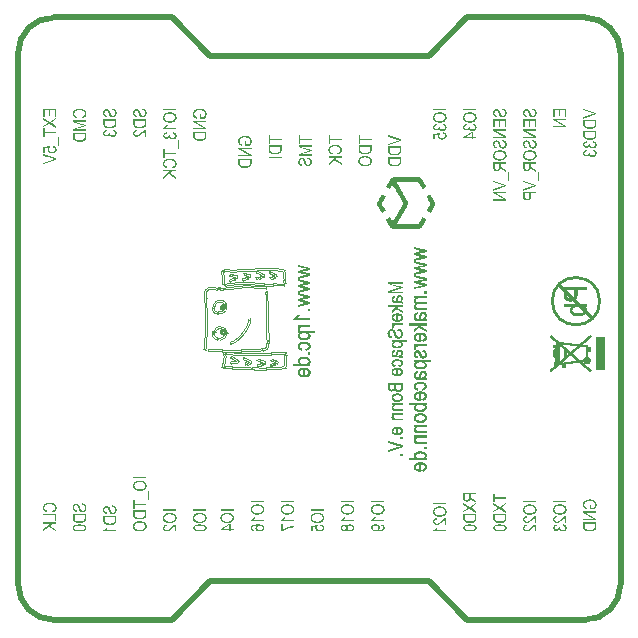
<source format=gbo>
G04 Layer_Color=32896*
%FSLAX44Y44*%
%MOMM*%
G71*
G01*
G75*
%ADD30C,0.2540*%
%ADD32C,0.5000*%
%ADD43C,0.0800*%
%ADD44C,0.0800*%
%ADD82C,0.0041*%
G36*
X132600Y430882D02*
X121358D01*
Y432100D01*
X132600D01*
Y430882D01*
D02*
G37*
G36*
X158000Y409189D02*
X157984Y408679D01*
X157918Y408234D01*
X157835Y407839D01*
X157786Y407674D01*
X157720Y407510D01*
X157671Y407378D01*
X157621Y407247D01*
X157589Y407148D01*
X157539Y407066D01*
X157506Y406983D01*
X157473Y406934D01*
X157457Y406917D01*
Y406901D01*
X157342Y406736D01*
X157210Y406588D01*
X156930Y406292D01*
X156617Y406045D01*
X156305Y405848D01*
X156008Y405683D01*
X155893Y405617D01*
X155778Y405551D01*
X155696Y405502D01*
X155630Y405485D01*
X155581Y405453D01*
X155564D01*
X155037Y405271D01*
X154494Y405123D01*
X153951Y405025D01*
X153441Y404959D01*
X153210Y404942D01*
X152996Y404926D01*
X152799Y404909D01*
X152634Y404893D01*
X152322D01*
X151778Y404909D01*
X151301Y404942D01*
X150857Y405008D01*
X150659Y405041D01*
X150478Y405057D01*
X150314Y405090D01*
X150182Y405123D01*
X150050Y405156D01*
X149951Y405189D01*
X149869Y405206D01*
X149803Y405222D01*
X149770Y405239D01*
X149754D01*
X149359Y405370D01*
X149013Y405518D01*
X148701Y405667D01*
X148454Y405815D01*
X148240Y405963D01*
X148092Y406062D01*
X147993Y406127D01*
X147960Y406160D01*
X147713Y406391D01*
X147499Y406621D01*
X147334Y406852D01*
X147186Y407066D01*
X147087Y407263D01*
X147022Y407411D01*
X146989Y407510D01*
X146972Y407526D01*
Y407543D01*
X146906Y407790D01*
X146841Y408086D01*
X146808Y408382D01*
X146791Y408662D01*
X146775Y408925D01*
X146758Y409041D01*
Y409139D01*
Y409222D01*
Y409287D01*
Y409320D01*
Y409337D01*
Y412514D01*
X158000D01*
Y409189D01*
D02*
G37*
G36*
Y420661D02*
X149161D01*
X158000Y415838D01*
Y414571D01*
X146758D01*
Y415740D01*
X155630D01*
X146758Y420595D01*
Y421829D01*
X158000D01*
Y420661D01*
D02*
G37*
G36*
X127547Y429072D02*
X127958Y429039D01*
X128337Y428989D01*
X128699Y428907D01*
X129045Y428825D01*
X129358Y428726D01*
X129654Y428627D01*
X129934Y428528D01*
X130181Y428430D01*
X130394Y428314D01*
X130576Y428232D01*
X130724Y428150D01*
X130855Y428068D01*
X130938Y428018D01*
X131003Y427985D01*
X131020Y427969D01*
X131333Y427722D01*
X131596Y427475D01*
X131843Y427195D01*
X132040Y426932D01*
X132205Y426652D01*
X132353Y426372D01*
X132468Y426109D01*
X132567Y425845D01*
X132633Y425615D01*
X132682Y425385D01*
X132732Y425187D01*
X132748Y425023D01*
X132765Y424874D01*
X132781Y424759D01*
Y424693D01*
Y424677D01*
X132765Y424298D01*
X132699Y423953D01*
X132616Y423624D01*
X132518Y423311D01*
X132386Y423014D01*
X132238Y422751D01*
X132073Y422504D01*
X131909Y422274D01*
X131761Y422076D01*
X131596Y421912D01*
X131448Y421747D01*
X131316Y421632D01*
X131217Y421533D01*
X131119Y421451D01*
X131069Y421418D01*
X131053Y421401D01*
X130757Y421204D01*
X130427Y421023D01*
X130098Y420875D01*
X129753Y420743D01*
X129423Y420628D01*
X129078Y420546D01*
X128749Y420463D01*
X128436Y420414D01*
X128139Y420365D01*
X127860Y420332D01*
X127613Y420299D01*
X127399Y420282D01*
X127234Y420266D01*
X126987D01*
X126329Y420299D01*
X125737Y420365D01*
X125457Y420397D01*
X125210Y420447D01*
X124963Y420513D01*
X124749Y420562D01*
X124551Y420611D01*
X124370Y420677D01*
X124222Y420727D01*
X124091Y420760D01*
X123992Y420809D01*
X123926Y420825D01*
X123877Y420858D01*
X123860D01*
X123399Y421089D01*
X122988Y421352D01*
X122642Y421615D01*
X122362Y421879D01*
X122132Y422109D01*
X121984Y422290D01*
X121918Y422356D01*
X121885Y422406D01*
X121852Y422438D01*
Y422455D01*
X121622Y422834D01*
X121457Y423228D01*
X121325Y423591D01*
X121243Y423936D01*
X121194Y424232D01*
X121177Y424364D01*
Y424463D01*
X121161Y424562D01*
Y424627D01*
Y424660D01*
Y424677D01*
X121177Y425023D01*
X121227Y425352D01*
X121309Y425664D01*
X121408Y425961D01*
X121523Y426241D01*
X121655Y426504D01*
X121786Y426751D01*
X121934Y426965D01*
X122083Y427162D01*
X122214Y427343D01*
X122346Y427491D01*
X122461Y427607D01*
X122560Y427705D01*
X122642Y427771D01*
X122692Y427821D01*
X122708Y427837D01*
X123004Y428051D01*
X123350Y428248D01*
X123696Y428413D01*
X124058Y428561D01*
X124420Y428676D01*
X124782Y428775D01*
X125144Y428857D01*
X125506Y428923D01*
X125835Y428989D01*
X126148Y429022D01*
X126428Y429055D01*
X126658Y429072D01*
X126856D01*
X127004Y429088D01*
X127135D01*
X127547Y429072D01*
D02*
G37*
G36*
X134559Y398178D02*
X133769D01*
Y405502D01*
X134559D01*
Y398178D01*
D02*
G37*
G36*
X130131Y411987D02*
X130592Y411855D01*
X130987Y411707D01*
X131152Y411625D01*
X131316Y411543D01*
X131448Y411460D01*
X131580Y411394D01*
X131678Y411329D01*
X131761Y411263D01*
X131843Y411213D01*
X131892Y411164D01*
X131909Y411147D01*
X131925Y411131D01*
X132073Y410966D01*
X132205Y410802D01*
X132320Y410637D01*
X132419Y410473D01*
X132567Y410127D01*
X132666Y409814D01*
X132732Y409534D01*
X132748Y409419D01*
X132765Y409320D01*
X132781Y409238D01*
Y409172D01*
Y409139D01*
Y409123D01*
X132765Y408893D01*
X132732Y408662D01*
X132699Y408448D01*
X132633Y408234D01*
X132468Y407872D01*
X132287Y407543D01*
X132205Y407411D01*
X132123Y407280D01*
X132040Y407181D01*
X131958Y407099D01*
X131892Y407033D01*
X131859Y406967D01*
X131826Y406950D01*
X131810Y406934D01*
X131612Y406769D01*
X131415Y406621D01*
X131201Y406506D01*
X131003Y406407D01*
X130576Y406243D01*
X130164Y406127D01*
X129983Y406095D01*
X129818Y406062D01*
X129670Y406045D01*
X129539Y406029D01*
X129423Y406012D01*
X129275D01*
X129012Y406029D01*
X128765Y406045D01*
X128535Y406078D01*
X128337Y406127D01*
X128189Y406177D01*
X128057Y406210D01*
X127991Y406226D01*
X127958Y406243D01*
X127745Y406325D01*
X127563Y406424D01*
X127399Y406522D01*
X127267Y406605D01*
X127169Y406687D01*
X127086Y406753D01*
X127037Y406802D01*
X127020Y406819D01*
X126889Y406967D01*
X126790Y407115D01*
X126691Y407263D01*
X126625Y407411D01*
X126576Y407543D01*
X126543Y407642D01*
X126510Y407707D01*
Y407740D01*
X126378Y407526D01*
X126214Y407329D01*
X126066Y407181D01*
X125918Y407049D01*
X125786Y406934D01*
X125687Y406868D01*
X125621Y406819D01*
X125588Y406802D01*
X125358Y406687D01*
X125127Y406605D01*
X124897Y406539D01*
X124683Y406506D01*
X124502Y406473D01*
X124354Y406457D01*
X124222D01*
X123992Y406473D01*
X123778Y406489D01*
X123366Y406572D01*
X123021Y406703D01*
X122708Y406852D01*
X122478Y407000D01*
X122379Y407066D01*
X122296Y407115D01*
X122231Y407181D01*
X122181Y407214D01*
X122165Y407230D01*
X122148Y407247D01*
X122000Y407395D01*
X121869Y407559D01*
X121753Y407707D01*
X121655Y407872D01*
X121507Y408201D01*
X121408Y408498D01*
X121358Y408761D01*
X121342Y408876D01*
X121325Y408975D01*
X121309Y409041D01*
Y409106D01*
Y409139D01*
Y409156D01*
Y409353D01*
X121342Y409534D01*
X121424Y409897D01*
X121539Y410209D01*
X121671Y410473D01*
X121819Y410687D01*
X121934Y410851D01*
X122017Y410950D01*
X122033Y410966D01*
X122050Y410983D01*
X122362Y411230D01*
X122708Y411444D01*
X123070Y411608D01*
X123416Y411740D01*
X123729Y411822D01*
X123860Y411872D01*
X123992Y411888D01*
X124091Y411905D01*
X124156Y411921D01*
X124206Y411937D01*
X124222D01*
X124469Y410818D01*
X124123Y410752D01*
X123811Y410687D01*
X123547Y410588D01*
X123334Y410489D01*
X123169Y410407D01*
X123054Y410325D01*
X122971Y410275D01*
X122955Y410259D01*
X122790Y410078D01*
X122659Y409897D01*
X122576Y409699D01*
X122510Y409518D01*
X122478Y409370D01*
X122445Y409255D01*
Y409172D01*
Y409139D01*
X122461Y408909D01*
X122527Y408712D01*
X122593Y408530D01*
X122692Y408366D01*
X122774Y408251D01*
X122856Y408152D01*
X122922Y408086D01*
X122938Y408070D01*
X123136Y407921D01*
X123334Y407806D01*
X123547Y407740D01*
X123745Y407674D01*
X123926Y407642D01*
X124074Y407625D01*
X124206D01*
X124502Y407642D01*
X124782Y407707D01*
X125012Y407790D01*
X125210Y407888D01*
X125358Y407987D01*
X125473Y408070D01*
X125555Y408135D01*
X125572Y408152D01*
X125737Y408366D01*
X125868Y408580D01*
X125950Y408810D01*
X126016Y409024D01*
X126049Y409222D01*
X126066Y409370D01*
X126082Y409485D01*
Y409501D01*
Y409518D01*
X126066Y409683D01*
X127284Y409814D01*
X127234Y409650D01*
X127185Y409501D01*
X127152Y409353D01*
X127135Y409238D01*
X127119Y409156D01*
Y409090D01*
Y409041D01*
Y409024D01*
X127152Y408744D01*
X127218Y408498D01*
X127317Y408284D01*
X127415Y408102D01*
X127531Y407954D01*
X127629Y407839D01*
X127695Y407757D01*
X127728Y407740D01*
X127958Y407559D01*
X128222Y407428D01*
X128485Y407345D01*
X128732Y407280D01*
X128962Y407247D01*
X129144Y407214D01*
X129308D01*
X129670Y407230D01*
X130016Y407296D01*
X130296Y407395D01*
X130543Y407494D01*
X130740Y407609D01*
X130888Y407691D01*
X130970Y407757D01*
X131003Y407790D01*
X131217Y408020D01*
X131382Y408251D01*
X131481Y408465D01*
X131563Y408679D01*
X131612Y408860D01*
X131629Y409008D01*
X131645Y409106D01*
Y409123D01*
Y409139D01*
X131612Y409403D01*
X131547Y409633D01*
X131448Y409847D01*
X131300Y410028D01*
X131135Y410193D01*
X130954Y410341D01*
X130740Y410473D01*
X130543Y410571D01*
X130329Y410670D01*
X130131Y410752D01*
X129950Y410802D01*
X129785Y410851D01*
X129637Y410884D01*
X129539Y410917D01*
X129456Y410933D01*
X129440D01*
X129621Y412053D01*
X130131Y411987D01*
D02*
G37*
G36*
X125358Y418126D02*
X125243Y417929D01*
X125127Y417715D01*
X125012Y417534D01*
X124914Y417369D01*
X124831Y417254D01*
X124765Y417172D01*
X124749Y417139D01*
X124568Y416908D01*
X124387Y416694D01*
X124222Y416513D01*
X124091Y416365D01*
X123959Y416250D01*
X123877Y416151D01*
X123811Y416102D01*
X123794Y416085D01*
X132600D01*
Y414966D01*
X121309D01*
Y415707D01*
X121589Y415822D01*
X121852Y415986D01*
X122115Y416151D01*
X122346Y416316D01*
X122543Y416464D01*
X122692Y416595D01*
X122790Y416678D01*
X122807Y416694D01*
X122823Y416711D01*
X123103Y416991D01*
X123350Y417270D01*
X123580Y417534D01*
X123761Y417797D01*
X123910Y418011D01*
X124025Y418192D01*
X124074Y418258D01*
X124107Y418291D01*
X124123Y418324D01*
Y418340D01*
X125457D01*
X125358Y418126D01*
D02*
G37*
G36*
X361200Y430882D02*
X349958D01*
Y432100D01*
X361200D01*
Y430882D01*
D02*
G37*
G36*
X383901Y408415D02*
X386600D01*
Y407296D01*
X383901D01*
Y406045D01*
X382633D01*
Y407296D01*
X375358D01*
Y408234D01*
X382633Y412415D01*
X383901D01*
Y408415D01*
D02*
G37*
G36*
X384131Y419147D02*
X384592Y419015D01*
X384987Y418867D01*
X385152Y418784D01*
X385316Y418702D01*
X385448Y418620D01*
X385579Y418554D01*
X385678Y418488D01*
X385761Y418422D01*
X385843Y418373D01*
X385892Y418324D01*
X385909Y418307D01*
X385925Y418291D01*
X386073Y418126D01*
X386205Y417962D01*
X386320Y417797D01*
X386419Y417632D01*
X386567Y417287D01*
X386666Y416974D01*
X386732Y416694D01*
X386748Y416579D01*
X386765Y416480D01*
X386781Y416398D01*
Y416332D01*
Y416299D01*
Y416283D01*
X386765Y416052D01*
X386732Y415822D01*
X386699Y415608D01*
X386633Y415394D01*
X386468Y415032D01*
X386287Y414703D01*
X386205Y414571D01*
X386123Y414439D01*
X386040Y414341D01*
X385958Y414258D01*
X385892Y414192D01*
X385859Y414127D01*
X385826Y414110D01*
X385810Y414094D01*
X385612Y413929D01*
X385415Y413781D01*
X385201Y413666D01*
X385003Y413567D01*
X384576Y413402D01*
X384164Y413287D01*
X383983Y413254D01*
X383818Y413221D01*
X383670Y413205D01*
X383539Y413188D01*
X383423Y413172D01*
X383275D01*
X383012Y413188D01*
X382765Y413205D01*
X382535Y413238D01*
X382337Y413287D01*
X382189Y413336D01*
X382057Y413369D01*
X381991Y413386D01*
X381959Y413402D01*
X381744Y413485D01*
X381563Y413583D01*
X381399Y413682D01*
X381267Y413764D01*
X381169Y413847D01*
X381086Y413913D01*
X381037Y413962D01*
X381020Y413978D01*
X380889Y414127D01*
X380790Y414275D01*
X380691Y414423D01*
X380625Y414571D01*
X380576Y414703D01*
X380543Y414801D01*
X380510Y414867D01*
Y414900D01*
X380378Y414686D01*
X380214Y414489D01*
X380066Y414341D01*
X379918Y414209D01*
X379786Y414094D01*
X379687Y414028D01*
X379621Y413978D01*
X379588Y413962D01*
X379358Y413847D01*
X379128Y413764D01*
X378897Y413699D01*
X378683Y413666D01*
X378502Y413633D01*
X378354Y413616D01*
X378222D01*
X377992Y413633D01*
X377778Y413649D01*
X377366Y413731D01*
X377021Y413863D01*
X376708Y414011D01*
X376478Y414160D01*
X376379Y414225D01*
X376297Y414275D01*
X376231Y414341D01*
X376181Y414373D01*
X376165Y414390D01*
X376148Y414406D01*
X376000Y414554D01*
X375869Y414719D01*
X375753Y414867D01*
X375655Y415032D01*
X375507Y415361D01*
X375408Y415657D01*
X375358Y415921D01*
X375342Y416036D01*
X375325Y416135D01*
X375309Y416200D01*
Y416266D01*
Y416299D01*
Y416316D01*
Y416513D01*
X375342Y416694D01*
X375424Y417056D01*
X375539Y417369D01*
X375671Y417632D01*
X375819Y417846D01*
X375934Y418011D01*
X376017Y418110D01*
X376033Y418126D01*
X376050Y418143D01*
X376362Y418390D01*
X376708Y418604D01*
X377070Y418768D01*
X377416Y418900D01*
X377729Y418982D01*
X377860Y419031D01*
X377992Y419048D01*
X378091Y419064D01*
X378156Y419081D01*
X378206Y419097D01*
X378222D01*
X378469Y417978D01*
X378124Y417912D01*
X377811Y417846D01*
X377547Y417748D01*
X377333Y417649D01*
X377169Y417566D01*
X377054Y417484D01*
X376971Y417435D01*
X376955Y417418D01*
X376790Y417237D01*
X376659Y417056D01*
X376576Y416859D01*
X376511Y416678D01*
X376478Y416530D01*
X376445Y416414D01*
Y416332D01*
Y416299D01*
X376461Y416069D01*
X376527Y415871D01*
X376593Y415690D01*
X376692Y415526D01*
X376774Y415410D01*
X376856Y415312D01*
X376922Y415246D01*
X376938Y415229D01*
X377136Y415081D01*
X377333Y414966D01*
X377547Y414900D01*
X377745Y414834D01*
X377926Y414801D01*
X378074Y414785D01*
X378206D01*
X378502Y414801D01*
X378782Y414867D01*
X379012Y414949D01*
X379210Y415048D01*
X379358Y415147D01*
X379473Y415229D01*
X379556Y415295D01*
X379572Y415312D01*
X379737Y415526D01*
X379868Y415740D01*
X379950Y415970D01*
X380016Y416184D01*
X380049Y416381D01*
X380066Y416530D01*
X380082Y416645D01*
Y416661D01*
Y416678D01*
X380066Y416842D01*
X381284Y416974D01*
X381234Y416809D01*
X381185Y416661D01*
X381152Y416513D01*
X381135Y416398D01*
X381119Y416316D01*
Y416250D01*
Y416200D01*
Y416184D01*
X381152Y415904D01*
X381218Y415657D01*
X381317Y415443D01*
X381415Y415262D01*
X381531Y415114D01*
X381629Y414999D01*
X381695Y414917D01*
X381728Y414900D01*
X381959Y414719D01*
X382222Y414587D01*
X382485Y414505D01*
X382732Y414439D01*
X382962Y414406D01*
X383144Y414373D01*
X383308D01*
X383670Y414390D01*
X384016Y414456D01*
X384296Y414554D01*
X384543Y414653D01*
X384740Y414768D01*
X384888Y414851D01*
X384971Y414917D01*
X385003Y414949D01*
X385217Y415180D01*
X385382Y415410D01*
X385481Y415624D01*
X385563Y415838D01*
X385612Y416019D01*
X385629Y416167D01*
X385645Y416266D01*
Y416283D01*
Y416299D01*
X385612Y416562D01*
X385547Y416793D01*
X385448Y417007D01*
X385300Y417188D01*
X385135Y417353D01*
X384954Y417501D01*
X384740Y417632D01*
X384543Y417731D01*
X384329Y417830D01*
X384131Y417912D01*
X383950Y417962D01*
X383786Y418011D01*
X383637Y418044D01*
X383539Y418077D01*
X383456Y418093D01*
X383440D01*
X383621Y419212D01*
X384131Y419147D01*
D02*
G37*
G36*
X356147Y429072D02*
X356558Y429039D01*
X356937Y428989D01*
X357299Y428907D01*
X357645Y428825D01*
X357957Y428726D01*
X358254Y428627D01*
X358534Y428528D01*
X358781Y428430D01*
X358994Y428314D01*
X359175Y428232D01*
X359324Y428150D01*
X359455Y428068D01*
X359538Y428018D01*
X359603Y427985D01*
X359620Y427969D01*
X359933Y427722D01*
X360196Y427475D01*
X360443Y427195D01*
X360640Y426932D01*
X360805Y426652D01*
X360953Y426372D01*
X361068Y426109D01*
X361167Y425845D01*
X361233Y425615D01*
X361282Y425385D01*
X361332Y425187D01*
X361348Y425023D01*
X361365Y424874D01*
X361381Y424759D01*
Y424693D01*
Y424677D01*
X361365Y424298D01*
X361299Y423953D01*
X361216Y423624D01*
X361118Y423311D01*
X360986Y423014D01*
X360838Y422751D01*
X360673Y422504D01*
X360509Y422274D01*
X360361Y422076D01*
X360196Y421912D01*
X360048Y421747D01*
X359916Y421632D01*
X359817Y421533D01*
X359719Y421451D01*
X359669Y421418D01*
X359653Y421401D01*
X359357Y421204D01*
X359027Y421023D01*
X358698Y420875D01*
X358353Y420743D01*
X358023Y420628D01*
X357678Y420546D01*
X357349Y420463D01*
X357036Y420414D01*
X356740Y420365D01*
X356460Y420332D01*
X356213Y420299D01*
X355999Y420282D01*
X355834Y420266D01*
X355587D01*
X354929Y420299D01*
X354337Y420365D01*
X354057Y420397D01*
X353810Y420447D01*
X353563Y420513D01*
X353349Y420562D01*
X353151Y420611D01*
X352970Y420677D01*
X352822Y420727D01*
X352691Y420760D01*
X352592Y420809D01*
X352526Y420825D01*
X352477Y420858D01*
X352460D01*
X351999Y421089D01*
X351588Y421352D01*
X351242Y421615D01*
X350962Y421879D01*
X350732Y422109D01*
X350584Y422290D01*
X350518Y422356D01*
X350485Y422406D01*
X350452Y422438D01*
Y422455D01*
X350222Y422834D01*
X350057Y423228D01*
X349925Y423591D01*
X349843Y423936D01*
X349794Y424232D01*
X349777Y424364D01*
Y424463D01*
X349761Y424562D01*
Y424627D01*
Y424660D01*
Y424677D01*
X349777Y425023D01*
X349827Y425352D01*
X349909Y425664D01*
X350008Y425961D01*
X350123Y426241D01*
X350255Y426504D01*
X350386Y426751D01*
X350534Y426965D01*
X350683Y427162D01*
X350814Y427343D01*
X350946Y427491D01*
X351061Y427607D01*
X351160Y427705D01*
X351242Y427771D01*
X351292Y427821D01*
X351308Y427837D01*
X351604Y428051D01*
X351950Y428248D01*
X352296Y428413D01*
X352658Y428561D01*
X353020Y428676D01*
X353382Y428775D01*
X353744Y428857D01*
X354106Y428923D01*
X354435Y428989D01*
X354748Y429022D01*
X355028Y429055D01*
X355258Y429072D01*
X355456D01*
X355604Y429088D01*
X355736D01*
X356147Y429072D01*
D02*
G37*
G36*
X153095Y432067D02*
X153391Y432051D01*
X153688Y432001D01*
X153968Y431952D01*
X154214Y431903D01*
X154461Y431853D01*
X154675Y431787D01*
X154873Y431738D01*
X155037Y431688D01*
X155185Y431639D01*
X155317Y431590D01*
X155416Y431540D01*
X155482Y431524D01*
X155531Y431491D01*
X155548D01*
X156008Y431244D01*
X156403Y430964D01*
X156749Y430685D01*
X157029Y430421D01*
X157243Y430174D01*
X157391Y429993D01*
X157457Y429911D01*
X157490Y429861D01*
X157506Y429829D01*
X157523Y429812D01*
X157737Y429401D01*
X157901Y428989D01*
X158016Y428594D01*
X158099Y428216D01*
X158132Y428051D01*
X158148Y427886D01*
X158165Y427755D01*
Y427640D01*
X158181Y427541D01*
Y427475D01*
Y427426D01*
Y427409D01*
X158165Y427031D01*
X158115Y426669D01*
X158049Y426339D01*
X157967Y426043D01*
X157885Y425796D01*
X157852Y425681D01*
X157819Y425599D01*
X157786Y425533D01*
X157770Y425483D01*
X157753Y425451D01*
Y425434D01*
X157572Y425072D01*
X157358Y424743D01*
X157128Y424430D01*
X156914Y424150D01*
X156716Y423903D01*
X156568Y423722D01*
X156502Y423656D01*
X156453Y423607D01*
X156436Y423591D01*
X156420Y423574D01*
X152256D01*
Y427475D01*
X153589D01*
Y424776D01*
X155679D01*
X155844Y424957D01*
X156008Y425154D01*
X156157Y425368D01*
X156272Y425549D01*
X156370Y425730D01*
X156436Y425862D01*
X156486Y425961D01*
X156502Y425977D01*
Y425994D01*
X156617Y426273D01*
X156700Y426537D01*
X156749Y426784D01*
X156782Y426998D01*
X156815Y427195D01*
X156831Y427327D01*
Y427426D01*
Y427442D01*
Y427458D01*
X156815Y427738D01*
X156782Y428002D01*
X156733Y428248D01*
X156650Y428479D01*
X156568Y428693D01*
X156469Y428907D01*
X156370Y429088D01*
X156272Y429253D01*
X156173Y429401D01*
X156058Y429532D01*
X155976Y429648D01*
X155893Y429746D01*
X155811Y429812D01*
X155761Y429861D01*
X155729Y429894D01*
X155712Y429911D01*
X155482Y430075D01*
X155251Y430224D01*
X154988Y430339D01*
X154708Y430454D01*
X154428Y430536D01*
X154149Y430619D01*
X153605Y430734D01*
X153342Y430767D01*
X153112Y430800D01*
X152898Y430816D01*
X152700Y430833D01*
X152552Y430849D01*
X152338D01*
X151811Y430833D01*
X151318Y430783D01*
X150890Y430717D01*
X150709Y430668D01*
X150527Y430635D01*
X150379Y430602D01*
X150231Y430553D01*
X150116Y430520D01*
X150017Y430487D01*
X149935Y430454D01*
X149886Y430438D01*
X149853Y430421D01*
X149836D01*
X149474Y430240D01*
X149161Y430043D01*
X148914Y429861D01*
X148701Y429664D01*
X148536Y429499D01*
X148421Y429368D01*
X148338Y429286D01*
X148322Y429253D01*
X148157Y428973D01*
X148042Y428676D01*
X147943Y428380D01*
X147894Y428117D01*
X147861Y427886D01*
X147828Y427689D01*
Y427623D01*
Y427574D01*
Y427541D01*
Y427524D01*
X147845Y427277D01*
X147878Y427047D01*
X147910Y426833D01*
X147960Y426652D01*
X148026Y426504D01*
X148059Y426389D01*
X148092Y426306D01*
X148108Y426290D01*
X148207Y426092D01*
X148338Y425911D01*
X148454Y425763D01*
X148569Y425631D01*
X148684Y425533D01*
X148766Y425467D01*
X148832Y425418D01*
X148849Y425401D01*
X149046Y425269D01*
X149277Y425171D01*
X149507Y425072D01*
X149738Y424990D01*
X149935Y424924D01*
X150116Y424858D01*
X150182Y424841D01*
X150215D01*
X150248Y424825D01*
X150264D01*
X149902Y423722D01*
X149474Y423821D01*
X149096Y423936D01*
X148783Y424068D01*
X148503Y424183D01*
X148289Y424298D01*
X148141Y424381D01*
X148042Y424446D01*
X148009Y424463D01*
X147762Y424660D01*
X147548Y424858D01*
X147367Y425072D01*
X147219Y425269D01*
X147087Y425451D01*
X147005Y425582D01*
X146956Y425681D01*
X146939Y425697D01*
Y425714D01*
X146808Y426010D01*
X146725Y426306D01*
X146660Y426603D01*
X146610Y426882D01*
X146577Y427129D01*
X146561Y427327D01*
Y427393D01*
Y427442D01*
Y427475D01*
Y427491D01*
X146594Y427985D01*
X146660Y428430D01*
X146775Y428841D01*
X146890Y429187D01*
X146956Y429335D01*
X147005Y429467D01*
X147071Y429582D01*
X147121Y429680D01*
X147153Y429763D01*
X147186Y429812D01*
X147219Y429845D01*
Y429861D01*
X147351Y430043D01*
X147483Y430224D01*
X147795Y430536D01*
X148141Y430816D01*
X148470Y431047D01*
X148766Y431244D01*
X148898Y431310D01*
X148997Y431376D01*
X149096Y431425D01*
X149161Y431458D01*
X149211Y431491D01*
X149227D01*
X149754Y431688D01*
X150297Y431837D01*
X150840Y431952D01*
X151350Y432018D01*
X151564Y432051D01*
X151778Y432067D01*
X151959Y432084D01*
X152124D01*
X152256Y432100D01*
X152437D01*
X153095Y432067D01*
D02*
G37*
G36*
X358501Y412020D02*
X358764Y411987D01*
X359225Y411872D01*
X359439Y411789D01*
X359620Y411724D01*
X359801Y411641D01*
X359949Y411559D01*
X360097Y411477D01*
X360212Y411394D01*
X360311Y411329D01*
X360410Y411263D01*
X360476Y411213D01*
X360525Y411164D01*
X360542Y411147D01*
X360558Y411131D01*
X360706Y410966D01*
X360821Y410802D01*
X360937Y410637D01*
X361035Y410456D01*
X361184Y410127D01*
X361282Y409798D01*
X361332Y409518D01*
X361348Y409403D01*
X361365Y409304D01*
X361381Y409222D01*
Y409156D01*
Y409123D01*
Y409106D01*
X361365Y408843D01*
X361332Y408596D01*
X361266Y408349D01*
X361200Y408135D01*
X361019Y407740D01*
X360904Y407559D01*
X360788Y407411D01*
X360690Y407263D01*
X360574Y407148D01*
X360476Y407049D01*
X360393Y406950D01*
X360328Y406884D01*
X360262Y406835D01*
X360229Y406819D01*
X360212Y406802D01*
X359982Y406654D01*
X359752Y406522D01*
X359521Y406407D01*
X359274Y406308D01*
X358813Y406160D01*
X358369Y406045D01*
X358172Y406012D01*
X357974Y405996D01*
X357809Y405979D01*
X357678Y405963D01*
X357562Y405946D01*
X357398D01*
X357085Y405963D01*
X356805Y405979D01*
X356526Y406029D01*
X356279Y406078D01*
X356032Y406144D01*
X355818Y406210D01*
X355620Y406292D01*
X355439Y406374D01*
X355275Y406457D01*
X355126Y406539D01*
X355011Y406605D01*
X354913Y406670D01*
X354830Y406720D01*
X354781Y406769D01*
X354748Y406786D01*
X354731Y406802D01*
X354551Y406967D01*
X354402Y407131D01*
X354271Y407312D01*
X354156Y407477D01*
X354057Y407658D01*
X353991Y407823D01*
X353859Y408135D01*
X353793Y408415D01*
X353777Y408530D01*
X353760Y408629D01*
X353744Y408712D01*
Y408777D01*
Y408810D01*
Y408827D01*
Y408991D01*
X353777Y409156D01*
X353859Y409485D01*
X353974Y409765D01*
X354090Y410028D01*
X354221Y410242D01*
X354337Y410407D01*
X354386Y410473D01*
X354419Y410522D01*
X354435Y410538D01*
X354452Y410555D01*
X351423Y410061D01*
Y406391D01*
X350107D01*
Y410950D01*
X355884Y411855D01*
X356065Y410785D01*
X355884Y410687D01*
X355719Y410571D01*
X355571Y410456D01*
X355456Y410341D01*
X355373Y410242D01*
X355308Y410160D01*
X355275Y410111D01*
X355258Y410094D01*
X355159Y409913D01*
X355094Y409748D01*
X355028Y409584D01*
X354995Y409436D01*
X354978Y409304D01*
X354962Y409205D01*
Y409139D01*
Y409123D01*
X354995Y408827D01*
X355061Y408547D01*
X355176Y408316D01*
X355291Y408102D01*
X355423Y407938D01*
X355538Y407823D01*
X355604Y407757D01*
X355637Y407724D01*
X355900Y407526D01*
X356196Y407395D01*
X356509Y407296D01*
X356805Y407214D01*
X357085Y407181D01*
X357200Y407164D01*
X357299D01*
X357382Y407148D01*
X357497D01*
X357957Y407181D01*
X358353Y407247D01*
X358698Y407329D01*
X358994Y407444D01*
X359225Y407559D01*
X359389Y407642D01*
X359439Y407691D01*
X359488Y407707D01*
X359505Y407740D01*
X359521D01*
X359653Y407856D01*
X359752Y407971D01*
X359933Y408201D01*
X360064Y408432D01*
X360147Y408646D01*
X360212Y408843D01*
X360229Y408991D01*
X360245Y409090D01*
Y409106D01*
Y409123D01*
X360229Y409353D01*
X360163Y409567D01*
X360081Y409765D01*
X359982Y409930D01*
X359900Y410061D01*
X359817Y410176D01*
X359752Y410242D01*
X359735Y410259D01*
X359521Y410423D01*
X359258Y410555D01*
X358994Y410654D01*
X358731Y410736D01*
X358501Y410802D01*
X358303Y410835D01*
X358221Y410851D01*
X358172Y410868D01*
X358122D01*
X358237Y412053D01*
X358501Y412020D01*
D02*
G37*
G36*
X358731Y419147D02*
X359192Y419015D01*
X359587Y418867D01*
X359752Y418784D01*
X359916Y418702D01*
X360048Y418620D01*
X360179Y418554D01*
X360278Y418488D01*
X360361Y418422D01*
X360443Y418373D01*
X360492Y418324D01*
X360509Y418307D01*
X360525Y418291D01*
X360673Y418126D01*
X360805Y417962D01*
X360920Y417797D01*
X361019Y417632D01*
X361167Y417287D01*
X361266Y416974D01*
X361332Y416694D01*
X361348Y416579D01*
X361365Y416480D01*
X361381Y416398D01*
Y416332D01*
Y416299D01*
Y416283D01*
X361365Y416052D01*
X361332Y415822D01*
X361299Y415608D01*
X361233Y415394D01*
X361068Y415032D01*
X360887Y414703D01*
X360805Y414571D01*
X360723Y414439D01*
X360640Y414341D01*
X360558Y414258D01*
X360492Y414192D01*
X360459Y414127D01*
X360426Y414110D01*
X360410Y414094D01*
X360212Y413929D01*
X360015Y413781D01*
X359801Y413666D01*
X359603Y413567D01*
X359175Y413402D01*
X358764Y413287D01*
X358583Y413254D01*
X358418Y413221D01*
X358270Y413205D01*
X358139Y413188D01*
X358023Y413172D01*
X357875D01*
X357612Y413188D01*
X357365Y413205D01*
X357135Y413238D01*
X356937Y413287D01*
X356789Y413336D01*
X356657Y413369D01*
X356591Y413386D01*
X356558Y413402D01*
X356344Y413485D01*
X356163Y413583D01*
X355999Y413682D01*
X355867Y413764D01*
X355769Y413847D01*
X355686Y413913D01*
X355637Y413962D01*
X355620Y413978D01*
X355489Y414127D01*
X355390Y414275D01*
X355291Y414423D01*
X355225Y414571D01*
X355176Y414703D01*
X355143Y414801D01*
X355110Y414867D01*
Y414900D01*
X354978Y414686D01*
X354814Y414489D01*
X354666Y414341D01*
X354518Y414209D01*
X354386Y414094D01*
X354287Y414028D01*
X354221Y413978D01*
X354188Y413962D01*
X353958Y413847D01*
X353727Y413764D01*
X353497Y413699D01*
X353283Y413666D01*
X353102Y413633D01*
X352954Y413616D01*
X352822D01*
X352592Y413633D01*
X352378Y413649D01*
X351966Y413731D01*
X351621Y413863D01*
X351308Y414011D01*
X351078Y414160D01*
X350979Y414225D01*
X350896Y414275D01*
X350831Y414341D01*
X350781Y414373D01*
X350765Y414390D01*
X350748Y414406D01*
X350600Y414554D01*
X350469Y414719D01*
X350353Y414867D01*
X350255Y415032D01*
X350107Y415361D01*
X350008Y415657D01*
X349958Y415921D01*
X349942Y416036D01*
X349925Y416135D01*
X349909Y416200D01*
Y416266D01*
Y416299D01*
Y416316D01*
Y416513D01*
X349942Y416694D01*
X350024Y417056D01*
X350139Y417369D01*
X350271Y417632D01*
X350419Y417846D01*
X350534Y418011D01*
X350617Y418110D01*
X350633Y418126D01*
X350650Y418143D01*
X350962Y418390D01*
X351308Y418604D01*
X351670Y418768D01*
X352016Y418900D01*
X352328Y418982D01*
X352460Y419031D01*
X352592Y419048D01*
X352691Y419064D01*
X352756Y419081D01*
X352806Y419097D01*
X352822D01*
X353069Y417978D01*
X352724Y417912D01*
X352411Y417846D01*
X352147Y417748D01*
X351934Y417649D01*
X351769Y417566D01*
X351654Y417484D01*
X351571Y417435D01*
X351555Y417418D01*
X351390Y417237D01*
X351259Y417056D01*
X351176Y416859D01*
X351110Y416678D01*
X351078Y416530D01*
X351045Y416414D01*
Y416332D01*
Y416299D01*
X351061Y416069D01*
X351127Y415871D01*
X351193Y415690D01*
X351292Y415526D01*
X351374Y415410D01*
X351456Y415312D01*
X351522Y415246D01*
X351538Y415229D01*
X351736Y415081D01*
X351934Y414966D01*
X352147Y414900D01*
X352345Y414834D01*
X352526Y414801D01*
X352674Y414785D01*
X352806D01*
X353102Y414801D01*
X353382Y414867D01*
X353612Y414949D01*
X353810Y415048D01*
X353958Y415147D01*
X354073Y415229D01*
X354156Y415295D01*
X354172Y415312D01*
X354337Y415526D01*
X354468Y415740D01*
X354551Y415970D01*
X354616Y416184D01*
X354649Y416381D01*
X354666Y416530D01*
X354682Y416645D01*
Y416661D01*
Y416678D01*
X354666Y416842D01*
X355884Y416974D01*
X355834Y416809D01*
X355785Y416661D01*
X355752Y416513D01*
X355736Y416398D01*
X355719Y416316D01*
Y416250D01*
Y416200D01*
Y416184D01*
X355752Y415904D01*
X355818Y415657D01*
X355917Y415443D01*
X356015Y415262D01*
X356131Y415114D01*
X356229Y414999D01*
X356295Y414917D01*
X356328Y414900D01*
X356558Y414719D01*
X356822Y414587D01*
X357085Y414505D01*
X357332Y414439D01*
X357562Y414406D01*
X357744Y414373D01*
X357908D01*
X358270Y414390D01*
X358616Y414456D01*
X358896Y414554D01*
X359143Y414653D01*
X359340Y414768D01*
X359488Y414851D01*
X359571Y414917D01*
X359603Y414949D01*
X359817Y415180D01*
X359982Y415410D01*
X360081Y415624D01*
X360163Y415838D01*
X360212Y416019D01*
X360229Y416167D01*
X360245Y416266D01*
Y416283D01*
Y416299D01*
X360212Y416562D01*
X360147Y416793D01*
X360048Y417007D01*
X359900Y417188D01*
X359735Y417353D01*
X359554Y417501D01*
X359340Y417632D01*
X359143Y417731D01*
X358929Y417830D01*
X358731Y417912D01*
X358550Y417962D01*
X358386Y418011D01*
X358237Y418044D01*
X358139Y418077D01*
X358056Y418093D01*
X358040D01*
X358221Y419212D01*
X358731Y419147D01*
D02*
G37*
G36*
X122692Y394886D02*
X132600D01*
Y393668D01*
X122692D01*
Y390623D01*
X121358D01*
Y397914D01*
X122692D01*
Y394886D01*
D02*
G37*
G36*
X56219Y421212D02*
X46623D01*
X56219Y418545D01*
Y417459D01*
X46771Y414759D01*
X56219D01*
Y413591D01*
X44977D01*
Y415237D01*
X52812Y417442D01*
X53223Y417558D01*
X53586Y417656D01*
X53898Y417739D01*
X54145Y417804D01*
X54343Y417870D01*
X54491Y417903D01*
X54573Y417920D01*
X54606Y417936D01*
X52944Y418381D01*
X44977Y420553D01*
Y422380D01*
X56219D01*
Y421212D01*
D02*
G37*
G36*
X51199Y431992D02*
X51528Y431976D01*
X51824Y431926D01*
X52104Y431894D01*
X52384Y431844D01*
X52631Y431795D01*
X52861Y431729D01*
X53059Y431680D01*
X53240Y431630D01*
X53404Y431581D01*
X53536Y431531D01*
X53635Y431498D01*
X53717Y431466D01*
X53766Y431449D01*
X53783D01*
X54030Y431334D01*
X54260Y431219D01*
X54474Y431104D01*
X54672Y430972D01*
X54853Y430857D01*
X55017Y430725D01*
X55166Y430610D01*
X55297Y430494D01*
X55528Y430280D01*
X55676Y430116D01*
X55725Y430050D01*
X55758Y430001D01*
X55791Y429984D01*
Y429968D01*
X55988Y429606D01*
X56137Y429244D01*
X56252Y428881D01*
X56318Y428536D01*
X56367Y428240D01*
X56384Y428108D01*
Y427993D01*
X56400Y427910D01*
Y427828D01*
Y427795D01*
Y427779D01*
X56384Y427515D01*
X56367Y427252D01*
X56252Y426775D01*
X56104Y426363D01*
X56021Y426166D01*
X55939Y426001D01*
X55857Y425853D01*
X55774Y425705D01*
X55692Y425590D01*
X55626Y425491D01*
X55561Y425409D01*
X55511Y425359D01*
X55495Y425326D01*
X55478Y425310D01*
X55297Y425129D01*
X55083Y424948D01*
X54639Y424651D01*
X54162Y424405D01*
X53717Y424207D01*
X53503Y424125D01*
X53289Y424059D01*
X53108Y424010D01*
X52960Y423960D01*
X52828Y423927D01*
X52730Y423894D01*
X52664Y423878D01*
X52647D01*
X52269Y425112D01*
X52532Y425162D01*
X52779Y425228D01*
X53009Y425293D01*
X53223Y425376D01*
X53404Y425442D01*
X53586Y425524D01*
X53750Y425606D01*
X53882Y425688D01*
X54013Y425771D01*
X54129Y425836D01*
X54211Y425902D01*
X54293Y425968D01*
X54343Y426018D01*
X54392Y426050D01*
X54408Y426067D01*
X54425Y426083D01*
X54557Y426215D01*
X54655Y426363D01*
X54836Y426660D01*
X54952Y426956D01*
X55050Y427219D01*
X55100Y427449D01*
X55116Y427647D01*
X55133Y427713D01*
Y427762D01*
Y427795D01*
Y427812D01*
X55116Y428059D01*
X55083Y428289D01*
X55034Y428519D01*
X54952Y428717D01*
X54770Y429079D01*
X54557Y429392D01*
X54441Y429523D01*
X54343Y429639D01*
X54244Y429737D01*
X54162Y429820D01*
X54079Y429885D01*
X54030Y429935D01*
X53997Y429951D01*
X53980Y429968D01*
X53750Y430116D01*
X53503Y430231D01*
X53240Y430346D01*
X52960Y430429D01*
X52384Y430577D01*
X51824Y430676D01*
X51561Y430709D01*
X51314Y430725D01*
X51100Y430741D01*
X50903Y430758D01*
X50738Y430774D01*
X50524D01*
X49981Y430758D01*
X49487Y430709D01*
X49257Y430676D01*
X49059Y430643D01*
X48862Y430610D01*
X48697Y430577D01*
X48533Y430544D01*
X48401Y430511D01*
X48286Y430478D01*
X48187Y430445D01*
X48105Y430412D01*
X48055Y430396D01*
X48022Y430379D01*
X48006D01*
X47660Y430215D01*
X47347Y430034D01*
X47101Y429853D01*
X46887Y429688D01*
X46722Y429523D01*
X46607Y429408D01*
X46541Y429326D01*
X46525Y429293D01*
X46360Y429030D01*
X46245Y428766D01*
X46162Y428487D01*
X46113Y428240D01*
X46064Y428026D01*
X46047Y427845D01*
Y427779D01*
Y427729D01*
Y427713D01*
Y427696D01*
X46080Y427367D01*
X46146Y427054D01*
X46261Y426791D01*
X46409Y426528D01*
X46590Y426314D01*
X46788Y426100D01*
X47002Y425919D01*
X47216Y425771D01*
X47430Y425639D01*
X47644Y425524D01*
X47841Y425425D01*
X48022Y425359D01*
X48170Y425293D01*
X48286Y425261D01*
X48351Y425228D01*
X48384D01*
X48039Y424026D01*
X47742Y424108D01*
X47479Y424191D01*
X47216Y424289D01*
X46985Y424405D01*
X46771Y424520D01*
X46574Y424619D01*
X46393Y424734D01*
X46228Y424849D01*
X46080Y424948D01*
X45965Y425047D01*
X45866Y425145D01*
X45767Y425228D01*
X45701Y425277D01*
X45652Y425326D01*
X45636Y425359D01*
X45619Y425376D01*
X45471Y425557D01*
X45339Y425754D01*
X45224Y425935D01*
X45125Y426133D01*
X44977Y426528D01*
X44879Y426890D01*
X44829Y427203D01*
X44813Y427334D01*
X44796Y427449D01*
X44780Y427548D01*
Y427614D01*
Y427663D01*
Y427680D01*
X44813Y428124D01*
X44879Y428536D01*
X44994Y428914D01*
X45109Y429244D01*
X45175Y429375D01*
X45224Y429507D01*
X45290Y429622D01*
X45339Y429704D01*
X45372Y429787D01*
X45405Y429836D01*
X45438Y429869D01*
Y429885D01*
X45718Y430231D01*
X46014Y430544D01*
X46343Y430807D01*
X46656Y431038D01*
X46936Y431219D01*
X47068Y431284D01*
X47166Y431350D01*
X47265Y431383D01*
X47331Y431416D01*
X47364Y431449D01*
X47380D01*
X47891Y431647D01*
X48417Y431778D01*
X48944Y431877D01*
X49438Y431959D01*
X49652Y431976D01*
X49866Y431992D01*
X50047Y432009D01*
X50211D01*
X50343Y432025D01*
X50524D01*
X51199Y431992D01*
D02*
G37*
G36*
X79331Y414209D02*
X79792Y414077D01*
X80187Y413929D01*
X80352Y413847D01*
X80516Y413764D01*
X80648Y413682D01*
X80779Y413616D01*
X80878Y413550D01*
X80961Y413485D01*
X81043Y413435D01*
X81092Y413386D01*
X81109Y413369D01*
X81125Y413353D01*
X81273Y413188D01*
X81405Y413024D01*
X81520Y412859D01*
X81619Y412695D01*
X81767Y412349D01*
X81866Y412036D01*
X81932Y411756D01*
X81948Y411641D01*
X81965Y411543D01*
X81981Y411460D01*
Y411394D01*
Y411361D01*
Y411345D01*
X81965Y411115D01*
X81932Y410884D01*
X81899Y410670D01*
X81833Y410456D01*
X81668Y410094D01*
X81487Y409765D01*
X81405Y409633D01*
X81323Y409501D01*
X81240Y409403D01*
X81158Y409320D01*
X81092Y409255D01*
X81059Y409189D01*
X81026Y409172D01*
X81010Y409156D01*
X80812Y408991D01*
X80615Y408843D01*
X80401Y408728D01*
X80203Y408629D01*
X79776Y408465D01*
X79364Y408349D01*
X79183Y408316D01*
X79018Y408284D01*
X78870Y408267D01*
X78739Y408251D01*
X78623Y408234D01*
X78475D01*
X78212Y408251D01*
X77965Y408267D01*
X77735Y408300D01*
X77537Y408349D01*
X77389Y408399D01*
X77257Y408432D01*
X77191Y408448D01*
X77158Y408465D01*
X76944Y408547D01*
X76764Y408646D01*
X76599Y408744D01*
X76467Y408827D01*
X76368Y408909D01*
X76286Y408975D01*
X76237Y409024D01*
X76220Y409041D01*
X76089Y409189D01*
X75990Y409337D01*
X75891Y409485D01*
X75825Y409633D01*
X75776Y409765D01*
X75743Y409864D01*
X75710Y409930D01*
Y409962D01*
X75578Y409748D01*
X75414Y409551D01*
X75266Y409403D01*
X75118Y409271D01*
X74986Y409156D01*
X74887Y409090D01*
X74821Y409041D01*
X74788Y409024D01*
X74558Y408909D01*
X74328Y408827D01*
X74097Y408761D01*
X73883Y408728D01*
X73702Y408695D01*
X73554Y408679D01*
X73422D01*
X73192Y408695D01*
X72978Y408712D01*
X72566Y408794D01*
X72221Y408925D01*
X71908Y409074D01*
X71678Y409222D01*
X71579Y409287D01*
X71497Y409337D01*
X71431Y409403D01*
X71381Y409436D01*
X71365Y409452D01*
X71348Y409469D01*
X71200Y409617D01*
X71069Y409781D01*
X70953Y409930D01*
X70855Y410094D01*
X70707Y410423D01*
X70608Y410719D01*
X70558Y410983D01*
X70542Y411098D01*
X70525Y411197D01*
X70509Y411263D01*
Y411329D01*
Y411361D01*
Y411378D01*
Y411575D01*
X70542Y411756D01*
X70624Y412118D01*
X70739Y412431D01*
X70871Y412695D01*
X71019Y412909D01*
X71134Y413073D01*
X71217Y413172D01*
X71233Y413188D01*
X71250Y413205D01*
X71562Y413452D01*
X71908Y413666D01*
X72270Y413830D01*
X72616Y413962D01*
X72929Y414044D01*
X73060Y414094D01*
X73192Y414110D01*
X73291Y414127D01*
X73356Y414143D01*
X73406Y414160D01*
X73422D01*
X73669Y413040D01*
X73323Y412974D01*
X73011Y412909D01*
X72747Y412810D01*
X72533Y412711D01*
X72369Y412629D01*
X72254Y412547D01*
X72171Y412497D01*
X72155Y412481D01*
X71990Y412300D01*
X71859Y412118D01*
X71776Y411921D01*
X71711Y411740D01*
X71678Y411592D01*
X71645Y411477D01*
Y411394D01*
Y411361D01*
X71661Y411131D01*
X71727Y410933D01*
X71793Y410752D01*
X71892Y410588D01*
X71974Y410473D01*
X72056Y410374D01*
X72122Y410308D01*
X72138Y410292D01*
X72336Y410143D01*
X72533Y410028D01*
X72747Y409962D01*
X72945Y409897D01*
X73126Y409864D01*
X73274Y409847D01*
X73406D01*
X73702Y409864D01*
X73982Y409930D01*
X74212Y410012D01*
X74410Y410111D01*
X74558Y410209D01*
X74673Y410292D01*
X74756Y410357D01*
X74772Y410374D01*
X74936Y410588D01*
X75068Y410802D01*
X75150Y411032D01*
X75216Y411246D01*
X75249Y411444D01*
X75266Y411592D01*
X75282Y411707D01*
Y411724D01*
Y411740D01*
X75266Y411905D01*
X76484Y412036D01*
X76434Y411872D01*
X76385Y411724D01*
X76352Y411575D01*
X76336Y411460D01*
X76319Y411378D01*
Y411312D01*
Y411263D01*
Y411246D01*
X76352Y410966D01*
X76418Y410719D01*
X76517Y410505D01*
X76615Y410325D01*
X76731Y410176D01*
X76829Y410061D01*
X76895Y409979D01*
X76928Y409962D01*
X77158Y409781D01*
X77422Y409650D01*
X77685Y409567D01*
X77932Y409501D01*
X78162Y409469D01*
X78344Y409436D01*
X78508D01*
X78870Y409452D01*
X79216Y409518D01*
X79496Y409617D01*
X79743Y409715D01*
X79940Y409831D01*
X80088Y409913D01*
X80170Y409979D01*
X80203Y410012D01*
X80417Y410242D01*
X80582Y410473D01*
X80681Y410687D01*
X80763Y410900D01*
X80812Y411082D01*
X80829Y411230D01*
X80845Y411329D01*
Y411345D01*
Y411361D01*
X80812Y411625D01*
X80747Y411855D01*
X80648Y412069D01*
X80500Y412250D01*
X80335Y412415D01*
X80154Y412563D01*
X79940Y412695D01*
X79743Y412793D01*
X79529Y412892D01*
X79331Y412974D01*
X79150Y413024D01*
X78986Y413073D01*
X78837Y413106D01*
X78739Y413139D01*
X78656Y413156D01*
X78640D01*
X78821Y414275D01*
X79331Y414209D01*
D02*
G37*
G36*
X56219Y408307D02*
X56203Y407797D01*
X56137Y407353D01*
X56054Y406958D01*
X56005Y406793D01*
X55939Y406629D01*
X55890Y406497D01*
X55840Y406365D01*
X55807Y406267D01*
X55758Y406184D01*
X55725Y406102D01*
X55692Y406053D01*
X55676Y406036D01*
Y406020D01*
X55561Y405855D01*
X55429Y405707D01*
X55149Y405411D01*
X54836Y405164D01*
X54524Y404966D01*
X54227Y404802D01*
X54112Y404736D01*
X53997Y404670D01*
X53915Y404621D01*
X53849Y404604D01*
X53799Y404571D01*
X53783D01*
X53256Y404390D01*
X52713Y404242D01*
X52170Y404143D01*
X51660Y404077D01*
X51429Y404061D01*
X51215Y404045D01*
X51018Y404028D01*
X50853Y404012D01*
X50540D01*
X49997Y404028D01*
X49520Y404061D01*
X49076Y404127D01*
X48878Y404160D01*
X48697Y404176D01*
X48533Y404209D01*
X48401Y404242D01*
X48269Y404275D01*
X48170Y404308D01*
X48088Y404324D01*
X48022Y404341D01*
X47989Y404357D01*
X47973D01*
X47578Y404489D01*
X47232Y404637D01*
X46919Y404785D01*
X46673Y404933D01*
X46459Y405081D01*
X46311Y405180D01*
X46212Y405246D01*
X46179Y405279D01*
X45932Y405509D01*
X45718Y405740D01*
X45553Y405970D01*
X45405Y406184D01*
X45307Y406382D01*
X45241Y406530D01*
X45208Y406629D01*
X45191Y406645D01*
Y406662D01*
X45125Y406908D01*
X45060Y407205D01*
X45027Y407501D01*
X45010Y407781D01*
X44994Y408044D01*
X44977Y408159D01*
Y408258D01*
Y408340D01*
Y408406D01*
Y408439D01*
Y408456D01*
Y411632D01*
X56219D01*
Y408307D01*
D02*
G37*
G36*
X21092Y412579D02*
X31000D01*
Y411361D01*
X21092D01*
Y408316D01*
X19758D01*
Y415608D01*
X21092D01*
Y412579D01*
D02*
G37*
G36*
X31000Y423014D02*
X27099Y420677D01*
X27000Y420628D01*
X26869Y420546D01*
X26589Y420397D01*
X26457Y420332D01*
X26358Y420282D01*
X26293Y420249D01*
X26260Y420233D01*
X26539Y420101D01*
X26671Y420035D01*
X26770Y419970D01*
X26869Y419920D01*
X26935Y419887D01*
X26984Y419871D01*
X27000Y419854D01*
X31000Y417534D01*
Y416019D01*
X25058Y419492D01*
X19758Y416266D01*
Y417599D01*
X22754Y419443D01*
X23001Y419608D01*
X23231Y419739D01*
X23445Y419871D01*
X23626Y419986D01*
X23791Y420068D01*
X23906Y420134D01*
X23972Y420167D01*
X24005Y420183D01*
X23807Y420266D01*
X23593Y420381D01*
X23363Y420496D01*
X23149Y420611D01*
X22951Y420727D01*
X22787Y420825D01*
X22721Y420858D01*
X22672Y420891D01*
X22655Y420908D01*
X22639D01*
X19758Y422587D01*
Y424035D01*
X25157Y420891D01*
X31000Y424463D01*
Y423014D01*
D02*
G37*
G36*
Y425220D02*
X29667D01*
Y430882D01*
X25848D01*
Y425763D01*
X24515D01*
Y430882D01*
X21092D01*
Y425434D01*
X19758D01*
Y432100D01*
X31000D01*
Y425220D01*
D02*
G37*
G36*
X103892Y432084D02*
X104188Y432051D01*
X104468Y431985D01*
X104748Y431919D01*
X104994Y431837D01*
X105225Y431754D01*
X105439Y431672D01*
X105620Y431573D01*
X105785Y431474D01*
X105933Y431376D01*
X106064Y431293D01*
X106163Y431228D01*
X106245Y431162D01*
X106311Y431112D01*
X106344Y431079D01*
X106361Y431063D01*
X106542Y430866D01*
X106690Y430652D01*
X106838Y430438D01*
X106953Y430207D01*
X107052Y429977D01*
X107134Y429746D01*
X107249Y429318D01*
X107299Y429104D01*
X107332Y428923D01*
X107348Y428759D01*
X107365Y428611D01*
X107381Y428495D01*
Y428413D01*
Y428347D01*
Y428331D01*
X107365Y427936D01*
X107315Y427574D01*
X107249Y427244D01*
X107167Y426981D01*
X107101Y426751D01*
X107035Y426586D01*
X107002Y426537D01*
X106986Y426487D01*
X106970Y426471D01*
Y426455D01*
X106805Y426175D01*
X106608Y425928D01*
X106410Y425714D01*
X106212Y425533D01*
X106031Y425401D01*
X105900Y425302D01*
X105801Y425237D01*
X105785Y425220D01*
X105768D01*
X105472Y425072D01*
X105159Y424957D01*
X104863Y424874D01*
X104583Y424809D01*
X104353Y424776D01*
X104171Y424759D01*
X104007D01*
X103661Y424776D01*
X103332Y424825D01*
X103052Y424907D01*
X102805Y424973D01*
X102608Y425056D01*
X102460Y425138D01*
X102377Y425187D01*
X102345Y425204D01*
X102098Y425385D01*
X101867Y425582D01*
X101670Y425796D01*
X101505Y425994D01*
X101373Y426175D01*
X101291Y426339D01*
X101225Y426438D01*
X101209Y426455D01*
Y426471D01*
X101159Y426586D01*
X101094Y426718D01*
X100995Y427014D01*
X100880Y427327D01*
X100781Y427640D01*
X100682Y427936D01*
X100649Y428068D01*
X100616Y428166D01*
X100583Y428265D01*
X100567Y428331D01*
X100550Y428380D01*
Y428397D01*
X100485Y428644D01*
X100402Y428874D01*
X100337Y429088D01*
X100271Y429269D01*
X100205Y429434D01*
X100139Y429582D01*
X100090Y429713D01*
X100024Y429812D01*
X99925Y429993D01*
X99859Y430108D01*
X99810Y430174D01*
X99793Y430191D01*
X99645Y430322D01*
X99464Y430421D01*
X99300Y430487D01*
X99118Y430536D01*
X98970Y430569D01*
X98855Y430586D01*
X98740D01*
X98477Y430569D01*
X98246Y430504D01*
X98049Y430421D01*
X97868Y430306D01*
X97736Y430207D01*
X97637Y430125D01*
X97571Y430059D01*
X97555Y430043D01*
X97390Y429812D01*
X97275Y429565D01*
X97193Y429302D01*
X97143Y429055D01*
X97094Y428825D01*
X97078Y428627D01*
Y428561D01*
Y428512D01*
Y428479D01*
Y428462D01*
X97094Y428100D01*
X97160Y427788D01*
X97242Y427508D01*
X97341Y427294D01*
X97456Y427113D01*
X97538Y426981D01*
X97604Y426915D01*
X97621Y426882D01*
X97835Y426685D01*
X98098Y426537D01*
X98361Y426422D01*
X98625Y426323D01*
X98855Y426273D01*
X99053Y426224D01*
X99135D01*
X99184Y426208D01*
X99234D01*
X99118Y425039D01*
X98756Y425072D01*
X98411Y425121D01*
X98115Y425204D01*
X97851Y425286D01*
X97637Y425368D01*
X97473Y425434D01*
X97374Y425483D01*
X97357Y425500D01*
X97341D01*
X97078Y425681D01*
X96831Y425862D01*
X96633Y426059D01*
X96469Y426257D01*
X96337Y426438D01*
X96255Y426570D01*
X96189Y426669D01*
X96172Y426685D01*
Y426701D01*
X96041Y426998D01*
X95942Y427310D01*
X95860Y427607D01*
X95810Y427886D01*
X95777Y428133D01*
Y428232D01*
X95761Y428331D01*
Y428397D01*
Y428446D01*
Y428479D01*
Y428495D01*
X95777Y428775D01*
X95794Y429022D01*
X95892Y429499D01*
X95958Y429713D01*
X96041Y429911D01*
X96123Y430092D01*
X96189Y430257D01*
X96271Y430388D01*
X96353Y430520D01*
X96436Y430635D01*
X96502Y430717D01*
X96551Y430783D01*
X96600Y430833D01*
X96617Y430866D01*
X96633Y430882D01*
X96798Y431030D01*
X96979Y431162D01*
X97160Y431293D01*
X97341Y431392D01*
X97719Y431540D01*
X98065Y431639D01*
X98378Y431705D01*
X98510Y431721D01*
X98625Y431738D01*
X98723Y431754D01*
X98855D01*
X99135Y431738D01*
X99398Y431705D01*
X99629Y431656D01*
X99843Y431606D01*
X100007Y431557D01*
X100122Y431507D01*
X100205Y431474D01*
X100238Y431458D01*
X100452Y431326D01*
X100649Y431195D01*
X100814Y431047D01*
X100946Y430915D01*
X101061Y430783D01*
X101159Y430685D01*
X101209Y430619D01*
X101225Y430602D01*
X101291Y430487D01*
X101373Y430355D01*
X101505Y430075D01*
X101637Y429763D01*
X101752Y429467D01*
X101851Y429187D01*
X101900Y429055D01*
X101933Y428956D01*
X101966Y428857D01*
X101982Y428792D01*
X101999Y428759D01*
Y428742D01*
X102081Y428479D01*
X102147Y428232D01*
X102213Y428018D01*
X102279Y427821D01*
X102345Y427656D01*
X102394Y427491D01*
X102443Y427360D01*
X102493Y427244D01*
X102542Y427129D01*
X102575Y427047D01*
X102624Y426932D01*
X102657Y426850D01*
X102674Y426833D01*
X102773Y426669D01*
X102871Y426537D01*
X102970Y426422D01*
X103069Y426339D01*
X103151Y426273D01*
X103217Y426208D01*
X103266Y426191D01*
X103283Y426175D01*
X103431Y426092D01*
X103562Y426043D01*
X103711Y425994D01*
X103842Y425977D01*
X103958Y425961D01*
X104056Y425944D01*
X104139D01*
X104435Y425977D01*
X104698Y426043D01*
X104945Y426142D01*
X105143Y426241D01*
X105291Y426356D01*
X105406Y426455D01*
X105472Y426520D01*
X105505Y426553D01*
X105686Y426800D01*
X105801Y427080D01*
X105900Y427360D01*
X105965Y427623D01*
X105998Y427870D01*
X106015Y428068D01*
X106031Y428150D01*
Y428199D01*
Y428232D01*
Y428248D01*
X106015Y428528D01*
X105982Y428775D01*
X105933Y429006D01*
X105867Y429220D01*
X105817Y429384D01*
X105768Y429499D01*
X105735Y429582D01*
X105719Y429615D01*
X105587Y429829D01*
X105455Y430010D01*
X105324Y430174D01*
X105192Y430306D01*
X105077Y430421D01*
X104978Y430487D01*
X104912Y430536D01*
X104896Y430553D01*
X104682Y430668D01*
X104451Y430750D01*
X104221Y430833D01*
X103974Y430882D01*
X103777Y430915D01*
X103595Y430948D01*
X103530D01*
X103480Y430964D01*
X103447D01*
X103562Y432100D01*
X103892Y432084D01*
D02*
G37*
G36*
X132600Y378904D02*
X128716D01*
X126922Y377406D01*
X132600Y374114D01*
Y372501D01*
X125934Y376550D01*
X121358Y372682D01*
Y374312D01*
X126938Y378904D01*
X121358D01*
Y380122D01*
X132600D01*
Y378904D01*
D02*
G37*
G36*
X127580Y389734D02*
X127909Y389718D01*
X128205Y389668D01*
X128485Y389635D01*
X128765Y389586D01*
X129012Y389537D01*
X129242Y389471D01*
X129440Y389421D01*
X129621Y389372D01*
X129785Y389323D01*
X129917Y389273D01*
X130016Y389240D01*
X130098Y389207D01*
X130148Y389191D01*
X130164D01*
X130411Y389076D01*
X130641Y388960D01*
X130855Y388845D01*
X131053Y388713D01*
X131234Y388598D01*
X131398Y388467D01*
X131547Y388351D01*
X131678Y388236D01*
X131909Y388022D01*
X132057Y387858D01*
X132106Y387792D01*
X132139Y387743D01*
X132172Y387726D01*
Y387710D01*
X132370Y387347D01*
X132518Y386985D01*
X132633Y386623D01*
X132699Y386278D01*
X132748Y385981D01*
X132765Y385850D01*
Y385734D01*
X132781Y385652D01*
Y385570D01*
Y385537D01*
Y385521D01*
X132765Y385257D01*
X132748Y384994D01*
X132633Y384516D01*
X132485Y384105D01*
X132402Y383908D01*
X132320Y383743D01*
X132238Y383595D01*
X132156Y383447D01*
X132073Y383331D01*
X132008Y383233D01*
X131942Y383150D01*
X131892Y383101D01*
X131876Y383068D01*
X131859Y383052D01*
X131678Y382870D01*
X131464Y382690D01*
X131020Y382393D01*
X130543Y382146D01*
X130098Y381949D01*
X129884Y381866D01*
X129670Y381801D01*
X129489Y381751D01*
X129341Y381702D01*
X129209Y381669D01*
X129111Y381636D01*
X129045Y381620D01*
X129028D01*
X128650Y382854D01*
X128913Y382904D01*
X129160Y382969D01*
X129390Y383035D01*
X129604Y383117D01*
X129785Y383183D01*
X129966Y383266D01*
X130131Y383348D01*
X130263Y383430D01*
X130394Y383512D01*
X130510Y383578D01*
X130592Y383644D01*
X130674Y383710D01*
X130724Y383759D01*
X130773Y383792D01*
X130789Y383809D01*
X130806Y383825D01*
X130938Y383957D01*
X131036Y384105D01*
X131217Y384401D01*
X131333Y384697D01*
X131431Y384961D01*
X131481Y385191D01*
X131497Y385389D01*
X131514Y385455D01*
Y385504D01*
Y385537D01*
Y385553D01*
X131497Y385800D01*
X131464Y386031D01*
X131415Y386261D01*
X131333Y386459D01*
X131152Y386821D01*
X130938Y387133D01*
X130822Y387265D01*
X130724Y387380D01*
X130625Y387479D01*
X130543Y387561D01*
X130460Y387627D01*
X130411Y387677D01*
X130378Y387693D01*
X130361Y387710D01*
X130131Y387858D01*
X129884Y387973D01*
X129621Y388088D01*
X129341Y388170D01*
X128765Y388318D01*
X128205Y388417D01*
X127942Y388450D01*
X127695Y388467D01*
X127481Y388483D01*
X127284Y388500D01*
X127119Y388516D01*
X126905D01*
X126362Y388500D01*
X125868Y388450D01*
X125638Y388417D01*
X125440Y388384D01*
X125243Y388351D01*
X125078Y388318D01*
X124914Y388286D01*
X124782Y388253D01*
X124667Y388220D01*
X124568Y388187D01*
X124486Y388154D01*
X124436Y388138D01*
X124403Y388121D01*
X124387D01*
X124041Y387956D01*
X123729Y387775D01*
X123482Y387594D01*
X123268Y387430D01*
X123103Y387265D01*
X122988Y387150D01*
X122922Y387068D01*
X122906Y387035D01*
X122741Y386771D01*
X122626Y386508D01*
X122543Y386228D01*
X122494Y385981D01*
X122445Y385767D01*
X122428Y385586D01*
Y385521D01*
Y385471D01*
Y385455D01*
Y385438D01*
X122461Y385109D01*
X122527Y384796D01*
X122642Y384533D01*
X122790Y384270D01*
X122971Y384056D01*
X123169Y383842D01*
X123383Y383661D01*
X123597Y383512D01*
X123811Y383381D01*
X124025Y383266D01*
X124222Y383167D01*
X124403Y383101D01*
X124551Y383035D01*
X124667Y383002D01*
X124733Y382969D01*
X124765D01*
X124420Y381768D01*
X124123Y381850D01*
X123860Y381932D01*
X123597Y382031D01*
X123366Y382146D01*
X123152Y382262D01*
X122955Y382360D01*
X122774Y382476D01*
X122609Y382591D01*
X122461Y382690D01*
X122346Y382788D01*
X122247Y382887D01*
X122148Y382969D01*
X122083Y383019D01*
X122033Y383068D01*
X122017Y383101D01*
X122000Y383117D01*
X121852Y383298D01*
X121721Y383496D01*
X121605Y383677D01*
X121507Y383875D01*
X121358Y384270D01*
X121260Y384632D01*
X121210Y384944D01*
X121194Y385076D01*
X121177Y385191D01*
X121161Y385290D01*
Y385356D01*
Y385405D01*
Y385422D01*
X121194Y385866D01*
X121260Y386278D01*
X121375Y386656D01*
X121490Y386985D01*
X121556Y387117D01*
X121605Y387249D01*
X121671Y387364D01*
X121721Y387446D01*
X121753Y387528D01*
X121786Y387578D01*
X121819Y387611D01*
Y387627D01*
X122099Y387973D01*
X122395Y388286D01*
X122725Y388549D01*
X123037Y388779D01*
X123317Y388960D01*
X123449Y389026D01*
X123547Y389092D01*
X123646Y389125D01*
X123712Y389158D01*
X123745Y389191D01*
X123761D01*
X124272Y389388D01*
X124798Y389520D01*
X125325Y389619D01*
X125819Y389701D01*
X126033Y389718D01*
X126247Y389734D01*
X126428Y389751D01*
X126592D01*
X126724Y389767D01*
X126905D01*
X127580Y389734D01*
D02*
G37*
G36*
X107200Y419789D02*
X107184Y419278D01*
X107118Y418834D01*
X107035Y418439D01*
X106986Y418274D01*
X106920Y418110D01*
X106871Y417978D01*
X106821Y417846D01*
X106789Y417748D01*
X106739Y417665D01*
X106706Y417583D01*
X106673Y417534D01*
X106657Y417517D01*
Y417501D01*
X106542Y417336D01*
X106410Y417188D01*
X106130Y416892D01*
X105817Y416645D01*
X105505Y416447D01*
X105208Y416283D01*
X105093Y416217D01*
X104978Y416151D01*
X104896Y416102D01*
X104830Y416085D01*
X104781Y416052D01*
X104764D01*
X104237Y415871D01*
X103694Y415723D01*
X103151Y415624D01*
X102641Y415559D01*
X102410Y415542D01*
X102196Y415526D01*
X101999Y415509D01*
X101834Y415493D01*
X101522D01*
X100978Y415509D01*
X100501Y415542D01*
X100057Y415608D01*
X99859Y415641D01*
X99678Y415657D01*
X99514Y415690D01*
X99382Y415723D01*
X99250Y415756D01*
X99151Y415789D01*
X99069Y415805D01*
X99003Y415822D01*
X98970Y415838D01*
X98954D01*
X98559Y415970D01*
X98213Y416118D01*
X97900Y416266D01*
X97654Y416414D01*
X97440Y416562D01*
X97292Y416661D01*
X97193Y416727D01*
X97160Y416760D01*
X96913Y416991D01*
X96699Y417221D01*
X96534Y417451D01*
X96386Y417665D01*
X96287Y417863D01*
X96222Y418011D01*
X96189Y418110D01*
X96172Y418126D01*
Y418143D01*
X96107Y418390D01*
X96041Y418686D01*
X96008Y418982D01*
X95991Y419262D01*
X95975Y419525D01*
X95958Y419640D01*
Y419739D01*
Y419821D01*
Y419887D01*
Y419920D01*
Y419937D01*
Y423113D01*
X107200D01*
Y419789D01*
D02*
G37*
G36*
X81800D02*
X81784Y419278D01*
X81718Y418834D01*
X81635Y418439D01*
X81586Y418274D01*
X81520Y418110D01*
X81471Y417978D01*
X81421Y417846D01*
X81389Y417748D01*
X81339Y417665D01*
X81306Y417583D01*
X81273Y417534D01*
X81257Y417517D01*
Y417501D01*
X81142Y417336D01*
X81010Y417188D01*
X80730Y416892D01*
X80417Y416645D01*
X80105Y416447D01*
X79808Y416283D01*
X79693Y416217D01*
X79578Y416151D01*
X79496Y416102D01*
X79430Y416085D01*
X79380Y416052D01*
X79364D01*
X78837Y415871D01*
X78294Y415723D01*
X77751Y415624D01*
X77241Y415559D01*
X77010Y415542D01*
X76796Y415526D01*
X76599Y415509D01*
X76434Y415493D01*
X76122D01*
X75578Y415509D01*
X75101Y415542D01*
X74657Y415608D01*
X74459Y415641D01*
X74278Y415657D01*
X74113Y415690D01*
X73982Y415723D01*
X73850Y415756D01*
X73751Y415789D01*
X73669Y415805D01*
X73603Y415822D01*
X73570Y415838D01*
X73554D01*
X73159Y415970D01*
X72813Y416118D01*
X72501Y416266D01*
X72254Y416414D01*
X72040Y416562D01*
X71892Y416661D01*
X71793Y416727D01*
X71760Y416760D01*
X71513Y416991D01*
X71299Y417221D01*
X71134Y417451D01*
X70986Y417665D01*
X70887Y417863D01*
X70822Y418011D01*
X70789Y418110D01*
X70772Y418126D01*
Y418143D01*
X70707Y418390D01*
X70641Y418686D01*
X70608Y418982D01*
X70591Y419262D01*
X70575Y419525D01*
X70558Y419640D01*
Y419739D01*
Y419821D01*
Y419887D01*
Y419920D01*
Y419937D01*
Y423113D01*
X81800D01*
Y419789D01*
D02*
G37*
G36*
X78492Y432084D02*
X78788Y432051D01*
X79068Y431985D01*
X79348Y431919D01*
X79594Y431837D01*
X79825Y431754D01*
X80039Y431672D01*
X80220Y431573D01*
X80385Y431474D01*
X80533Y431376D01*
X80664Y431293D01*
X80763Y431228D01*
X80845Y431162D01*
X80911Y431112D01*
X80944Y431079D01*
X80961Y431063D01*
X81142Y430866D01*
X81290Y430652D01*
X81438Y430438D01*
X81553Y430207D01*
X81652Y429977D01*
X81734Y429746D01*
X81849Y429318D01*
X81899Y429104D01*
X81932Y428923D01*
X81948Y428759D01*
X81965Y428611D01*
X81981Y428495D01*
Y428413D01*
Y428347D01*
Y428331D01*
X81965Y427936D01*
X81915Y427574D01*
X81849Y427244D01*
X81767Y426981D01*
X81701Y426751D01*
X81635Y426586D01*
X81602Y426537D01*
X81586Y426487D01*
X81570Y426471D01*
Y426455D01*
X81405Y426175D01*
X81208Y425928D01*
X81010Y425714D01*
X80812Y425533D01*
X80631Y425401D01*
X80500Y425302D01*
X80401Y425237D01*
X80385Y425220D01*
X80368D01*
X80072Y425072D01*
X79759Y424957D01*
X79463Y424874D01*
X79183Y424809D01*
X78952Y424776D01*
X78772Y424759D01*
X78607D01*
X78261Y424776D01*
X77932Y424825D01*
X77652Y424907D01*
X77405Y424973D01*
X77208Y425056D01*
X77060Y425138D01*
X76977Y425187D01*
X76944Y425204D01*
X76698Y425385D01*
X76467Y425582D01*
X76270Y425796D01*
X76105Y425994D01*
X75973Y426175D01*
X75891Y426339D01*
X75825Y426438D01*
X75809Y426455D01*
Y426471D01*
X75760Y426586D01*
X75694Y426718D01*
X75595Y427014D01*
X75480Y427327D01*
X75381Y427640D01*
X75282Y427936D01*
X75249Y428068D01*
X75216Y428166D01*
X75183Y428265D01*
X75167Y428331D01*
X75150Y428380D01*
Y428397D01*
X75085Y428644D01*
X75002Y428874D01*
X74936Y429088D01*
X74871Y429269D01*
X74805Y429434D01*
X74739Y429582D01*
X74690Y429713D01*
X74624Y429812D01*
X74525Y429993D01*
X74459Y430108D01*
X74410Y430174D01*
X74393Y430191D01*
X74245Y430322D01*
X74064Y430421D01*
X73900Y430487D01*
X73719Y430536D01*
X73570Y430569D01*
X73455Y430586D01*
X73340D01*
X73077Y430569D01*
X72846Y430504D01*
X72649Y430421D01*
X72468Y430306D01*
X72336Y430207D01*
X72237Y430125D01*
X72171Y430059D01*
X72155Y430043D01*
X71990Y429812D01*
X71875Y429565D01*
X71793Y429302D01*
X71743Y429055D01*
X71694Y428825D01*
X71678Y428627D01*
Y428561D01*
Y428512D01*
Y428479D01*
Y428462D01*
X71694Y428100D01*
X71760Y427788D01*
X71842Y427508D01*
X71941Y427294D01*
X72056Y427113D01*
X72138Y426981D01*
X72204Y426915D01*
X72221Y426882D01*
X72435Y426685D01*
X72698Y426537D01*
X72961Y426422D01*
X73225Y426323D01*
X73455Y426273D01*
X73653Y426224D01*
X73735D01*
X73784Y426208D01*
X73834D01*
X73719Y425039D01*
X73356Y425072D01*
X73011Y425121D01*
X72715Y425204D01*
X72451Y425286D01*
X72237Y425368D01*
X72073Y425434D01*
X71974Y425483D01*
X71957Y425500D01*
X71941D01*
X71678Y425681D01*
X71431Y425862D01*
X71233Y426059D01*
X71069Y426257D01*
X70937Y426438D01*
X70855Y426570D01*
X70789Y426669D01*
X70772Y426685D01*
Y426701D01*
X70641Y426998D01*
X70542Y427310D01*
X70460Y427607D01*
X70410Y427886D01*
X70377Y428133D01*
Y428232D01*
X70361Y428331D01*
Y428397D01*
Y428446D01*
Y428479D01*
Y428495D01*
X70377Y428775D01*
X70394Y429022D01*
X70493Y429499D01*
X70558Y429713D01*
X70641Y429911D01*
X70723Y430092D01*
X70789Y430257D01*
X70871Y430388D01*
X70953Y430520D01*
X71036Y430635D01*
X71101Y430717D01*
X71151Y430783D01*
X71200Y430833D01*
X71217Y430866D01*
X71233Y430882D01*
X71398Y431030D01*
X71579Y431162D01*
X71760Y431293D01*
X71941Y431392D01*
X72319Y431540D01*
X72665Y431639D01*
X72978Y431705D01*
X73109Y431721D01*
X73225Y431738D01*
X73323Y431754D01*
X73455D01*
X73735Y431738D01*
X73998Y431705D01*
X74229Y431656D01*
X74443Y431606D01*
X74607Y431557D01*
X74722Y431507D01*
X74805Y431474D01*
X74838Y431458D01*
X75052Y431326D01*
X75249Y431195D01*
X75414Y431047D01*
X75546Y430915D01*
X75661Y430783D01*
X75760Y430685D01*
X75809Y430619D01*
X75825Y430602D01*
X75891Y430487D01*
X75973Y430355D01*
X76105Y430075D01*
X76237Y429763D01*
X76352Y429467D01*
X76451Y429187D01*
X76500Y429055D01*
X76533Y428956D01*
X76566Y428857D01*
X76582Y428792D01*
X76599Y428759D01*
Y428742D01*
X76681Y428479D01*
X76747Y428232D01*
X76813Y428018D01*
X76879Y427821D01*
X76944Y427656D01*
X76994Y427491D01*
X77043Y427360D01*
X77093Y427244D01*
X77142Y427129D01*
X77175Y427047D01*
X77224Y426932D01*
X77257Y426850D01*
X77274Y426833D01*
X77372Y426669D01*
X77471Y426537D01*
X77570Y426422D01*
X77669Y426339D01*
X77751Y426273D01*
X77817Y426208D01*
X77866Y426191D01*
X77883Y426175D01*
X78031Y426092D01*
X78162Y426043D01*
X78311Y425994D01*
X78442Y425977D01*
X78558Y425961D01*
X78656Y425944D01*
X78739D01*
X79035Y425977D01*
X79298Y426043D01*
X79545Y426142D01*
X79743Y426241D01*
X79891Y426356D01*
X80006Y426455D01*
X80072Y426520D01*
X80105Y426553D01*
X80286Y426800D01*
X80401Y427080D01*
X80500Y427360D01*
X80566Y427623D01*
X80598Y427870D01*
X80615Y428068D01*
X80631Y428150D01*
Y428199D01*
Y428232D01*
Y428248D01*
X80615Y428528D01*
X80582Y428775D01*
X80533Y429006D01*
X80467Y429220D01*
X80417Y429384D01*
X80368Y429499D01*
X80335Y429582D01*
X80319Y429615D01*
X80187Y429829D01*
X80055Y430010D01*
X79924Y430174D01*
X79792Y430306D01*
X79677Y430421D01*
X79578Y430487D01*
X79512Y430536D01*
X79496Y430553D01*
X79282Y430668D01*
X79051Y430750D01*
X78821Y430833D01*
X78574Y430882D01*
X78376Y430915D01*
X78195Y430948D01*
X78130D01*
X78080Y430964D01*
X78047D01*
X78162Y432100D01*
X78492Y432084D01*
D02*
G37*
G36*
X107200Y408300D02*
X105867D01*
Y412826D01*
X105603Y412678D01*
X105472Y412596D01*
X105357Y412514D01*
X105258Y412448D01*
X105192Y412398D01*
X105143Y412365D01*
X105126Y412349D01*
X105044Y412283D01*
X104962Y412201D01*
X104748Y412020D01*
X104517Y411806D01*
X104270Y411592D01*
X104056Y411378D01*
X103875Y411213D01*
X103809Y411147D01*
X103760Y411098D01*
X103727Y411065D01*
X103711Y411049D01*
X103414Y410769D01*
X103118Y410489D01*
X102855Y410259D01*
X102608Y410045D01*
X102377Y409847D01*
X102163Y409666D01*
X101966Y409501D01*
X101785Y409370D01*
X101620Y409255D01*
X101489Y409156D01*
X101373Y409074D01*
X101275Y409008D01*
X101192Y408958D01*
X101143Y408925D01*
X101110Y408893D01*
X101094D01*
X100715Y408695D01*
X100353Y408563D01*
X100007Y408465D01*
X99695Y408382D01*
X99431Y408349D01*
X99316Y408333D01*
X99217D01*
X99135Y408316D01*
X98806D01*
X98592Y408349D01*
X98180Y408432D01*
X97818Y408547D01*
X97489Y408679D01*
X97226Y408827D01*
X97127Y408893D01*
X97028Y408942D01*
X96962Y408991D01*
X96913Y409024D01*
X96880Y409041D01*
X96864Y409057D01*
X96699Y409205D01*
X96551Y409353D01*
X96419Y409518D01*
X96304Y409699D01*
X96222Y409880D01*
X96139Y410045D01*
X96024Y410390D01*
X95958Y410703D01*
X95942Y410851D01*
X95925Y410966D01*
X95909Y411065D01*
Y411131D01*
Y411180D01*
Y411197D01*
X95925Y411427D01*
X95942Y411658D01*
X96041Y412069D01*
X96172Y412415D01*
X96320Y412728D01*
X96469Y412958D01*
X96534Y413057D01*
X96600Y413139D01*
X96650Y413205D01*
X96699Y413254D01*
X96715Y413271D01*
X96732Y413287D01*
X96896Y413419D01*
X97078Y413550D01*
X97456Y413764D01*
X97868Y413913D01*
X98263Y414028D01*
X98444Y414077D01*
X98608Y414110D01*
X98773Y414143D01*
X98905Y414160D01*
X99020Y414176D01*
X99102Y414192D01*
X99168D01*
X99316Y413024D01*
X98938Y413007D01*
X98592Y412942D01*
X98312Y412859D01*
X98065Y412760D01*
X97884Y412678D01*
X97752Y412596D01*
X97670Y412530D01*
X97637Y412514D01*
X97440Y412316D01*
X97292Y412102D01*
X97193Y411872D01*
X97111Y411674D01*
X97078Y411493D01*
X97061Y411345D01*
X97045Y411246D01*
Y411230D01*
Y411213D01*
X97061Y410950D01*
X97127Y410703D01*
X97209Y410489D01*
X97308Y410308D01*
X97423Y410160D01*
X97506Y410061D01*
X97571Y409979D01*
X97588Y409962D01*
X97802Y409798D01*
X98032Y409666D01*
X98263Y409584D01*
X98493Y409518D01*
X98691Y409485D01*
X98839Y409452D01*
X98987D01*
X99267Y409469D01*
X99563Y409534D01*
X99826Y409617D01*
X100073Y409699D01*
X100287Y409798D01*
X100452Y409880D01*
X100518Y409913D01*
X100567Y409946D01*
X100583Y409962D01*
X100600D01*
X100764Y410061D01*
X100946Y410193D01*
X101143Y410341D01*
X101341Y410489D01*
X101752Y410835D01*
X102147Y411197D01*
X102328Y411361D01*
X102509Y411526D01*
X102657Y411674D01*
X102789Y411789D01*
X102904Y411905D01*
X102986Y411987D01*
X103036Y412036D01*
X103052Y412053D01*
X103299Y412300D01*
X103546Y412530D01*
X103777Y412728D01*
X103990Y412925D01*
X104188Y413090D01*
X104385Y413254D01*
X104566Y413386D01*
X104731Y413501D01*
X104879Y413600D01*
X105011Y413699D01*
X105126Y413764D01*
X105225Y413830D01*
X105307Y413880D01*
X105357Y413896D01*
X105389Y413929D01*
X105406D01*
X105768Y414094D01*
X106097Y414225D01*
X106410Y414308D01*
X106673Y414357D01*
X106887Y414390D01*
X107052Y414406D01*
X107200D01*
Y408300D01*
D02*
G37*
G36*
X434092Y432084D02*
X434388Y432051D01*
X434668Y431985D01*
X434948Y431919D01*
X435195Y431837D01*
X435425Y431754D01*
X435639Y431672D01*
X435820Y431573D01*
X435984Y431474D01*
X436133Y431376D01*
X436264Y431293D01*
X436363Y431228D01*
X436445Y431162D01*
X436511Y431112D01*
X436544Y431079D01*
X436561Y431063D01*
X436742Y430866D01*
X436890Y430652D01*
X437038Y430438D01*
X437153Y430207D01*
X437252Y429977D01*
X437334Y429746D01*
X437449Y429318D01*
X437499Y429104D01*
X437532Y428923D01*
X437548Y428759D01*
X437565Y428611D01*
X437581Y428495D01*
Y428413D01*
Y428347D01*
Y428331D01*
X437565Y427936D01*
X437515Y427574D01*
X437449Y427244D01*
X437367Y426981D01*
X437301Y426751D01*
X437235Y426586D01*
X437202Y426537D01*
X437186Y426487D01*
X437170Y426471D01*
Y426455D01*
X437005Y426175D01*
X436808Y425928D01*
X436610Y425714D01*
X436412Y425533D01*
X436231Y425401D01*
X436100Y425302D01*
X436001Y425237D01*
X435984Y425220D01*
X435968D01*
X435672Y425072D01*
X435359Y424957D01*
X435063Y424874D01*
X434783Y424809D01*
X434552Y424776D01*
X434371Y424759D01*
X434207D01*
X433861Y424776D01*
X433532Y424825D01*
X433252Y424907D01*
X433005Y424973D01*
X432808Y425056D01*
X432660Y425138D01*
X432577Y425187D01*
X432545Y425204D01*
X432298Y425385D01*
X432067Y425582D01*
X431870Y425796D01*
X431705Y425994D01*
X431573Y426175D01*
X431491Y426339D01*
X431425Y426438D01*
X431409Y426455D01*
Y426471D01*
X431359Y426586D01*
X431294Y426718D01*
X431195Y427014D01*
X431080Y427327D01*
X430981Y427640D01*
X430882Y427936D01*
X430849Y428068D01*
X430816Y428166D01*
X430783Y428265D01*
X430767Y428331D01*
X430751Y428380D01*
Y428397D01*
X430685Y428644D01*
X430602Y428874D01*
X430536Y429088D01*
X430471Y429269D01*
X430405Y429434D01*
X430339Y429582D01*
X430290Y429713D01*
X430224Y429812D01*
X430125Y429993D01*
X430059Y430108D01*
X430010Y430174D01*
X429993Y430191D01*
X429845Y430322D01*
X429664Y430421D01*
X429500Y430487D01*
X429319Y430536D01*
X429170Y430569D01*
X429055Y430586D01*
X428940D01*
X428677Y430569D01*
X428446Y430504D01*
X428249Y430421D01*
X428068Y430306D01*
X427936Y430207D01*
X427837Y430125D01*
X427771Y430059D01*
X427755Y430043D01*
X427590Y429812D01*
X427475Y429565D01*
X427393Y429302D01*
X427343Y429055D01*
X427294Y428825D01*
X427278Y428627D01*
Y428561D01*
Y428512D01*
Y428479D01*
Y428462D01*
X427294Y428100D01*
X427360Y427788D01*
X427442Y427508D01*
X427541Y427294D01*
X427656Y427113D01*
X427738Y426981D01*
X427804Y426915D01*
X427821Y426882D01*
X428035Y426685D01*
X428298Y426537D01*
X428561Y426422D01*
X428825Y426323D01*
X429055Y426273D01*
X429253Y426224D01*
X429335D01*
X429384Y426208D01*
X429434D01*
X429319Y425039D01*
X428956Y425072D01*
X428611Y425121D01*
X428315Y425204D01*
X428051Y425286D01*
X427837Y425368D01*
X427673Y425434D01*
X427574Y425483D01*
X427557Y425500D01*
X427541D01*
X427278Y425681D01*
X427031Y425862D01*
X426833Y426059D01*
X426669Y426257D01*
X426537Y426438D01*
X426455Y426570D01*
X426389Y426669D01*
X426372Y426685D01*
Y426701D01*
X426241Y426998D01*
X426142Y427310D01*
X426060Y427607D01*
X426010Y427886D01*
X425977Y428133D01*
Y428232D01*
X425961Y428331D01*
Y428397D01*
Y428446D01*
Y428479D01*
Y428495D01*
X425977Y428775D01*
X425994Y429022D01*
X426092Y429499D01*
X426158Y429713D01*
X426241Y429911D01*
X426323Y430092D01*
X426389Y430257D01*
X426471Y430388D01*
X426553Y430520D01*
X426636Y430635D01*
X426702Y430717D01*
X426751Y430783D01*
X426800Y430833D01*
X426817Y430866D01*
X426833Y430882D01*
X426998Y431030D01*
X427179Y431162D01*
X427360Y431293D01*
X427541Y431392D01*
X427920Y431540D01*
X428265Y431639D01*
X428578Y431705D01*
X428709Y431721D01*
X428825Y431738D01*
X428923Y431754D01*
X429055D01*
X429335Y431738D01*
X429598Y431705D01*
X429829Y431656D01*
X430043Y431606D01*
X430207Y431557D01*
X430322Y431507D01*
X430405Y431474D01*
X430438Y431458D01*
X430652Y431326D01*
X430849Y431195D01*
X431014Y431047D01*
X431146Y430915D01*
X431261Y430783D01*
X431359Y430685D01*
X431409Y430619D01*
X431425Y430602D01*
X431491Y430487D01*
X431573Y430355D01*
X431705Y430075D01*
X431837Y429763D01*
X431952Y429467D01*
X432051Y429187D01*
X432100Y429055D01*
X432133Y428956D01*
X432166Y428857D01*
X432182Y428792D01*
X432199Y428759D01*
Y428742D01*
X432281Y428479D01*
X432347Y428232D01*
X432413Y428018D01*
X432479Y427821D01*
X432545Y427656D01*
X432594Y427491D01*
X432643Y427360D01*
X432693Y427244D01*
X432742Y427129D01*
X432775Y427047D01*
X432824Y426932D01*
X432857Y426850D01*
X432874Y426833D01*
X432972Y426669D01*
X433071Y426537D01*
X433170Y426422D01*
X433269Y426339D01*
X433351Y426273D01*
X433417Y426208D01*
X433466Y426191D01*
X433483Y426175D01*
X433631Y426092D01*
X433763Y426043D01*
X433911Y425994D01*
X434042Y425977D01*
X434157Y425961D01*
X434256Y425944D01*
X434339D01*
X434635Y425977D01*
X434898Y426043D01*
X435145Y426142D01*
X435343Y426241D01*
X435491Y426356D01*
X435606Y426455D01*
X435672Y426520D01*
X435705Y426553D01*
X435886Y426800D01*
X436001Y427080D01*
X436100Y427360D01*
X436166Y427623D01*
X436199Y427870D01*
X436215Y428068D01*
X436231Y428150D01*
Y428199D01*
Y428232D01*
Y428248D01*
X436215Y428528D01*
X436182Y428775D01*
X436133Y429006D01*
X436067Y429220D01*
X436017Y429384D01*
X435968Y429499D01*
X435935Y429582D01*
X435919Y429615D01*
X435787Y429829D01*
X435655Y430010D01*
X435524Y430174D01*
X435392Y430306D01*
X435277Y430421D01*
X435178Y430487D01*
X435112Y430536D01*
X435096Y430553D01*
X434882Y430668D01*
X434651Y430750D01*
X434421Y430833D01*
X434174Y430882D01*
X433977Y430915D01*
X433795Y430948D01*
X433730D01*
X433680Y430964D01*
X433647D01*
X433763Y432100D01*
X434092Y432084D01*
D02*
G37*
G36*
X462800Y422406D02*
X453961D01*
X462800Y417583D01*
Y416316D01*
X451558D01*
Y417484D01*
X460430D01*
X451558Y422340D01*
Y423574D01*
X462800D01*
Y422406D01*
D02*
G37*
G36*
Y425220D02*
X461467D01*
Y430882D01*
X457648D01*
Y425763D01*
X456315D01*
Y430882D01*
X452892D01*
Y425434D01*
X451558D01*
Y432100D01*
X462800D01*
Y425220D01*
D02*
G37*
G36*
X437400Y416184D02*
X436067D01*
Y421846D01*
X432248D01*
Y416727D01*
X430915D01*
Y421846D01*
X427492D01*
Y416398D01*
X426158D01*
Y423064D01*
X437400D01*
Y416184D01*
D02*
G37*
G36*
X432347Y396927D02*
X432758Y396894D01*
X433137Y396844D01*
X433499Y396762D01*
X433845Y396680D01*
X434157Y396581D01*
X434454Y396482D01*
X434734Y396384D01*
X434981Y396285D01*
X435195Y396170D01*
X435376Y396087D01*
X435524Y396005D01*
X435655Y395923D01*
X435738Y395873D01*
X435803Y395840D01*
X435820Y395824D01*
X436133Y395577D01*
X436396Y395330D01*
X436643Y395050D01*
X436840Y394787D01*
X437005Y394507D01*
X437153Y394227D01*
X437268Y393964D01*
X437367Y393701D01*
X437433Y393470D01*
X437482Y393240D01*
X437532Y393042D01*
X437548Y392878D01*
X437565Y392730D01*
X437581Y392614D01*
Y392548D01*
Y392532D01*
X437565Y392154D01*
X437499Y391808D01*
X437416Y391479D01*
X437318Y391166D01*
X437186Y390870D01*
X437038Y390606D01*
X436873Y390359D01*
X436709Y390129D01*
X436561Y389931D01*
X436396Y389767D01*
X436248Y389602D01*
X436116Y389487D01*
X436017Y389388D01*
X435919Y389306D01*
X435869Y389273D01*
X435853Y389257D01*
X435557Y389059D01*
X435227Y388878D01*
X434898Y388730D01*
X434552Y388598D01*
X434223Y388483D01*
X433878Y388401D01*
X433549Y388318D01*
X433236Y388269D01*
X432939Y388220D01*
X432660Y388187D01*
X432413Y388154D01*
X432199Y388138D01*
X432034Y388121D01*
X431787D01*
X431129Y388154D01*
X430536Y388220D01*
X430257Y388253D01*
X430010Y388302D01*
X429763Y388368D01*
X429549Y388417D01*
X429351Y388467D01*
X429170Y388532D01*
X429022Y388582D01*
X428891Y388615D01*
X428792Y388664D01*
X428726Y388681D01*
X428677Y388713D01*
X428660D01*
X428199Y388944D01*
X427788Y389207D01*
X427442Y389471D01*
X427162Y389734D01*
X426932Y389964D01*
X426784Y390145D01*
X426718Y390211D01*
X426685Y390261D01*
X426652Y390294D01*
Y390310D01*
X426422Y390689D01*
X426257Y391084D01*
X426125Y391446D01*
X426043Y391791D01*
X425994Y392088D01*
X425977Y392219D01*
Y392318D01*
X425961Y392417D01*
Y392483D01*
Y392516D01*
Y392532D01*
X425977Y392878D01*
X426027Y393207D01*
X426109Y393520D01*
X426208Y393816D01*
X426323Y394096D01*
X426455Y394359D01*
X426586Y394606D01*
X426734Y394820D01*
X426883Y395017D01*
X427014Y395199D01*
X427146Y395347D01*
X427261Y395462D01*
X427360Y395561D01*
X427442Y395626D01*
X427492Y395676D01*
X427508Y395692D01*
X427804Y395906D01*
X428150Y396104D01*
X428496Y396268D01*
X428858Y396417D01*
X429220Y396532D01*
X429582Y396630D01*
X429944Y396713D01*
X430306Y396779D01*
X430635Y396844D01*
X430948Y396877D01*
X431228Y396910D01*
X431458Y396927D01*
X431656D01*
X431804Y396943D01*
X431936D01*
X432347Y396927D01*
D02*
G37*
G36*
X434092Y405601D02*
X434388Y405568D01*
X434668Y405502D01*
X434948Y405436D01*
X435195Y405354D01*
X435425Y405271D01*
X435639Y405189D01*
X435820Y405090D01*
X435984Y404992D01*
X436133Y404893D01*
X436264Y404811D01*
X436363Y404745D01*
X436445Y404679D01*
X436511Y404630D01*
X436544Y404597D01*
X436561Y404580D01*
X436742Y404383D01*
X436890Y404169D01*
X437038Y403955D01*
X437153Y403724D01*
X437252Y403494D01*
X437334Y403264D01*
X437449Y402836D01*
X437499Y402622D01*
X437532Y402440D01*
X437548Y402276D01*
X437565Y402128D01*
X437581Y402013D01*
Y401930D01*
Y401864D01*
Y401848D01*
X437565Y401453D01*
X437515Y401091D01*
X437449Y400762D01*
X437367Y400498D01*
X437301Y400268D01*
X437235Y400103D01*
X437202Y400054D01*
X437186Y400005D01*
X437170Y399988D01*
Y399972D01*
X437005Y399692D01*
X436808Y399445D01*
X436610Y399231D01*
X436412Y399050D01*
X436231Y398918D01*
X436100Y398820D01*
X436001Y398754D01*
X435984Y398737D01*
X435968D01*
X435672Y398589D01*
X435359Y398474D01*
X435063Y398392D01*
X434783Y398326D01*
X434552Y398293D01*
X434371Y398276D01*
X434207D01*
X433861Y398293D01*
X433532Y398342D01*
X433252Y398424D01*
X433005Y398490D01*
X432808Y398573D01*
X432660Y398655D01*
X432577Y398704D01*
X432545Y398721D01*
X432298Y398902D01*
X432067Y399099D01*
X431870Y399313D01*
X431705Y399511D01*
X431573Y399692D01*
X431491Y399856D01*
X431425Y399955D01*
X431409Y399972D01*
Y399988D01*
X431359Y400103D01*
X431294Y400235D01*
X431195Y400531D01*
X431080Y400844D01*
X430981Y401157D01*
X430882Y401453D01*
X430849Y401585D01*
X430816Y401683D01*
X430783Y401782D01*
X430767Y401848D01*
X430751Y401897D01*
Y401914D01*
X430685Y402161D01*
X430602Y402391D01*
X430536Y402605D01*
X430471Y402786D01*
X430405Y402951D01*
X430339Y403099D01*
X430290Y403231D01*
X430224Y403329D01*
X430125Y403510D01*
X430059Y403626D01*
X430010Y403691D01*
X429993Y403708D01*
X429845Y403840D01*
X429664Y403938D01*
X429500Y404004D01*
X429319Y404053D01*
X429170Y404086D01*
X429055Y404103D01*
X428940D01*
X428677Y404086D01*
X428446Y404021D01*
X428249Y403938D01*
X428068Y403823D01*
X427936Y403724D01*
X427837Y403642D01*
X427771Y403576D01*
X427755Y403560D01*
X427590Y403329D01*
X427475Y403082D01*
X427393Y402819D01*
X427343Y402572D01*
X427294Y402342D01*
X427278Y402144D01*
Y402078D01*
Y402029D01*
Y401996D01*
Y401980D01*
X427294Y401618D01*
X427360Y401305D01*
X427442Y401025D01*
X427541Y400811D01*
X427656Y400630D01*
X427738Y400498D01*
X427804Y400433D01*
X427821Y400400D01*
X428035Y400202D01*
X428298Y400054D01*
X428561Y399939D01*
X428825Y399840D01*
X429055Y399791D01*
X429253Y399741D01*
X429335D01*
X429384Y399725D01*
X429434D01*
X429319Y398556D01*
X428956Y398589D01*
X428611Y398638D01*
X428315Y398721D01*
X428051Y398803D01*
X427837Y398885D01*
X427673Y398951D01*
X427574Y399001D01*
X427557Y399017D01*
X427541D01*
X427278Y399198D01*
X427031Y399379D01*
X426833Y399577D01*
X426669Y399774D01*
X426537Y399955D01*
X426455Y400087D01*
X426389Y400186D01*
X426372Y400202D01*
Y400219D01*
X426241Y400515D01*
X426142Y400827D01*
X426060Y401124D01*
X426010Y401404D01*
X425977Y401651D01*
Y401749D01*
X425961Y401848D01*
Y401914D01*
Y401963D01*
Y401996D01*
Y402013D01*
X425977Y402292D01*
X425994Y402539D01*
X426092Y403017D01*
X426158Y403231D01*
X426241Y403428D01*
X426323Y403609D01*
X426389Y403774D01*
X426471Y403905D01*
X426553Y404037D01*
X426636Y404152D01*
X426702Y404235D01*
X426751Y404300D01*
X426800Y404350D01*
X426817Y404383D01*
X426833Y404399D01*
X426998Y404547D01*
X427179Y404679D01*
X427360Y404811D01*
X427541Y404909D01*
X427920Y405057D01*
X428265Y405156D01*
X428578Y405222D01*
X428709Y405239D01*
X428825Y405255D01*
X428923Y405271D01*
X429055D01*
X429335Y405255D01*
X429598Y405222D01*
X429829Y405173D01*
X430043Y405123D01*
X430207Y405074D01*
X430322Y405025D01*
X430405Y404992D01*
X430438Y404975D01*
X430652Y404844D01*
X430849Y404712D01*
X431014Y404564D01*
X431146Y404432D01*
X431261Y404300D01*
X431359Y404202D01*
X431409Y404136D01*
X431425Y404119D01*
X431491Y404004D01*
X431573Y403872D01*
X431705Y403593D01*
X431837Y403280D01*
X431952Y402984D01*
X432051Y402704D01*
X432100Y402572D01*
X432133Y402473D01*
X432166Y402375D01*
X432182Y402309D01*
X432199Y402276D01*
Y402259D01*
X432281Y401996D01*
X432347Y401749D01*
X432413Y401535D01*
X432479Y401338D01*
X432545Y401173D01*
X432594Y401009D01*
X432643Y400877D01*
X432693Y400762D01*
X432742Y400647D01*
X432775Y400564D01*
X432824Y400449D01*
X432857Y400367D01*
X432874Y400350D01*
X432972Y400186D01*
X433071Y400054D01*
X433170Y399939D01*
X433269Y399856D01*
X433351Y399791D01*
X433417Y399725D01*
X433466Y399708D01*
X433483Y399692D01*
X433631Y399609D01*
X433763Y399560D01*
X433911Y399511D01*
X434042Y399494D01*
X434157Y399478D01*
X434256Y399461D01*
X434339D01*
X434635Y399494D01*
X434898Y399560D01*
X435145Y399659D01*
X435343Y399758D01*
X435491Y399873D01*
X435606Y399972D01*
X435672Y400037D01*
X435705Y400070D01*
X435886Y400317D01*
X436001Y400597D01*
X436100Y400877D01*
X436166Y401140D01*
X436199Y401387D01*
X436215Y401585D01*
X436231Y401667D01*
Y401716D01*
Y401749D01*
Y401766D01*
X436215Y402046D01*
X436182Y402292D01*
X436133Y402523D01*
X436067Y402737D01*
X436017Y402901D01*
X435968Y403017D01*
X435935Y403099D01*
X435919Y403132D01*
X435787Y403346D01*
X435655Y403527D01*
X435524Y403691D01*
X435392Y403823D01*
X435277Y403938D01*
X435178Y404004D01*
X435112Y404053D01*
X435096Y404070D01*
X434882Y404185D01*
X434651Y404268D01*
X434421Y404350D01*
X434174Y404399D01*
X433977Y404432D01*
X433795Y404465D01*
X433730D01*
X433680Y404482D01*
X433647D01*
X433763Y405617D01*
X434092Y405601D01*
D02*
G37*
G36*
X437400Y413369D02*
X428561D01*
X437400Y408547D01*
Y407280D01*
X426158D01*
Y408448D01*
X435030D01*
X426158Y413304D01*
Y414538D01*
X437400D01*
Y413369D01*
D02*
G37*
G36*
X488200Y428545D02*
Y427277D01*
X476958Y423673D01*
Y424907D01*
X485139Y427409D01*
X485484Y427508D01*
X485813Y427607D01*
X486110Y427689D01*
X486390Y427755D01*
X486620Y427821D01*
X486801Y427870D01*
X486867Y427886D01*
X486916D01*
X486949Y427903D01*
X486965D01*
X486636Y427985D01*
X486307Y428068D01*
X485994Y428150D01*
X485715Y428216D01*
X485484Y428282D01*
X485303Y428331D01*
X485237Y428347D01*
X485188Y428364D01*
X485155Y428380D01*
X485139D01*
X476958Y430783D01*
Y432117D01*
X488200Y428545D01*
D02*
G37*
G36*
Y78384D02*
X488184Y77874D01*
X488118Y77430D01*
X488035Y77035D01*
X487986Y76870D01*
X487920Y76705D01*
X487871Y76574D01*
X487821Y76442D01*
X487789Y76343D01*
X487739Y76261D01*
X487706Y76179D01*
X487673Y76129D01*
X487657Y76113D01*
Y76097D01*
X487542Y75932D01*
X487410Y75784D01*
X487130Y75487D01*
X486817Y75241D01*
X486505Y75043D01*
X486208Y74879D01*
X486093Y74813D01*
X485978Y74747D01*
X485896Y74697D01*
X485830Y74681D01*
X485780Y74648D01*
X485764D01*
X485237Y74467D01*
X484694Y74319D01*
X484151Y74220D01*
X483641Y74154D01*
X483410Y74138D01*
X483196Y74121D01*
X482999Y74105D01*
X482834Y74089D01*
X482522D01*
X481978Y74105D01*
X481501Y74138D01*
X481057Y74204D01*
X480859Y74237D01*
X480678Y74253D01*
X480513Y74286D01*
X480382Y74319D01*
X480250Y74352D01*
X480151Y74385D01*
X480069Y74401D01*
X480003Y74418D01*
X479970Y74434D01*
X479954D01*
X479559Y74566D01*
X479213Y74714D01*
X478900Y74862D01*
X478654Y75010D01*
X478440Y75158D01*
X478292Y75257D01*
X478193Y75323D01*
X478160Y75356D01*
X477913Y75586D01*
X477699Y75817D01*
X477534Y76047D01*
X477386Y76261D01*
X477287Y76459D01*
X477222Y76607D01*
X477189Y76705D01*
X477172Y76722D01*
Y76738D01*
X477107Y76985D01*
X477041Y77282D01*
X477008Y77578D01*
X476991Y77858D01*
X476975Y78121D01*
X476958Y78236D01*
Y78335D01*
Y78417D01*
Y78483D01*
Y78516D01*
Y78533D01*
Y81709D01*
X488200D01*
Y78384D01*
D02*
G37*
G36*
Y89856D02*
X479361D01*
X488200Y85034D01*
Y83766D01*
X476958D01*
Y84935D01*
X485830D01*
X476958Y89791D01*
Y91025D01*
X488200D01*
Y89856D01*
D02*
G37*
G36*
Y419278D02*
X488184Y418768D01*
X488118Y418324D01*
X488035Y417929D01*
X487986Y417764D01*
X487920Y417599D01*
X487871Y417468D01*
X487821Y417336D01*
X487789Y417237D01*
X487739Y417155D01*
X487706Y417073D01*
X487673Y417023D01*
X487657Y417007D01*
Y416991D01*
X487542Y416826D01*
X487410Y416678D01*
X487130Y416381D01*
X486817Y416135D01*
X486505Y415937D01*
X486208Y415773D01*
X486093Y415707D01*
X485978Y415641D01*
X485896Y415591D01*
X485830Y415575D01*
X485780Y415542D01*
X485764D01*
X485237Y415361D01*
X484694Y415213D01*
X484151Y415114D01*
X483641Y415048D01*
X483410Y415032D01*
X483196Y415015D01*
X482999Y414999D01*
X482834Y414982D01*
X482522D01*
X481978Y414999D01*
X481501Y415032D01*
X481057Y415098D01*
X480859Y415131D01*
X480678Y415147D01*
X480513Y415180D01*
X480382Y415213D01*
X480250Y415246D01*
X480151Y415279D01*
X480069Y415295D01*
X480003Y415312D01*
X479970Y415328D01*
X479954D01*
X479559Y415460D01*
X479213Y415608D01*
X478900Y415756D01*
X478654Y415904D01*
X478440Y416052D01*
X478292Y416151D01*
X478193Y416217D01*
X478160Y416250D01*
X477913Y416480D01*
X477699Y416711D01*
X477534Y416941D01*
X477386Y417155D01*
X477287Y417353D01*
X477222Y417501D01*
X477189Y417599D01*
X477172Y417616D01*
Y417632D01*
X477107Y417879D01*
X477041Y418176D01*
X477008Y418472D01*
X476991Y418752D01*
X476975Y419015D01*
X476958Y419130D01*
Y419229D01*
Y419311D01*
Y419377D01*
Y419410D01*
Y419426D01*
Y422603D01*
X488200D01*
Y419278D01*
D02*
G37*
G36*
X485731Y397239D02*
X486192Y397108D01*
X486587Y396960D01*
X486752Y396877D01*
X486916Y396795D01*
X487048Y396713D01*
X487179Y396647D01*
X487278Y396581D01*
X487361Y396515D01*
X487443Y396466D01*
X487492Y396417D01*
X487509Y396400D01*
X487525Y396384D01*
X487673Y396219D01*
X487805Y396054D01*
X487920Y395890D01*
X488019Y395725D01*
X488167Y395379D01*
X488266Y395067D01*
X488332Y394787D01*
X488348Y394672D01*
X488365Y394573D01*
X488381Y394491D01*
Y394425D01*
Y394392D01*
Y394375D01*
X488365Y394145D01*
X488332Y393915D01*
X488299Y393701D01*
X488233Y393487D01*
X488068Y393125D01*
X487887Y392795D01*
X487805Y392664D01*
X487723Y392532D01*
X487640Y392433D01*
X487558Y392351D01*
X487492Y392285D01*
X487459Y392219D01*
X487426Y392203D01*
X487410Y392186D01*
X487212Y392022D01*
X487015Y391874D01*
X486801Y391758D01*
X486603Y391660D01*
X486175Y391495D01*
X485764Y391380D01*
X485583Y391347D01*
X485418Y391314D01*
X485270Y391298D01*
X485139Y391281D01*
X485023Y391265D01*
X484875D01*
X484612Y391281D01*
X484365Y391298D01*
X484135Y391331D01*
X483937Y391380D01*
X483789Y391429D01*
X483657Y391462D01*
X483591Y391479D01*
X483559Y391495D01*
X483344Y391577D01*
X483163Y391676D01*
X482999Y391775D01*
X482867Y391857D01*
X482769Y391940D01*
X482686Y392005D01*
X482637Y392055D01*
X482620Y392071D01*
X482489Y392219D01*
X482390Y392368D01*
X482291Y392516D01*
X482225Y392664D01*
X482176Y392795D01*
X482143Y392894D01*
X482110Y392960D01*
Y392993D01*
X481978Y392779D01*
X481814Y392581D01*
X481666Y392433D01*
X481518Y392302D01*
X481386Y392186D01*
X481287Y392121D01*
X481221Y392071D01*
X481188Y392055D01*
X480958Y391940D01*
X480728Y391857D01*
X480497Y391791D01*
X480283Y391758D01*
X480102Y391726D01*
X479954Y391709D01*
X479822D01*
X479592Y391726D01*
X479378Y391742D01*
X478966Y391824D01*
X478621Y391956D01*
X478308Y392104D01*
X478078Y392252D01*
X477979Y392318D01*
X477896Y392368D01*
X477831Y392433D01*
X477781Y392466D01*
X477765Y392483D01*
X477748Y392499D01*
X477600Y392647D01*
X477469Y392812D01*
X477353Y392960D01*
X477255Y393125D01*
X477107Y393454D01*
X477008Y393750D01*
X476958Y394013D01*
X476942Y394129D01*
X476925Y394227D01*
X476909Y394293D01*
Y394359D01*
Y394392D01*
Y394408D01*
Y394606D01*
X476942Y394787D01*
X477024Y395149D01*
X477139Y395462D01*
X477271Y395725D01*
X477419Y395939D01*
X477534Y396104D01*
X477617Y396203D01*
X477633Y396219D01*
X477650Y396235D01*
X477962Y396482D01*
X478308Y396696D01*
X478670Y396861D01*
X479016Y396992D01*
X479328Y397075D01*
X479460Y397124D01*
X479592Y397141D01*
X479691Y397157D01*
X479756Y397174D01*
X479806Y397190D01*
X479822D01*
X480069Y396071D01*
X479724Y396005D01*
X479411Y395939D01*
X479147Y395840D01*
X478933Y395742D01*
X478769Y395659D01*
X478654Y395577D01*
X478571Y395528D01*
X478555Y395511D01*
X478390Y395330D01*
X478259Y395149D01*
X478176Y394952D01*
X478111Y394771D01*
X478078Y394622D01*
X478045Y394507D01*
Y394425D01*
Y394392D01*
X478061Y394161D01*
X478127Y393964D01*
X478193Y393783D01*
X478292Y393618D01*
X478374Y393503D01*
X478456Y393404D01*
X478522Y393339D01*
X478538Y393322D01*
X478736Y393174D01*
X478933Y393059D01*
X479147Y392993D01*
X479345Y392927D01*
X479526Y392894D01*
X479674Y392878D01*
X479806D01*
X480102Y392894D01*
X480382Y392960D01*
X480612Y393042D01*
X480810Y393141D01*
X480958Y393240D01*
X481073Y393322D01*
X481156Y393388D01*
X481172Y393404D01*
X481337Y393618D01*
X481468Y393832D01*
X481550Y394063D01*
X481616Y394277D01*
X481649Y394474D01*
X481666Y394622D01*
X481682Y394738D01*
Y394754D01*
Y394771D01*
X481666Y394935D01*
X482884Y395067D01*
X482834Y394902D01*
X482785Y394754D01*
X482752Y394606D01*
X482735Y394491D01*
X482719Y394408D01*
Y394343D01*
Y394293D01*
Y394277D01*
X482752Y393997D01*
X482818Y393750D01*
X482917Y393536D01*
X483015Y393355D01*
X483131Y393207D01*
X483229Y393092D01*
X483295Y393009D01*
X483328Y392993D01*
X483559Y392812D01*
X483822Y392680D01*
X484085Y392598D01*
X484332Y392532D01*
X484562Y392499D01*
X484744Y392466D01*
X484908D01*
X485270Y392483D01*
X485616Y392548D01*
X485896Y392647D01*
X486143Y392746D01*
X486340Y392861D01*
X486488Y392944D01*
X486571Y393009D01*
X486603Y393042D01*
X486817Y393273D01*
X486982Y393503D01*
X487081Y393717D01*
X487163Y393931D01*
X487212Y394112D01*
X487229Y394260D01*
X487245Y394359D01*
Y394375D01*
Y394392D01*
X487212Y394655D01*
X487147Y394886D01*
X487048Y395100D01*
X486900Y395281D01*
X486735Y395445D01*
X486554Y395593D01*
X486340Y395725D01*
X486143Y395824D01*
X485929Y395923D01*
X485731Y396005D01*
X485550Y396054D01*
X485386Y396104D01*
X485237Y396137D01*
X485139Y396170D01*
X485056Y396186D01*
X485040D01*
X485221Y397305D01*
X485731Y397239D01*
D02*
G37*
G36*
Y404399D02*
X486192Y404268D01*
X486587Y404119D01*
X486752Y404037D01*
X486916Y403955D01*
X487048Y403872D01*
X487179Y403807D01*
X487278Y403741D01*
X487361Y403675D01*
X487443Y403626D01*
X487492Y403576D01*
X487509Y403560D01*
X487525Y403543D01*
X487673Y403379D01*
X487805Y403214D01*
X487920Y403050D01*
X488019Y402885D01*
X488167Y402539D01*
X488266Y402227D01*
X488332Y401947D01*
X488348Y401832D01*
X488365Y401733D01*
X488381Y401651D01*
Y401585D01*
Y401552D01*
Y401535D01*
X488365Y401305D01*
X488332Y401074D01*
X488299Y400860D01*
X488233Y400647D01*
X488068Y400284D01*
X487887Y399955D01*
X487805Y399823D01*
X487723Y399692D01*
X487640Y399593D01*
X487558Y399511D01*
X487492Y399445D01*
X487459Y399379D01*
X487426Y399363D01*
X487410Y399346D01*
X487212Y399182D01*
X487015Y399034D01*
X486801Y398918D01*
X486603Y398820D01*
X486175Y398655D01*
X485764Y398540D01*
X485583Y398507D01*
X485418Y398474D01*
X485270Y398457D01*
X485139Y398441D01*
X485023Y398424D01*
X484875D01*
X484612Y398441D01*
X484365Y398457D01*
X484135Y398490D01*
X483937Y398540D01*
X483789Y398589D01*
X483657Y398622D01*
X483591Y398638D01*
X483559Y398655D01*
X483344Y398737D01*
X483163Y398836D01*
X482999Y398935D01*
X482867Y399017D01*
X482769Y399099D01*
X482686Y399165D01*
X482637Y399215D01*
X482620Y399231D01*
X482489Y399379D01*
X482390Y399527D01*
X482291Y399675D01*
X482225Y399823D01*
X482176Y399955D01*
X482143Y400054D01*
X482110Y400120D01*
Y400153D01*
X481978Y399939D01*
X481814Y399741D01*
X481666Y399593D01*
X481518Y399461D01*
X481386Y399346D01*
X481287Y399280D01*
X481221Y399231D01*
X481188Y399215D01*
X480958Y399099D01*
X480728Y399017D01*
X480497Y398951D01*
X480283Y398918D01*
X480102Y398885D01*
X479954Y398869D01*
X479822D01*
X479592Y398885D01*
X479378Y398902D01*
X478966Y398984D01*
X478621Y399116D01*
X478308Y399264D01*
X478078Y399412D01*
X477979Y399478D01*
X477896Y399527D01*
X477831Y399593D01*
X477781Y399626D01*
X477765Y399642D01*
X477748Y399659D01*
X477600Y399807D01*
X477469Y399972D01*
X477353Y400120D01*
X477255Y400284D01*
X477107Y400614D01*
X477008Y400910D01*
X476958Y401173D01*
X476942Y401288D01*
X476925Y401387D01*
X476909Y401453D01*
Y401519D01*
Y401552D01*
Y401568D01*
Y401766D01*
X476942Y401947D01*
X477024Y402309D01*
X477139Y402622D01*
X477271Y402885D01*
X477419Y403099D01*
X477534Y403264D01*
X477617Y403362D01*
X477633Y403379D01*
X477650Y403395D01*
X477962Y403642D01*
X478308Y403856D01*
X478670Y404021D01*
X479016Y404152D01*
X479328Y404235D01*
X479460Y404284D01*
X479592Y404300D01*
X479691Y404317D01*
X479756Y404333D01*
X479806Y404350D01*
X479822D01*
X480069Y403231D01*
X479724Y403165D01*
X479411Y403099D01*
X479147Y403000D01*
X478933Y402901D01*
X478769Y402819D01*
X478654Y402737D01*
X478571Y402687D01*
X478555Y402671D01*
X478390Y402490D01*
X478259Y402309D01*
X478176Y402111D01*
X478111Y401930D01*
X478078Y401782D01*
X478045Y401667D01*
Y401585D01*
Y401552D01*
X478061Y401321D01*
X478127Y401124D01*
X478193Y400943D01*
X478292Y400778D01*
X478374Y400663D01*
X478456Y400564D01*
X478522Y400498D01*
X478538Y400482D01*
X478736Y400334D01*
X478933Y400219D01*
X479147Y400153D01*
X479345Y400087D01*
X479526Y400054D01*
X479674Y400037D01*
X479806D01*
X480102Y400054D01*
X480382Y400120D01*
X480612Y400202D01*
X480810Y400301D01*
X480958Y400400D01*
X481073Y400482D01*
X481156Y400548D01*
X481172Y400564D01*
X481337Y400778D01*
X481468Y400992D01*
X481550Y401222D01*
X481616Y401437D01*
X481649Y401634D01*
X481666Y401782D01*
X481682Y401897D01*
Y401914D01*
Y401930D01*
X481666Y402095D01*
X482884Y402227D01*
X482834Y402062D01*
X482785Y401914D01*
X482752Y401766D01*
X482735Y401651D01*
X482719Y401568D01*
Y401502D01*
Y401453D01*
Y401437D01*
X482752Y401157D01*
X482818Y400910D01*
X482917Y400696D01*
X483015Y400515D01*
X483131Y400367D01*
X483229Y400251D01*
X483295Y400169D01*
X483328Y400153D01*
X483559Y399972D01*
X483822Y399840D01*
X484085Y399758D01*
X484332Y399692D01*
X484562Y399659D01*
X484744Y399626D01*
X484908D01*
X485270Y399642D01*
X485616Y399708D01*
X485896Y399807D01*
X486143Y399906D01*
X486340Y400021D01*
X486488Y400103D01*
X486571Y400169D01*
X486603Y400202D01*
X486817Y400433D01*
X486982Y400663D01*
X487081Y400877D01*
X487163Y401091D01*
X487212Y401272D01*
X487229Y401420D01*
X487245Y401519D01*
Y401535D01*
Y401552D01*
X487212Y401815D01*
X487147Y402046D01*
X487048Y402259D01*
X486900Y402440D01*
X486735Y402605D01*
X486554Y402753D01*
X486340Y402885D01*
X486143Y402984D01*
X485929Y403082D01*
X485731Y403165D01*
X485550Y403214D01*
X485386Y403264D01*
X485237Y403296D01*
X485139Y403329D01*
X485056Y403346D01*
X485040D01*
X485221Y404465D01*
X485731Y404399D01*
D02*
G37*
G36*
X488200Y409979D02*
X488184Y409469D01*
X488118Y409024D01*
X488035Y408629D01*
X487986Y408465D01*
X487920Y408300D01*
X487871Y408168D01*
X487821Y408037D01*
X487789Y407938D01*
X487739Y407856D01*
X487706Y407773D01*
X487673Y407724D01*
X487657Y407707D01*
Y407691D01*
X487542Y407526D01*
X487410Y407378D01*
X487130Y407082D01*
X486817Y406835D01*
X486505Y406638D01*
X486208Y406473D01*
X486093Y406407D01*
X485978Y406341D01*
X485896Y406292D01*
X485830Y406275D01*
X485780Y406243D01*
X485764D01*
X485237Y406062D01*
X484694Y405913D01*
X484151Y405815D01*
X483641Y405749D01*
X483410Y405732D01*
X483196Y405716D01*
X482999Y405699D01*
X482834Y405683D01*
X482522D01*
X481978Y405699D01*
X481501Y405732D01*
X481057Y405798D01*
X480859Y405831D01*
X480678Y405848D01*
X480513Y405881D01*
X480382Y405913D01*
X480250Y405946D01*
X480151Y405979D01*
X480069Y405996D01*
X480003Y406012D01*
X479970Y406029D01*
X479954D01*
X479559Y406160D01*
X479213Y406308D01*
X478900Y406457D01*
X478654Y406605D01*
X478440Y406753D01*
X478292Y406852D01*
X478193Y406917D01*
X478160Y406950D01*
X477913Y407181D01*
X477699Y407411D01*
X477534Y407642D01*
X477386Y407856D01*
X477287Y408053D01*
X477222Y408201D01*
X477189Y408300D01*
X477172Y408316D01*
Y408333D01*
X477107Y408580D01*
X477041Y408876D01*
X477008Y409172D01*
X476991Y409452D01*
X476975Y409715D01*
X476958Y409831D01*
Y409930D01*
Y410012D01*
Y410078D01*
Y410111D01*
Y410127D01*
Y413304D01*
X488200D01*
Y409979D01*
D02*
G37*
G36*
X437400Y385372D02*
X432413D01*
Y383973D01*
Y383759D01*
X432446Y383562D01*
X432462Y383397D01*
X432495Y383266D01*
X432528Y383167D01*
X432561Y383084D01*
X432577Y383035D01*
X432594Y383019D01*
X432676Y382887D01*
X432758Y382755D01*
X432972Y382541D01*
X433071Y382443D01*
X433153Y382377D01*
X433219Y382327D01*
X433236Y382311D01*
X433335Y382245D01*
X433450Y382163D01*
X433713Y381998D01*
X434026Y381817D01*
X434322Y381636D01*
X434618Y381488D01*
X434750Y381422D01*
X434849Y381356D01*
X434948Y381307D01*
X435013Y381274D01*
X435063Y381241D01*
X435079D01*
X437400Y380007D01*
Y378460D01*
X434355Y380073D01*
X434059Y380237D01*
X433795Y380402D01*
X433549Y380566D01*
X433335Y380714D01*
X433170Y380846D01*
X433038Y380945D01*
X432956Y381011D01*
X432923Y381044D01*
X432808Y381159D01*
X432693Y381274D01*
X432495Y381521D01*
X432413Y381636D01*
X432347Y381718D01*
X432314Y381784D01*
X432298Y381801D01*
X432199Y381356D01*
X432051Y380978D01*
X431886Y380648D01*
X431722Y380369D01*
X431557Y380171D01*
X431425Y380007D01*
X431326Y379924D01*
X431310Y379891D01*
X431294D01*
X430981Y379661D01*
X430635Y379496D01*
X430290Y379381D01*
X429960Y379299D01*
X429681Y379249D01*
X429549Y379233D01*
X429450D01*
X429351Y379217D01*
X429236D01*
X428891Y379233D01*
X428561Y379282D01*
X428265Y379348D01*
X428018Y379414D01*
X427821Y379480D01*
X427673Y379546D01*
X427574Y379595D01*
X427541Y379612D01*
X427278Y379760D01*
X427064Y379941D01*
X426883Y380105D01*
X426734Y380253D01*
X426619Y380402D01*
X426553Y380517D01*
X426504Y380583D01*
X426488Y380616D01*
X426372Y380879D01*
X426290Y381175D01*
X426241Y381488D01*
X426191Y381784D01*
X426175Y382064D01*
Y382196D01*
X426158Y382295D01*
Y382393D01*
Y382459D01*
Y382492D01*
Y382508D01*
Y386590D01*
X437400D01*
Y385372D01*
D02*
G37*
G36*
X413959Y371053D02*
X413169D01*
Y378377D01*
X413959D01*
Y371053D01*
D02*
G37*
G36*
X412000Y385372D02*
X407013D01*
Y383973D01*
Y383759D01*
X407046Y383562D01*
X407062Y383397D01*
X407095Y383266D01*
X407128Y383167D01*
X407161Y383084D01*
X407177Y383035D01*
X407194Y383019D01*
X407276Y382887D01*
X407359Y382755D01*
X407573Y382541D01*
X407671Y382443D01*
X407753Y382377D01*
X407819Y382327D01*
X407836Y382311D01*
X407935Y382245D01*
X408050Y382163D01*
X408313Y381998D01*
X408626Y381817D01*
X408922Y381636D01*
X409218Y381488D01*
X409350Y381422D01*
X409449Y381356D01*
X409548Y381307D01*
X409613Y381274D01*
X409663Y381241D01*
X409679D01*
X412000Y380007D01*
Y378460D01*
X408955Y380073D01*
X408659Y380237D01*
X408395Y380402D01*
X408148Y380566D01*
X407935Y380714D01*
X407770Y380846D01*
X407638Y380945D01*
X407556Y381011D01*
X407523Y381044D01*
X407408Y381159D01*
X407293Y381274D01*
X407095Y381521D01*
X407013Y381636D01*
X406947Y381718D01*
X406914Y381784D01*
X406898Y381801D01*
X406799Y381356D01*
X406651Y380978D01*
X406486Y380648D01*
X406322Y380369D01*
X406157Y380171D01*
X406025Y380007D01*
X405927Y379924D01*
X405910Y379891D01*
X405894D01*
X405581Y379661D01*
X405235Y379496D01*
X404890Y379381D01*
X404560Y379299D01*
X404281Y379249D01*
X404149Y379233D01*
X404050D01*
X403951Y379217D01*
X403836D01*
X403491Y379233D01*
X403161Y379282D01*
X402865Y379348D01*
X402618Y379414D01*
X402421Y379480D01*
X402273Y379546D01*
X402174Y379595D01*
X402141Y379612D01*
X401878Y379760D01*
X401664Y379941D01*
X401483Y380105D01*
X401334Y380253D01*
X401219Y380402D01*
X401153Y380517D01*
X401104Y380583D01*
X401087Y380616D01*
X400972Y380879D01*
X400890Y381175D01*
X400841Y381488D01*
X400791Y381784D01*
X400775Y382064D01*
Y382196D01*
X400758Y382295D01*
Y382393D01*
Y382459D01*
Y382492D01*
Y382508D01*
Y386590D01*
X412000D01*
Y385372D01*
D02*
G37*
G36*
X406947Y396927D02*
X407359Y396894D01*
X407737Y396844D01*
X408099Y396762D01*
X408445Y396680D01*
X408758Y396581D01*
X409054Y396482D01*
X409334Y396384D01*
X409580Y396285D01*
X409795Y396170D01*
X409976Y396087D01*
X410124Y396005D01*
X410255Y395923D01*
X410338Y395873D01*
X410403Y395840D01*
X410420Y395824D01*
X410733Y395577D01*
X410996Y395330D01*
X411243Y395050D01*
X411440Y394787D01*
X411605Y394507D01*
X411753Y394227D01*
X411868Y393964D01*
X411967Y393701D01*
X412033Y393470D01*
X412082Y393240D01*
X412132Y393042D01*
X412148Y392878D01*
X412165Y392730D01*
X412181Y392614D01*
Y392548D01*
Y392532D01*
X412165Y392154D01*
X412099Y391808D01*
X412016Y391479D01*
X411918Y391166D01*
X411786Y390870D01*
X411638Y390606D01*
X411473Y390359D01*
X411309Y390129D01*
X411161Y389931D01*
X410996Y389767D01*
X410848Y389602D01*
X410716Y389487D01*
X410617Y389388D01*
X410519Y389306D01*
X410469Y389273D01*
X410453Y389257D01*
X410157Y389059D01*
X409827Y388878D01*
X409498Y388730D01*
X409152Y388598D01*
X408823Y388483D01*
X408478Y388401D01*
X408148Y388318D01*
X407836Y388269D01*
X407539Y388220D01*
X407260Y388187D01*
X407013Y388154D01*
X406799Y388138D01*
X406634Y388121D01*
X406387D01*
X405729Y388154D01*
X405136Y388220D01*
X404857Y388253D01*
X404610Y388302D01*
X404363Y388368D01*
X404149Y388417D01*
X403951Y388467D01*
X403770Y388532D01*
X403622Y388582D01*
X403491Y388615D01*
X403392Y388664D01*
X403326Y388681D01*
X403277Y388713D01*
X403260D01*
X402799Y388944D01*
X402388Y389207D01*
X402042Y389471D01*
X401762Y389734D01*
X401532Y389964D01*
X401384Y390145D01*
X401318Y390211D01*
X401285Y390261D01*
X401252Y390294D01*
Y390310D01*
X401022Y390689D01*
X400857Y391084D01*
X400725Y391446D01*
X400643Y391791D01*
X400594Y392088D01*
X400577Y392219D01*
Y392318D01*
X400561Y392417D01*
Y392483D01*
Y392516D01*
Y392532D01*
X400577Y392878D01*
X400627Y393207D01*
X400709Y393520D01*
X400808Y393816D01*
X400923Y394096D01*
X401055Y394359D01*
X401186Y394606D01*
X401334Y394820D01*
X401483Y395017D01*
X401614Y395199D01*
X401746Y395347D01*
X401861Y395462D01*
X401960Y395561D01*
X402042Y395626D01*
X402092Y395676D01*
X402108Y395692D01*
X402404Y395906D01*
X402750Y396104D01*
X403096Y396268D01*
X403458Y396417D01*
X403820Y396532D01*
X404182Y396630D01*
X404544Y396713D01*
X404906Y396779D01*
X405235Y396844D01*
X405548Y396877D01*
X405828Y396910D01*
X406058Y396927D01*
X406256D01*
X406404Y396943D01*
X406535D01*
X406947Y396927D01*
D02*
G37*
G36*
X412000Y367498D02*
Y366230D01*
X400758Y362626D01*
Y363860D01*
X408939Y366362D01*
X409284Y366461D01*
X409613Y366559D01*
X409910Y366642D01*
X410190Y366708D01*
X410420Y366773D01*
X410601Y366823D01*
X410667Y366839D01*
X410716D01*
X410749Y366856D01*
X410765D01*
X410436Y366938D01*
X410107Y367020D01*
X409795Y367103D01*
X409515Y367169D01*
X409284Y367234D01*
X409103Y367284D01*
X409037Y367300D01*
X408988Y367317D01*
X408955Y367333D01*
X408939D01*
X400758Y369736D01*
Y371069D01*
X412000Y367498D01*
D02*
G37*
G36*
X381547Y429072D02*
X381959Y429039D01*
X382337Y428989D01*
X382699Y428907D01*
X383045Y428825D01*
X383358Y428726D01*
X383654Y428627D01*
X383934Y428528D01*
X384180Y428430D01*
X384394Y428314D01*
X384576Y428232D01*
X384724Y428150D01*
X384855Y428068D01*
X384938Y428018D01*
X385003Y427985D01*
X385020Y427969D01*
X385333Y427722D01*
X385596Y427475D01*
X385843Y427195D01*
X386040Y426932D01*
X386205Y426652D01*
X386353Y426372D01*
X386468Y426109D01*
X386567Y425845D01*
X386633Y425615D01*
X386682Y425385D01*
X386732Y425187D01*
X386748Y425023D01*
X386765Y424874D01*
X386781Y424759D01*
Y424693D01*
Y424677D01*
X386765Y424298D01*
X386699Y423953D01*
X386616Y423624D01*
X386518Y423311D01*
X386386Y423014D01*
X386238Y422751D01*
X386073Y422504D01*
X385909Y422274D01*
X385761Y422076D01*
X385596Y421912D01*
X385448Y421747D01*
X385316Y421632D01*
X385217Y421533D01*
X385119Y421451D01*
X385069Y421418D01*
X385053Y421401D01*
X384757Y421204D01*
X384427Y421023D01*
X384098Y420875D01*
X383753Y420743D01*
X383423Y420628D01*
X383078Y420546D01*
X382748Y420463D01*
X382436Y420414D01*
X382140Y420365D01*
X381860Y420332D01*
X381613Y420299D01*
X381399Y420282D01*
X381234Y420266D01*
X380987D01*
X380329Y420299D01*
X379737Y420365D01*
X379457Y420397D01*
X379210Y420447D01*
X378963Y420513D01*
X378749Y420562D01*
X378551Y420611D01*
X378370Y420677D01*
X378222Y420727D01*
X378091Y420760D01*
X377992Y420809D01*
X377926Y420825D01*
X377877Y420858D01*
X377860D01*
X377399Y421089D01*
X376988Y421352D01*
X376642Y421615D01*
X376362Y421879D01*
X376132Y422109D01*
X375984Y422290D01*
X375918Y422356D01*
X375885Y422406D01*
X375852Y422438D01*
Y422455D01*
X375622Y422834D01*
X375457Y423228D01*
X375325Y423591D01*
X375243Y423936D01*
X375194Y424232D01*
X375177Y424364D01*
Y424463D01*
X375161Y424562D01*
Y424627D01*
Y424660D01*
Y424677D01*
X375177Y425023D01*
X375227Y425352D01*
X375309Y425664D01*
X375408Y425961D01*
X375523Y426241D01*
X375655Y426504D01*
X375786Y426751D01*
X375934Y426965D01*
X376083Y427162D01*
X376214Y427343D01*
X376346Y427491D01*
X376461Y427607D01*
X376560Y427705D01*
X376642Y427771D01*
X376692Y427821D01*
X376708Y427837D01*
X377004Y428051D01*
X377350Y428248D01*
X377696Y428413D01*
X378058Y428561D01*
X378420Y428676D01*
X378782Y428775D01*
X379144Y428857D01*
X379506Y428923D01*
X379835Y428989D01*
X380148Y429022D01*
X380428Y429055D01*
X380658Y429072D01*
X380856D01*
X381004Y429088D01*
X381135D01*
X381547Y429072D01*
D02*
G37*
G36*
X386600Y430882D02*
X375358D01*
Y432100D01*
X386600D01*
Y430882D01*
D02*
G37*
G36*
X412000Y360404D02*
X403161D01*
X412000Y355581D01*
Y354314D01*
X400758D01*
Y355482D01*
X409630D01*
X400758Y360338D01*
Y361572D01*
X412000D01*
Y360404D01*
D02*
G37*
G36*
X437400Y360321D02*
X432841D01*
Y357968D01*
X432824Y357622D01*
X432791Y357309D01*
X432758Y357013D01*
X432693Y356750D01*
X432627Y356503D01*
X432545Y356289D01*
X432446Y356091D01*
X432364Y355927D01*
X432281Y355779D01*
X432182Y355647D01*
X432100Y355532D01*
X432034Y355449D01*
X431968Y355384D01*
X431919Y355334D01*
X431903Y355318D01*
X431886Y355301D01*
X431705Y355170D01*
X431508Y355038D01*
X431096Y354841D01*
X430685Y354709D01*
X430290Y354610D01*
X430109Y354577D01*
X429927Y354544D01*
X429779Y354528D01*
X429648D01*
X429549Y354511D01*
X429401D01*
X428989Y354528D01*
X428611Y354577D01*
X428282Y354660D01*
X428002Y354742D01*
X427771Y354841D01*
X427607Y354906D01*
X427541Y354939D01*
X427492Y354972D01*
X427475Y354989D01*
X427459D01*
X427179Y355186D01*
X426965Y355384D01*
X426767Y355598D01*
X426619Y355812D01*
X426521Y355993D01*
X426438Y356141D01*
X426405Y356240D01*
X426389Y356256D01*
Y356273D01*
X426306Y356519D01*
X426257Y356799D01*
X426208Y357095D01*
X426191Y357392D01*
X426175Y357655D01*
X426158Y357787D01*
Y357886D01*
Y357968D01*
Y358034D01*
Y358066D01*
Y358083D01*
Y361539D01*
X437400D01*
Y360321D01*
D02*
G37*
G36*
Y367498D02*
Y366230D01*
X426158Y362626D01*
Y363860D01*
X434339Y366362D01*
X434684Y366461D01*
X435013Y366559D01*
X435310Y366642D01*
X435589Y366708D01*
X435820Y366773D01*
X436001Y366823D01*
X436067Y366839D01*
X436116D01*
X436149Y366856D01*
X436166D01*
X435836Y366938D01*
X435507Y367020D01*
X435195Y367103D01*
X434915Y367169D01*
X434684Y367234D01*
X434503Y367284D01*
X434437Y367300D01*
X434388Y367317D01*
X434355Y367333D01*
X434339D01*
X426158Y369736D01*
Y371069D01*
X437400Y367498D01*
D02*
G37*
G36*
X439359Y371053D02*
X438569D01*
Y378377D01*
X439359D01*
Y371053D01*
D02*
G37*
G36*
X408692Y432084D02*
X408988Y432051D01*
X409268Y431985D01*
X409548Y431919D01*
X409795Y431837D01*
X410025Y431754D01*
X410239Y431672D01*
X410420Y431573D01*
X410584Y431474D01*
X410733Y431376D01*
X410864Y431293D01*
X410963Y431228D01*
X411045Y431162D01*
X411111Y431112D01*
X411144Y431079D01*
X411161Y431063D01*
X411342Y430866D01*
X411490Y430652D01*
X411638Y430438D01*
X411753Y430207D01*
X411852Y429977D01*
X411934Y429746D01*
X412049Y429318D01*
X412099Y429104D01*
X412132Y428923D01*
X412148Y428759D01*
X412165Y428611D01*
X412181Y428495D01*
Y428413D01*
Y428347D01*
Y428331D01*
X412165Y427936D01*
X412115Y427574D01*
X412049Y427244D01*
X411967Y426981D01*
X411901Y426751D01*
X411835Y426586D01*
X411802Y426537D01*
X411786Y426487D01*
X411770Y426471D01*
Y426455D01*
X411605Y426175D01*
X411408Y425928D01*
X411210Y425714D01*
X411012Y425533D01*
X410831Y425401D01*
X410700Y425302D01*
X410601Y425237D01*
X410584Y425220D01*
X410568D01*
X410272Y425072D01*
X409959Y424957D01*
X409663Y424874D01*
X409383Y424809D01*
X409152Y424776D01*
X408971Y424759D01*
X408807D01*
X408461Y424776D01*
X408132Y424825D01*
X407852Y424907D01*
X407605Y424973D01*
X407408Y425056D01*
X407260Y425138D01*
X407177Y425187D01*
X407145Y425204D01*
X406898Y425385D01*
X406667Y425582D01*
X406470Y425796D01*
X406305Y425994D01*
X406173Y426175D01*
X406091Y426339D01*
X406025Y426438D01*
X406009Y426455D01*
Y426471D01*
X405960Y426586D01*
X405894Y426718D01*
X405795Y427014D01*
X405680Y427327D01*
X405581Y427640D01*
X405482Y427936D01*
X405449Y428068D01*
X405416Y428166D01*
X405383Y428265D01*
X405367Y428331D01*
X405350Y428380D01*
Y428397D01*
X405285Y428644D01*
X405202Y428874D01*
X405136Y429088D01*
X405071Y429269D01*
X405005Y429434D01*
X404939Y429582D01*
X404890Y429713D01*
X404824Y429812D01*
X404725Y429993D01*
X404659Y430108D01*
X404610Y430174D01*
X404593Y430191D01*
X404445Y430322D01*
X404264Y430421D01*
X404100Y430487D01*
X403918Y430536D01*
X403770Y430569D01*
X403655Y430586D01*
X403540D01*
X403277Y430569D01*
X403046Y430504D01*
X402849Y430421D01*
X402668Y430306D01*
X402536Y430207D01*
X402437Y430125D01*
X402371Y430059D01*
X402355Y430043D01*
X402190Y429812D01*
X402075Y429565D01*
X401993Y429302D01*
X401943Y429055D01*
X401894Y428825D01*
X401878Y428627D01*
Y428561D01*
Y428512D01*
Y428479D01*
Y428462D01*
X401894Y428100D01*
X401960Y427788D01*
X402042Y427508D01*
X402141Y427294D01*
X402256Y427113D01*
X402338Y426981D01*
X402404Y426915D01*
X402421Y426882D01*
X402635Y426685D01*
X402898Y426537D01*
X403161Y426422D01*
X403425Y426323D01*
X403655Y426273D01*
X403853Y426224D01*
X403935D01*
X403984Y426208D01*
X404034D01*
X403918Y425039D01*
X403556Y425072D01*
X403211Y425121D01*
X402915Y425204D01*
X402651Y425286D01*
X402437Y425368D01*
X402273Y425434D01*
X402174Y425483D01*
X402157Y425500D01*
X402141D01*
X401878Y425681D01*
X401631Y425862D01*
X401433Y426059D01*
X401269Y426257D01*
X401137Y426438D01*
X401055Y426570D01*
X400989Y426669D01*
X400972Y426685D01*
Y426701D01*
X400841Y426998D01*
X400742Y427310D01*
X400660Y427607D01*
X400610Y427886D01*
X400577Y428133D01*
Y428232D01*
X400561Y428331D01*
Y428397D01*
Y428446D01*
Y428479D01*
Y428495D01*
X400577Y428775D01*
X400594Y429022D01*
X400692Y429499D01*
X400758Y429713D01*
X400841Y429911D01*
X400923Y430092D01*
X400989Y430257D01*
X401071Y430388D01*
X401153Y430520D01*
X401236Y430635D01*
X401301Y430717D01*
X401351Y430783D01*
X401400Y430833D01*
X401417Y430866D01*
X401433Y430882D01*
X401598Y431030D01*
X401779Y431162D01*
X401960Y431293D01*
X402141Y431392D01*
X402519Y431540D01*
X402865Y431639D01*
X403178Y431705D01*
X403310Y431721D01*
X403425Y431738D01*
X403523Y431754D01*
X403655D01*
X403935Y431738D01*
X404198Y431705D01*
X404429Y431656D01*
X404643Y431606D01*
X404807Y431557D01*
X404922Y431507D01*
X405005Y431474D01*
X405038Y431458D01*
X405252Y431326D01*
X405449Y431195D01*
X405614Y431047D01*
X405746Y430915D01*
X405861Y430783D01*
X405960Y430685D01*
X406009Y430619D01*
X406025Y430602D01*
X406091Y430487D01*
X406173Y430355D01*
X406305Y430075D01*
X406437Y429763D01*
X406552Y429467D01*
X406651Y429187D01*
X406700Y429055D01*
X406733Y428956D01*
X406766Y428857D01*
X406782Y428792D01*
X406799Y428759D01*
Y428742D01*
X406881Y428479D01*
X406947Y428232D01*
X407013Y428018D01*
X407079Y427821D01*
X407145Y427656D01*
X407194Y427491D01*
X407243Y427360D01*
X407293Y427244D01*
X407342Y427129D01*
X407375Y427047D01*
X407424Y426932D01*
X407457Y426850D01*
X407474Y426833D01*
X407573Y426669D01*
X407671Y426537D01*
X407770Y426422D01*
X407869Y426339D01*
X407951Y426273D01*
X408017Y426208D01*
X408066Y426191D01*
X408083Y426175D01*
X408231Y426092D01*
X408363Y426043D01*
X408511Y425994D01*
X408642Y425977D01*
X408758Y425961D01*
X408856Y425944D01*
X408939D01*
X409235Y425977D01*
X409498Y426043D01*
X409745Y426142D01*
X409943Y426241D01*
X410091Y426356D01*
X410206Y426455D01*
X410272Y426520D01*
X410305Y426553D01*
X410486Y426800D01*
X410601Y427080D01*
X410700Y427360D01*
X410765Y427623D01*
X410798Y427870D01*
X410815Y428068D01*
X410831Y428150D01*
Y428199D01*
Y428232D01*
Y428248D01*
X410815Y428528D01*
X410782Y428775D01*
X410733Y429006D01*
X410667Y429220D01*
X410617Y429384D01*
X410568Y429499D01*
X410535Y429582D01*
X410519Y429615D01*
X410387Y429829D01*
X410255Y430010D01*
X410124Y430174D01*
X409992Y430306D01*
X409877Y430421D01*
X409778Y430487D01*
X409712Y430536D01*
X409696Y430553D01*
X409482Y430668D01*
X409251Y430750D01*
X409021Y430833D01*
X408774Y430882D01*
X408577Y430915D01*
X408395Y430948D01*
X408330D01*
X408280Y430964D01*
X408247D01*
X408363Y432100D01*
X408692Y432084D01*
D02*
G37*
G36*
Y405601D02*
X408988Y405568D01*
X409268Y405502D01*
X409548Y405436D01*
X409795Y405354D01*
X410025Y405271D01*
X410239Y405189D01*
X410420Y405090D01*
X410584Y404992D01*
X410733Y404893D01*
X410864Y404811D01*
X410963Y404745D01*
X411045Y404679D01*
X411111Y404630D01*
X411144Y404597D01*
X411161Y404580D01*
X411342Y404383D01*
X411490Y404169D01*
X411638Y403955D01*
X411753Y403724D01*
X411852Y403494D01*
X411934Y403264D01*
X412049Y402836D01*
X412099Y402622D01*
X412132Y402440D01*
X412148Y402276D01*
X412165Y402128D01*
X412181Y402013D01*
Y401930D01*
Y401864D01*
Y401848D01*
X412165Y401453D01*
X412115Y401091D01*
X412049Y400762D01*
X411967Y400498D01*
X411901Y400268D01*
X411835Y400103D01*
X411802Y400054D01*
X411786Y400005D01*
X411770Y399988D01*
Y399972D01*
X411605Y399692D01*
X411408Y399445D01*
X411210Y399231D01*
X411012Y399050D01*
X410831Y398918D01*
X410700Y398820D01*
X410601Y398754D01*
X410584Y398737D01*
X410568D01*
X410272Y398589D01*
X409959Y398474D01*
X409663Y398392D01*
X409383Y398326D01*
X409152Y398293D01*
X408971Y398276D01*
X408807D01*
X408461Y398293D01*
X408132Y398342D01*
X407852Y398424D01*
X407605Y398490D01*
X407408Y398573D01*
X407260Y398655D01*
X407177Y398704D01*
X407145Y398721D01*
X406898Y398902D01*
X406667Y399099D01*
X406470Y399313D01*
X406305Y399511D01*
X406173Y399692D01*
X406091Y399856D01*
X406025Y399955D01*
X406009Y399972D01*
Y399988D01*
X405960Y400103D01*
X405894Y400235D01*
X405795Y400531D01*
X405680Y400844D01*
X405581Y401157D01*
X405482Y401453D01*
X405449Y401585D01*
X405416Y401683D01*
X405383Y401782D01*
X405367Y401848D01*
X405350Y401897D01*
Y401914D01*
X405285Y402161D01*
X405202Y402391D01*
X405136Y402605D01*
X405071Y402786D01*
X405005Y402951D01*
X404939Y403099D01*
X404890Y403231D01*
X404824Y403329D01*
X404725Y403510D01*
X404659Y403626D01*
X404610Y403691D01*
X404593Y403708D01*
X404445Y403840D01*
X404264Y403938D01*
X404100Y404004D01*
X403918Y404053D01*
X403770Y404086D01*
X403655Y404103D01*
X403540D01*
X403277Y404086D01*
X403046Y404021D01*
X402849Y403938D01*
X402668Y403823D01*
X402536Y403724D01*
X402437Y403642D01*
X402371Y403576D01*
X402355Y403560D01*
X402190Y403329D01*
X402075Y403082D01*
X401993Y402819D01*
X401943Y402572D01*
X401894Y402342D01*
X401878Y402144D01*
Y402078D01*
Y402029D01*
Y401996D01*
Y401980D01*
X401894Y401618D01*
X401960Y401305D01*
X402042Y401025D01*
X402141Y400811D01*
X402256Y400630D01*
X402338Y400498D01*
X402404Y400433D01*
X402421Y400400D01*
X402635Y400202D01*
X402898Y400054D01*
X403161Y399939D01*
X403425Y399840D01*
X403655Y399791D01*
X403853Y399741D01*
X403935D01*
X403984Y399725D01*
X404034D01*
X403918Y398556D01*
X403556Y398589D01*
X403211Y398638D01*
X402915Y398721D01*
X402651Y398803D01*
X402437Y398885D01*
X402273Y398951D01*
X402174Y399001D01*
X402157Y399017D01*
X402141D01*
X401878Y399198D01*
X401631Y399379D01*
X401433Y399577D01*
X401269Y399774D01*
X401137Y399955D01*
X401055Y400087D01*
X400989Y400186D01*
X400972Y400202D01*
Y400219D01*
X400841Y400515D01*
X400742Y400827D01*
X400660Y401124D01*
X400610Y401404D01*
X400577Y401651D01*
Y401749D01*
X400561Y401848D01*
Y401914D01*
Y401963D01*
Y401996D01*
Y402013D01*
X400577Y402292D01*
X400594Y402539D01*
X400692Y403017D01*
X400758Y403231D01*
X400841Y403428D01*
X400923Y403609D01*
X400989Y403774D01*
X401071Y403905D01*
X401153Y404037D01*
X401236Y404152D01*
X401301Y404235D01*
X401351Y404300D01*
X401400Y404350D01*
X401417Y404383D01*
X401433Y404399D01*
X401598Y404547D01*
X401779Y404679D01*
X401960Y404811D01*
X402141Y404909D01*
X402519Y405057D01*
X402865Y405156D01*
X403178Y405222D01*
X403310Y405239D01*
X403425Y405255D01*
X403523Y405271D01*
X403655D01*
X403935Y405255D01*
X404198Y405222D01*
X404429Y405173D01*
X404643Y405123D01*
X404807Y405074D01*
X404922Y405025D01*
X405005Y404992D01*
X405038Y404975D01*
X405252Y404844D01*
X405449Y404712D01*
X405614Y404564D01*
X405746Y404432D01*
X405861Y404300D01*
X405960Y404202D01*
X406009Y404136D01*
X406025Y404119D01*
X406091Y404004D01*
X406173Y403872D01*
X406305Y403593D01*
X406437Y403280D01*
X406552Y402984D01*
X406651Y402704D01*
X406700Y402572D01*
X406733Y402473D01*
X406766Y402375D01*
X406782Y402309D01*
X406799Y402276D01*
Y402259D01*
X406881Y401996D01*
X406947Y401749D01*
X407013Y401535D01*
X407079Y401338D01*
X407145Y401173D01*
X407194Y401009D01*
X407243Y400877D01*
X407293Y400762D01*
X407342Y400647D01*
X407375Y400564D01*
X407424Y400449D01*
X407457Y400367D01*
X407474Y400350D01*
X407573Y400186D01*
X407671Y400054D01*
X407770Y399939D01*
X407869Y399856D01*
X407951Y399791D01*
X408017Y399725D01*
X408066Y399708D01*
X408083Y399692D01*
X408231Y399609D01*
X408363Y399560D01*
X408511Y399511D01*
X408642Y399494D01*
X408758Y399478D01*
X408856Y399461D01*
X408939D01*
X409235Y399494D01*
X409498Y399560D01*
X409745Y399659D01*
X409943Y399758D01*
X410091Y399873D01*
X410206Y399972D01*
X410272Y400037D01*
X410305Y400070D01*
X410486Y400317D01*
X410601Y400597D01*
X410700Y400877D01*
X410765Y401140D01*
X410798Y401387D01*
X410815Y401585D01*
X410831Y401667D01*
Y401716D01*
Y401749D01*
Y401766D01*
X410815Y402046D01*
X410782Y402292D01*
X410733Y402523D01*
X410667Y402737D01*
X410617Y402901D01*
X410568Y403017D01*
X410535Y403099D01*
X410519Y403132D01*
X410387Y403346D01*
X410255Y403527D01*
X410124Y403691D01*
X409992Y403823D01*
X409877Y403938D01*
X409778Y404004D01*
X409712Y404053D01*
X409696Y404070D01*
X409482Y404185D01*
X409251Y404268D01*
X409021Y404350D01*
X408774Y404399D01*
X408577Y404432D01*
X408395Y404465D01*
X408330D01*
X408280Y404482D01*
X408247D01*
X408363Y405617D01*
X408692Y405601D01*
D02*
G37*
G36*
X412000Y413369D02*
X403161D01*
X412000Y408547D01*
Y407280D01*
X400758D01*
Y408448D01*
X409630D01*
X400758Y413304D01*
Y414538D01*
X412000D01*
Y413369D01*
D02*
G37*
G36*
Y416184D02*
X410667D01*
Y421846D01*
X406848D01*
Y416727D01*
X405515D01*
Y421846D01*
X402092D01*
Y416398D01*
X400758D01*
Y423064D01*
X412000D01*
Y416184D01*
D02*
G37*
G36*
X320044Y212824D02*
X320433Y212806D01*
X320803Y212750D01*
X321155Y212694D01*
X321470Y212602D01*
X321766Y212528D01*
X322025Y212435D01*
X322266Y212343D01*
X322470Y212250D01*
X322655Y212157D01*
X322822Y212065D01*
X322951Y211991D01*
X323044Y211935D01*
X323118Y211880D01*
X323155Y211861D01*
X323173Y211843D01*
X323396Y211639D01*
X323581Y211435D01*
X323747Y211213D01*
X323896Y210991D01*
X324007Y210769D01*
X324118Y210546D01*
X324266Y210121D01*
X324303Y209935D01*
X324340Y209750D01*
X324377Y209584D01*
X324396Y209454D01*
X324414Y209343D01*
Y209250D01*
Y209195D01*
Y209176D01*
X324377Y208695D01*
X324303Y208269D01*
X324173Y207899D01*
X324025Y207584D01*
X323896Y207325D01*
X323766Y207139D01*
X323729Y207065D01*
X323692Y207010D01*
X323655Y206991D01*
Y206973D01*
X323507Y206806D01*
X323322Y206658D01*
X322933Y206399D01*
X322525Y206195D01*
X322136Y206010D01*
X321766Y205899D01*
X321600Y205843D01*
X321470Y205806D01*
X321359Y205769D01*
X321266Y205751D01*
X321211Y205732D01*
X321192D01*
X320933Y207343D01*
X321266Y207454D01*
X321544Y207584D01*
X321803Y207713D01*
X322007Y207862D01*
X322192Y208010D01*
X322340Y208158D01*
X322470Y208306D01*
X322562Y208454D01*
X322655Y208602D01*
X322711Y208732D01*
X322766Y208954D01*
X322785Y209028D01*
X322803Y209102D01*
Y209139D01*
Y209158D01*
X322766Y209454D01*
X322692Y209713D01*
X322581Y209954D01*
X322451Y210158D01*
X322322Y210343D01*
X322211Y210454D01*
X322136Y210546D01*
X322099Y210565D01*
X321803Y210750D01*
X321488Y210898D01*
X321155Y211009D01*
X320840Y211102D01*
X320563Y211139D01*
X320433Y211157D01*
X320322Y211176D01*
X320248D01*
X320174Y211194D01*
X320118D01*
Y205714D01*
X319396Y205695D01*
X318989Y205714D01*
X318618Y205732D01*
X318267Y205788D01*
X317933Y205843D01*
X317637Y205917D01*
X317341Y206010D01*
X317082Y206103D01*
X316859Y206195D01*
X316656Y206288D01*
X316471Y206380D01*
X316304Y206454D01*
X316174Y206547D01*
X316082Y206602D01*
X316007Y206658D01*
X315970Y206677D01*
X315952Y206695D01*
X315730Y206880D01*
X315526Y207084D01*
X315359Y207306D01*
X315211Y207510D01*
X315082Y207713D01*
X314989Y207936D01*
X314897Y208139D01*
X314841Y208325D01*
X314748Y208676D01*
X314711Y208824D01*
X314693Y208954D01*
X314674Y209065D01*
Y209139D01*
Y209195D01*
Y209213D01*
X314693Y209510D01*
X314730Y209787D01*
X314785Y210047D01*
X314878Y210287D01*
X315082Y210732D01*
X315193Y210935D01*
X315322Y211120D01*
X315434Y211269D01*
X315563Y211417D01*
X315674Y211546D01*
X315767Y211639D01*
X315859Y211713D01*
X315915Y211769D01*
X315952Y211806D01*
X315970Y211824D01*
X316230Y212009D01*
X316489Y212157D01*
X316785Y212287D01*
X317082Y212417D01*
X317693Y212602D01*
X318267Y212713D01*
X318544Y212750D01*
X318804Y212787D01*
X319026Y212806D01*
X319229Y212824D01*
X319396Y212843D01*
X319618D01*
X320044Y212824D01*
D02*
G37*
G36*
X319970Y220008D02*
X320378Y219990D01*
X320766Y219934D01*
X321118Y219879D01*
X321451Y219805D01*
X321748Y219712D01*
X322007Y219620D01*
X322248Y219527D01*
X322470Y219453D01*
X322655Y219360D01*
X322803Y219268D01*
X322933Y219194D01*
X323044Y219138D01*
X323118Y219083D01*
X323155Y219064D01*
X323173Y219046D01*
X323396Y218860D01*
X323581Y218657D01*
X323747Y218453D01*
X323896Y218231D01*
X324007Y218027D01*
X324118Y217824D01*
X324266Y217416D01*
X324340Y217064D01*
X324377Y216916D01*
X324396Y216787D01*
X324414Y216675D01*
Y216601D01*
Y216546D01*
Y216527D01*
X324396Y216287D01*
X324377Y216064D01*
X324266Y215657D01*
X324136Y215287D01*
X323970Y214972D01*
X323803Y214731D01*
X323655Y214546D01*
X323599Y214472D01*
X323562Y214416D01*
X323544Y214398D01*
X323525Y214379D01*
X323340Y214213D01*
X323155Y214065D01*
X322729Y213824D01*
X322266Y213620D01*
X321822Y213472D01*
X321618Y213398D01*
X321433Y213361D01*
X321248Y213305D01*
X321100Y213287D01*
X320970Y213250D01*
X320877D01*
X320822Y213231D01*
X320803D01*
X320544Y214824D01*
X320989Y214898D01*
X321359Y214972D01*
X321674Y215083D01*
X321914Y215176D01*
X322099Y215287D01*
X322229Y215361D01*
X322303Y215416D01*
X322322Y215435D01*
X322488Y215620D01*
X322599Y215805D01*
X322692Y215972D01*
X322748Y216138D01*
X322785Y216287D01*
X322803Y216398D01*
Y216490D01*
Y216509D01*
X322766Y216805D01*
X322692Y217064D01*
X322562Y217286D01*
X322433Y217490D01*
X322303Y217638D01*
X322174Y217768D01*
X322099Y217842D01*
X322062Y217861D01*
X321914Y217953D01*
X321729Y218027D01*
X321340Y218157D01*
X320914Y218249D01*
X320507Y218305D01*
X320118Y218342D01*
X319952Y218361D01*
X319803Y218379D01*
X319192D01*
X318915Y218361D01*
X318655Y218323D01*
X318396Y218286D01*
X318174Y218249D01*
X317970Y218194D01*
X317804Y218157D01*
X317637Y218101D01*
X317489Y218046D01*
X317378Y217990D01*
X317267Y217953D01*
X317193Y217916D01*
X317118Y217879D01*
X317082Y217842D01*
X317045Y217824D01*
X316785Y217601D01*
X316600Y217379D01*
X316471Y217138D01*
X316378Y216916D01*
X316322Y216731D01*
X316304Y216564D01*
X316285Y216472D01*
Y216435D01*
X316304Y216231D01*
X316341Y216064D01*
X316415Y215898D01*
X316489Y215768D01*
X316563Y215657D01*
X316637Y215583D01*
X316674Y215527D01*
X316693Y215509D01*
X316878Y215361D01*
X317082Y215250D01*
X317304Y215139D01*
X317544Y215046D01*
X317748Y214991D01*
X317915Y214935D01*
X318044Y214898D01*
X318081D01*
X317841Y213361D01*
X317544Y213417D01*
X317267Y213472D01*
X317007Y213546D01*
X316767Y213639D01*
X316544Y213713D01*
X316359Y213805D01*
X316174Y213898D01*
X316026Y213991D01*
X315878Y214083D01*
X315767Y214157D01*
X315656Y214231D01*
X315582Y214305D01*
X315508Y214361D01*
X315471Y214398D01*
X315434Y214416D01*
Y214435D01*
X315174Y214768D01*
X314989Y215102D01*
X314860Y215453D01*
X314767Y215768D01*
X314711Y216064D01*
X314693Y216175D01*
Y216287D01*
X314674Y216379D01*
Y216435D01*
Y216472D01*
Y216490D01*
X314693Y216787D01*
X314730Y217046D01*
X314785Y217305D01*
X314860Y217546D01*
X315063Y217990D01*
X315285Y218361D01*
X315415Y218509D01*
X315526Y218657D01*
X315619Y218768D01*
X315711Y218860D01*
X315804Y218953D01*
X315859Y219009D01*
X315896Y219027D01*
X315915Y219046D01*
X316156Y219212D01*
X316415Y219360D01*
X316711Y219508D01*
X316989Y219620D01*
X317600Y219786D01*
X318193Y219897D01*
X318470Y219953D01*
X318711Y219971D01*
X318952Y219990D01*
X319155Y220008D01*
X319322Y220027D01*
X319544D01*
X319970Y220008D01*
D02*
G37*
G36*
X322118Y228137D02*
X322525Y228063D01*
X322859Y227952D01*
X323136Y227804D01*
X323377Y227674D01*
X323544Y227563D01*
X323636Y227489D01*
X323673Y227452D01*
X323914Y227156D01*
X324099Y226841D01*
X324229Y226508D01*
X324322Y226193D01*
X324377Y225915D01*
X324396Y225786D01*
Y225693D01*
X324414Y225600D01*
Y225545D01*
Y225508D01*
Y225489D01*
X324396Y225193D01*
X324358Y224934D01*
X324303Y224675D01*
X324247Y224452D01*
X324192Y224267D01*
X324136Y224138D01*
X324099Y224045D01*
X324081Y224008D01*
X323933Y223749D01*
X323784Y223527D01*
X323618Y223341D01*
X323470Y223193D01*
X323322Y223064D01*
X323210Y222990D01*
X323136Y222934D01*
X323118Y222916D01*
X323303Y222897D01*
X323507Y222860D01*
X323692Y222823D01*
X323859Y222767D01*
X323988Y222712D01*
X324118Y222675D01*
X324192Y222656D01*
X324210Y222638D01*
Y221027D01*
X323951Y221101D01*
X323692Y221175D01*
X323488Y221231D01*
X323285Y221268D01*
X323136Y221305D01*
X323025Y221323D01*
X322951Y221342D01*
X322933D01*
X322822Y221360D01*
X322655D01*
X322488Y221379D01*
X322285D01*
X321859Y221397D01*
X321396D01*
X320970Y221416D01*
X317804D01*
X317415Y221453D01*
X317082Y221471D01*
X316804Y221508D01*
X316582Y221545D01*
X316433Y221582D01*
X316341Y221601D01*
X316304Y221619D01*
X316063Y221712D01*
X315841Y221842D01*
X315637Y221990D01*
X315471Y222138D01*
X315341Y222286D01*
X315230Y222416D01*
X315174Y222490D01*
X315156Y222527D01*
X314989Y222805D01*
X314878Y223119D01*
X314785Y223434D01*
X314730Y223749D01*
X314693Y224008D01*
X314674Y224230D01*
Y224323D01*
Y224378D01*
Y224415D01*
Y224434D01*
X314711Y224989D01*
X314785Y225471D01*
X314897Y225897D01*
X315026Y226230D01*
X315100Y226378D01*
X315156Y226508D01*
X315211Y226619D01*
X315267Y226693D01*
X315304Y226767D01*
X315341Y226823D01*
X315378Y226841D01*
Y226860D01*
X315526Y227008D01*
X315674Y227156D01*
X316045Y227397D01*
X316433Y227582D01*
X316822Y227730D01*
X317174Y227841D01*
X317341Y227878D01*
X317470Y227915D01*
X317582Y227934D01*
X317674Y227952D01*
X317730Y227971D01*
X317748D01*
X317989Y226415D01*
X317619Y226323D01*
X317322Y226230D01*
X317100Y226119D01*
X316915Y226026D01*
X316767Y225934D01*
X316693Y225860D01*
X316637Y225823D01*
X316619Y225804D01*
X316507Y225637D01*
X316433Y225452D01*
X316359Y225249D01*
X316322Y225063D01*
X316304Y224897D01*
X316285Y224749D01*
Y224656D01*
Y224619D01*
X316304Y224323D01*
X316359Y224045D01*
X316433Y223823D01*
X316526Y223656D01*
X316619Y223508D01*
X316693Y223416D01*
X316748Y223360D01*
X316767Y223341D01*
X316915Y223249D01*
X317100Y223175D01*
X317285Y223119D01*
X317489Y223082D01*
X317656Y223064D01*
X317804Y223045D01*
X317952D01*
X318230Y223064D01*
X318285Y223175D01*
X318322Y223323D01*
X318415Y223638D01*
X318489Y223990D01*
X318563Y224341D01*
X318618Y224656D01*
X318655Y224804D01*
X318674Y224934D01*
X318692Y225026D01*
Y225100D01*
X318711Y225156D01*
Y225175D01*
X318785Y225582D01*
X318859Y225915D01*
X318952Y226230D01*
X319044Y226471D01*
X319118Y226656D01*
X319192Y226804D01*
X319229Y226878D01*
X319248Y226915D01*
X319396Y227119D01*
X319544Y227304D01*
X319711Y227471D01*
X319877Y227600D01*
X320007Y227711D01*
X320118Y227785D01*
X320192Y227822D01*
X320229Y227841D01*
X320470Y227952D01*
X320711Y228026D01*
X320970Y228100D01*
X321192Y228137D01*
X321377Y228156D01*
X321544Y228174D01*
X321674D01*
X322118Y228137D01*
D02*
G37*
G36*
X324210Y196103D02*
X324192Y195604D01*
X324155Y195178D01*
X324081Y194789D01*
X324007Y194474D01*
X323951Y194233D01*
X323877Y194048D01*
X323840Y193937D01*
X323822Y193900D01*
X323655Y193604D01*
X323451Y193344D01*
X323229Y193122D01*
X323025Y192937D01*
X322822Y192808D01*
X322673Y192696D01*
X322562Y192622D01*
X322544Y192604D01*
X322525D01*
X322174Y192437D01*
X321822Y192308D01*
X321470Y192234D01*
X321137Y192160D01*
X320859Y192122D01*
X320729D01*
X320637Y192104D01*
X320433D01*
X320007Y192122D01*
X319637Y192197D01*
X319285Y192271D01*
X319007Y192382D01*
X318766Y192474D01*
X318600Y192567D01*
X318489Y192641D01*
X318452Y192659D01*
X318174Y192863D01*
X317933Y193104D01*
X317748Y193326D01*
X317619Y193530D01*
X317507Y193733D01*
X317452Y193881D01*
X317415Y193974D01*
X317396Y193993D01*
Y194011D01*
X317285Y193789D01*
X317137Y193585D01*
X316989Y193419D01*
X316822Y193270D01*
X316674Y193141D01*
X316544Y193067D01*
X316471Y193011D01*
X316433Y192993D01*
X316156Y192863D01*
X315859Y192752D01*
X315600Y192678D01*
X315341Y192641D01*
X315119Y192604D01*
X314952Y192585D01*
X314804D01*
X314452Y192604D01*
X314119Y192659D01*
X313823Y192733D01*
X313563Y192808D01*
X313341Y192900D01*
X313174Y192974D01*
X313082Y193030D01*
X313045Y193048D01*
X312767Y193233D01*
X312526Y193437D01*
X312323Y193622D01*
X312156Y193808D01*
X312027Y193974D01*
X311934Y194104D01*
X311878Y194196D01*
X311860Y194233D01*
X311730Y194530D01*
X311638Y194844D01*
X311564Y195159D01*
X311527Y195474D01*
X311490Y195733D01*
X311471Y195955D01*
Y196048D01*
Y196103D01*
Y196141D01*
Y196159D01*
Y200140D01*
X324210D01*
Y196103D01*
D02*
G37*
G36*
Y172828D02*
X318841D01*
X318581Y172810D01*
X318341Y172791D01*
X318118Y172754D01*
X317933Y172717D01*
X317748Y172680D01*
X317582Y172624D01*
X317452Y172587D01*
X317230Y172495D01*
X317063Y172421D01*
X316989Y172365D01*
X316952Y172347D01*
X316748Y172143D01*
X316600Y171939D01*
X316489Y171717D01*
X316415Y171514D01*
X316378Y171328D01*
X316341Y171180D01*
Y171088D01*
Y171051D01*
Y170902D01*
X316378Y170773D01*
X316415Y170643D01*
X316452Y170532D01*
X316489Y170458D01*
X316526Y170384D01*
X316544Y170347D01*
X316563Y170328D01*
X316656Y170217D01*
X316748Y170125D01*
X316970Y169977D01*
X317063Y169921D01*
X317137Y169884D01*
X317193Y169865D01*
X317211D01*
X317378Y169810D01*
X317600Y169773D01*
X317822Y169736D01*
X318044Y169717D01*
X318248Y169699D01*
X324210D01*
Y168088D01*
X318063D01*
X317674Y168106D01*
X317359Y168144D01*
X317100Y168162D01*
X316896Y168199D01*
X316748Y168236D01*
X316674Y168255D01*
X316637D01*
X316415Y168329D01*
X316211Y168403D01*
X316026Y168477D01*
X315878Y168569D01*
X315767Y168643D01*
X315674Y168699D01*
X315619Y168736D01*
X315600Y168755D01*
X315452Y168884D01*
X315322Y169032D01*
X315211Y169180D01*
X315119Y169310D01*
X315045Y169440D01*
X314971Y169532D01*
X314952Y169606D01*
X314934Y169625D01*
X314841Y169828D01*
X314785Y170032D01*
X314730Y170236D01*
X314711Y170403D01*
X314693Y170569D01*
X314674Y170680D01*
Y170754D01*
Y170791D01*
X314693Y171088D01*
X314730Y171365D01*
X314804Y171606D01*
X314878Y171828D01*
X314952Y172013D01*
X315026Y172143D01*
X315063Y172217D01*
X315082Y172254D01*
X315230Y172458D01*
X315415Y172624D01*
X315582Y172754D01*
X315748Y172828D01*
X315896Y172884D01*
X316026Y172921D01*
X316100Y172939D01*
X314878D01*
Y174439D01*
X324210D01*
Y172828D01*
D02*
G37*
G36*
Y180901D02*
X318841D01*
X318581Y180883D01*
X318341Y180864D01*
X318118Y180827D01*
X317933Y180790D01*
X317748Y180753D01*
X317582Y180698D01*
X317452Y180661D01*
X317230Y180568D01*
X317063Y180494D01*
X316989Y180438D01*
X316952Y180420D01*
X316748Y180216D01*
X316600Y180013D01*
X316489Y179790D01*
X316415Y179587D01*
X316378Y179401D01*
X316341Y179253D01*
Y179161D01*
Y179124D01*
Y178976D01*
X316378Y178846D01*
X316415Y178716D01*
X316452Y178605D01*
X316489Y178531D01*
X316526Y178457D01*
X316544Y178420D01*
X316563Y178402D01*
X316656Y178291D01*
X316748Y178198D01*
X316970Y178050D01*
X317063Y177994D01*
X317137Y177957D01*
X317193Y177939D01*
X317211D01*
X317378Y177883D01*
X317600Y177846D01*
X317822Y177809D01*
X318044Y177791D01*
X318248Y177772D01*
X324210D01*
Y176161D01*
X318063D01*
X317674Y176180D01*
X317359Y176217D01*
X317100Y176235D01*
X316896Y176272D01*
X316748Y176309D01*
X316674Y176328D01*
X316637D01*
X316415Y176402D01*
X316211Y176476D01*
X316026Y176550D01*
X315878Y176643D01*
X315767Y176717D01*
X315674Y176772D01*
X315619Y176809D01*
X315600Y176828D01*
X315452Y176957D01*
X315322Y177106D01*
X315211Y177254D01*
X315119Y177383D01*
X315045Y177513D01*
X314971Y177605D01*
X314952Y177680D01*
X314934Y177698D01*
X314841Y177902D01*
X314785Y178105D01*
X314730Y178309D01*
X314711Y178476D01*
X314693Y178642D01*
X314674Y178754D01*
Y178827D01*
Y178865D01*
X314693Y179161D01*
X314730Y179439D01*
X314804Y179679D01*
X314878Y179902D01*
X314952Y180087D01*
X315026Y180216D01*
X315063Y180290D01*
X315082Y180327D01*
X315230Y180531D01*
X315415Y180698D01*
X315582Y180827D01*
X315748Y180901D01*
X315896Y180957D01*
X316026Y180994D01*
X316100Y181012D01*
X314878D01*
Y182512D01*
X324210D01*
Y180901D01*
D02*
G37*
G36*
X319970Y191049D02*
X320378Y191030D01*
X320766Y190974D01*
X321118Y190900D01*
X321451Y190826D01*
X321748Y190752D01*
X322007Y190660D01*
X322248Y190548D01*
X322470Y190456D01*
X322655Y190363D01*
X322803Y190289D01*
X322933Y190215D01*
X323044Y190141D01*
X323118Y190086D01*
X323155Y190067D01*
X323173Y190049D01*
X323396Y189845D01*
X323581Y189641D01*
X323747Y189419D01*
X323896Y189197D01*
X324007Y188975D01*
X324118Y188771D01*
X324266Y188345D01*
X324340Y187993D01*
X324377Y187827D01*
X324396Y187697D01*
X324414Y187586D01*
Y187512D01*
Y187456D01*
Y187438D01*
X324396Y187141D01*
X324358Y186864D01*
X324303Y186604D01*
X324210Y186364D01*
X324025Y185919D01*
X323914Y185716D01*
X323784Y185530D01*
X323673Y185382D01*
X323562Y185234D01*
X323470Y185105D01*
X323359Y185012D01*
X323285Y184938D01*
X323229Y184864D01*
X323192Y184845D01*
X323173Y184827D01*
X322933Y184642D01*
X322655Y184475D01*
X322377Y184345D01*
X322062Y184234D01*
X321451Y184049D01*
X320840Y183920D01*
X320563Y183883D01*
X320303Y183846D01*
X320063Y183827D01*
X319859Y183808D01*
X319692Y183790D01*
X319452D01*
X319026Y183808D01*
X318637Y183827D01*
X318267Y183883D01*
X317933Y183957D01*
X317619Y184031D01*
X317322Y184123D01*
X317063Y184216D01*
X316822Y184308D01*
X316619Y184419D01*
X316433Y184512D01*
X316267Y184605D01*
X316137Y184679D01*
X316045Y184753D01*
X315970Y184808D01*
X315933Y184827D01*
X315915Y184845D01*
X315693Y185049D01*
X315508Y185253D01*
X315341Y185475D01*
X315193Y185679D01*
X315082Y185901D01*
X314971Y186123D01*
X314823Y186530D01*
X314748Y186882D01*
X314711Y187049D01*
X314693Y187178D01*
X314674Y187290D01*
Y187364D01*
Y187419D01*
Y187438D01*
X314693Y187734D01*
X314730Y188012D01*
X314785Y188271D01*
X314860Y188512D01*
X315063Y188956D01*
X315174Y189160D01*
X315285Y189345D01*
X315415Y189493D01*
X315526Y189641D01*
X315619Y189771D01*
X315711Y189863D01*
X315804Y189937D01*
X315859Y189993D01*
X315896Y190030D01*
X315915Y190049D01*
X316156Y190234D01*
X316433Y190382D01*
X316711Y190511D01*
X317007Y190641D01*
X317600Y190826D01*
X318193Y190937D01*
X318470Y190974D01*
X318729Y191012D01*
X318952Y191030D01*
X319155Y191049D01*
X319322Y191067D01*
X319544D01*
X319970Y191049D01*
D02*
G37*
G36*
X324210Y264022D02*
X320544D01*
X319618Y263374D01*
X324210Y261004D01*
Y259171D01*
X318415Y262263D01*
X314878Y259449D01*
Y261374D01*
X318489Y264022D01*
X311471D01*
Y265633D01*
X324210D01*
Y264022D01*
D02*
G37*
G36*
X322118Y274132D02*
X322525Y274058D01*
X322859Y273947D01*
X323136Y273799D01*
X323377Y273670D01*
X323544Y273559D01*
X323636Y273484D01*
X323673Y273447D01*
X323914Y273151D01*
X324099Y272836D01*
X324229Y272503D01*
X324322Y272188D01*
X324377Y271910D01*
X324396Y271781D01*
Y271688D01*
X324414Y271596D01*
Y271540D01*
Y271503D01*
Y271485D01*
X324396Y271188D01*
X324358Y270929D01*
X324303Y270670D01*
X324247Y270448D01*
X324192Y270263D01*
X324136Y270133D01*
X324099Y270040D01*
X324081Y270003D01*
X323933Y269744D01*
X323784Y269522D01*
X323618Y269337D01*
X323470Y269188D01*
X323322Y269059D01*
X323210Y268985D01*
X323136Y268929D01*
X323118Y268911D01*
X323303Y268892D01*
X323507Y268855D01*
X323692Y268818D01*
X323859Y268763D01*
X323988Y268707D01*
X324118Y268670D01*
X324192Y268652D01*
X324210Y268633D01*
Y267022D01*
X323951Y267096D01*
X323692Y267170D01*
X323488Y267226D01*
X323285Y267263D01*
X323136Y267300D01*
X323025Y267318D01*
X322951Y267337D01*
X322933D01*
X322822Y267355D01*
X322655D01*
X322488Y267374D01*
X322285D01*
X321859Y267392D01*
X321396D01*
X320970Y267411D01*
X317804D01*
X317415Y267448D01*
X317082Y267467D01*
X316804Y267504D01*
X316582Y267541D01*
X316433Y267578D01*
X316341Y267596D01*
X316304Y267615D01*
X316063Y267707D01*
X315841Y267837D01*
X315637Y267985D01*
X315471Y268133D01*
X315341Y268281D01*
X315230Y268411D01*
X315174Y268485D01*
X315156Y268522D01*
X314989Y268800D01*
X314878Y269114D01*
X314785Y269429D01*
X314730Y269744D01*
X314693Y270003D01*
X314674Y270226D01*
Y270318D01*
Y270374D01*
Y270411D01*
Y270429D01*
X314711Y270985D01*
X314785Y271466D01*
X314897Y271892D01*
X315026Y272225D01*
X315100Y272373D01*
X315156Y272503D01*
X315211Y272614D01*
X315267Y272688D01*
X315304Y272762D01*
X315341Y272818D01*
X315378Y272836D01*
Y272855D01*
X315526Y273003D01*
X315674Y273151D01*
X316045Y273392D01*
X316433Y273577D01*
X316822Y273725D01*
X317174Y273836D01*
X317341Y273873D01*
X317470Y273910D01*
X317582Y273929D01*
X317674Y273947D01*
X317730Y273966D01*
X317748D01*
X317989Y272410D01*
X317619Y272318D01*
X317322Y272225D01*
X317100Y272114D01*
X316915Y272022D01*
X316767Y271929D01*
X316693Y271855D01*
X316637Y271818D01*
X316619Y271799D01*
X316507Y271633D01*
X316433Y271448D01*
X316359Y271244D01*
X316322Y271059D01*
X316304Y270892D01*
X316285Y270744D01*
Y270651D01*
Y270614D01*
X316304Y270318D01*
X316359Y270040D01*
X316433Y269818D01*
X316526Y269652D01*
X316619Y269503D01*
X316693Y269411D01*
X316748Y269355D01*
X316767Y269337D01*
X316915Y269244D01*
X317100Y269170D01*
X317285Y269114D01*
X317489Y269077D01*
X317656Y269059D01*
X317804Y269040D01*
X317952D01*
X318230Y269059D01*
X318285Y269170D01*
X318322Y269318D01*
X318415Y269633D01*
X318489Y269985D01*
X318563Y270337D01*
X318618Y270651D01*
X318655Y270800D01*
X318674Y270929D01*
X318692Y271022D01*
Y271096D01*
X318711Y271151D01*
Y271170D01*
X318785Y271577D01*
X318859Y271910D01*
X318952Y272225D01*
X319044Y272466D01*
X319118Y272651D01*
X319192Y272799D01*
X319229Y272873D01*
X319248Y272910D01*
X319396Y273114D01*
X319544Y273299D01*
X319711Y273466D01*
X319877Y273596D01*
X320007Y273707D01*
X320118Y273781D01*
X320192Y273818D01*
X320229Y273836D01*
X320470Y273947D01*
X320711Y274021D01*
X320970Y274095D01*
X321192Y274132D01*
X321377Y274151D01*
X321544Y274170D01*
X321674D01*
X322118Y274132D01*
D02*
G37*
G36*
X324210Y284020D02*
X313637D01*
X324210Y281409D01*
Y279928D01*
X313823Y277280D01*
X324210D01*
Y275614D01*
X311471D01*
Y277762D01*
X320229Y280224D01*
X320674Y280354D01*
X321044Y280447D01*
X321359Y280502D01*
X321618Y280539D01*
X321822Y280576D01*
X321951Y280595D01*
X322062D01*
X320378Y280891D01*
X311471Y283354D01*
Y285687D01*
X324210D01*
Y284020D01*
D02*
G37*
G36*
X320044Y258819D02*
X320433Y258801D01*
X320803Y258745D01*
X321155Y258690D01*
X321470Y258597D01*
X321766Y258523D01*
X322025Y258430D01*
X322266Y258338D01*
X322470Y258245D01*
X322655Y258153D01*
X322822Y258060D01*
X322951Y257986D01*
X323044Y257930D01*
X323118Y257875D01*
X323155Y257856D01*
X323173Y257838D01*
X323396Y257634D01*
X323581Y257430D01*
X323747Y257208D01*
X323896Y256986D01*
X324007Y256764D01*
X324118Y256542D01*
X324266Y256116D01*
X324303Y255931D01*
X324340Y255746D01*
X324377Y255579D01*
X324396Y255449D01*
X324414Y255338D01*
Y255245D01*
Y255190D01*
Y255172D01*
X324377Y254690D01*
X324303Y254264D01*
X324173Y253894D01*
X324025Y253579D01*
X323896Y253320D01*
X323766Y253135D01*
X323729Y253061D01*
X323692Y253005D01*
X323655Y252987D01*
Y252968D01*
X323507Y252801D01*
X323322Y252653D01*
X322933Y252394D01*
X322525Y252190D01*
X322136Y252005D01*
X321766Y251894D01*
X321600Y251838D01*
X321470Y251801D01*
X321359Y251764D01*
X321266Y251746D01*
X321211Y251727D01*
X321192D01*
X320933Y253338D01*
X321266Y253449D01*
X321544Y253579D01*
X321803Y253709D01*
X322007Y253857D01*
X322192Y254005D01*
X322340Y254153D01*
X322470Y254301D01*
X322562Y254449D01*
X322655Y254597D01*
X322711Y254727D01*
X322766Y254949D01*
X322785Y255023D01*
X322803Y255097D01*
Y255134D01*
Y255153D01*
X322766Y255449D01*
X322692Y255709D01*
X322581Y255949D01*
X322451Y256153D01*
X322322Y256338D01*
X322211Y256449D01*
X322136Y256542D01*
X322099Y256560D01*
X321803Y256745D01*
X321488Y256894D01*
X321155Y257005D01*
X320840Y257097D01*
X320563Y257134D01*
X320433Y257153D01*
X320322Y257171D01*
X320248D01*
X320174Y257190D01*
X320118D01*
Y251709D01*
X319396Y251690D01*
X318989Y251709D01*
X318618Y251727D01*
X318267Y251783D01*
X317933Y251838D01*
X317637Y251913D01*
X317341Y252005D01*
X317082Y252098D01*
X316859Y252190D01*
X316656Y252283D01*
X316471Y252376D01*
X316304Y252449D01*
X316174Y252542D01*
X316082Y252598D01*
X316007Y252653D01*
X315970Y252672D01*
X315952Y252690D01*
X315730Y252875D01*
X315526Y253079D01*
X315359Y253301D01*
X315211Y253505D01*
X315082Y253709D01*
X314989Y253931D01*
X314897Y254135D01*
X314841Y254320D01*
X314748Y254671D01*
X314711Y254820D01*
X314693Y254949D01*
X314674Y255060D01*
Y255134D01*
Y255190D01*
Y255208D01*
X314693Y255505D01*
X314730Y255783D01*
X314785Y256042D01*
X314878Y256283D01*
X315082Y256727D01*
X315193Y256931D01*
X315322Y257116D01*
X315434Y257264D01*
X315563Y257412D01*
X315674Y257542D01*
X315767Y257634D01*
X315859Y257708D01*
X315915Y257764D01*
X315952Y257801D01*
X315970Y257819D01*
X316230Y258004D01*
X316489Y258153D01*
X316785Y258282D01*
X317082Y258412D01*
X317693Y258597D01*
X318267Y258708D01*
X318544Y258745D01*
X318804Y258782D01*
X319026Y258801D01*
X319229Y258819D01*
X319396Y258838D01*
X319618D01*
X320044Y258819D01*
D02*
G37*
G36*
X327654Y234192D02*
X323285D01*
X323470Y234155D01*
X323618Y234081D01*
X323766Y233988D01*
X323877Y233896D01*
X323970Y233785D01*
X324044Y233711D01*
X324081Y233637D01*
X324099Y233618D01*
X324210Y233414D01*
X324285Y233211D01*
X324340Y233007D01*
X324377Y232840D01*
X324396Y232674D01*
X324414Y232563D01*
Y232470D01*
Y232452D01*
X324396Y232192D01*
X324358Y231952D01*
X324303Y231711D01*
X324210Y231489D01*
X324007Y231081D01*
X323766Y230730D01*
X323525Y230452D01*
X323414Y230341D01*
X323322Y230248D01*
X323229Y230156D01*
X323173Y230100D01*
X323136Y230082D01*
X323118Y230063D01*
X322859Y229878D01*
X322581Y229730D01*
X322303Y229582D01*
X322007Y229470D01*
X321396Y229285D01*
X320803Y229174D01*
X320526Y229137D01*
X320285Y229100D01*
X320063Y229082D01*
X319859Y229063D01*
X319692Y229045D01*
X319470D01*
X318933Y229063D01*
X318433Y229119D01*
X317989Y229193D01*
X317619Y229267D01*
X317452Y229304D01*
X317304Y229341D01*
X317174Y229378D01*
X317063Y229415D01*
X316989Y229452D01*
X316933Y229470D01*
X316896Y229489D01*
X316878D01*
X316489Y229674D01*
X316156Y229859D01*
X315878Y230063D01*
X315637Y230248D01*
X315471Y230433D01*
X315341Y230563D01*
X315248Y230655D01*
X315230Y230693D01*
X315045Y230970D01*
X314915Y231266D01*
X314804Y231544D01*
X314748Y231803D01*
X314711Y232026D01*
X314674Y232211D01*
Y232322D01*
Y232341D01*
Y232359D01*
X314693Y232618D01*
X314730Y232859D01*
X314785Y233081D01*
X314841Y233285D01*
X314915Y233433D01*
X314971Y233563D01*
X315008Y233637D01*
X315026Y233655D01*
X315174Y233840D01*
X315322Y233988D01*
X315489Y234100D01*
X315656Y234174D01*
X315804Y234229D01*
X315915Y234266D01*
X315989Y234285D01*
X314878D01*
Y235803D01*
X327654D01*
Y234192D01*
D02*
G37*
G36*
X320248Y245746D02*
X320637Y245709D01*
X320989Y245635D01*
X321303Y245561D01*
X321600Y245469D01*
X321877Y245376D01*
X322136Y245265D01*
X322359Y245154D01*
X322562Y245043D01*
X322729Y244932D01*
X322896Y244839D01*
X323007Y244747D01*
X323099Y244673D01*
X323173Y244617D01*
X323210Y244580D01*
X323229Y244562D01*
X323433Y244339D01*
X323618Y244080D01*
X323784Y243839D01*
X323914Y243562D01*
X324025Y243302D01*
X324118Y243043D01*
X324266Y242543D01*
X324322Y242302D01*
X324358Y242099D01*
X324377Y241914D01*
X324396Y241747D01*
X324414Y241599D01*
Y241506D01*
Y241432D01*
Y241414D01*
X324396Y240951D01*
X324340Y240543D01*
X324266Y240173D01*
X324173Y239858D01*
X324099Y239618D01*
X324025Y239432D01*
X323988Y239358D01*
X323970Y239303D01*
X323951Y239284D01*
Y239266D01*
X323747Y238951D01*
X323525Y238655D01*
X323303Y238414D01*
X323081Y238210D01*
X322877Y238044D01*
X322711Y237932D01*
X322599Y237859D01*
X322581Y237840D01*
X322562D01*
X322211Y237655D01*
X321859Y237525D01*
X321507Y237433D01*
X321192Y237377D01*
X320933Y237321D01*
X320711Y237303D01*
X320526D01*
X320118Y237321D01*
X319748Y237377D01*
X319433Y237470D01*
X319137Y237544D01*
X318915Y237636D01*
X318748Y237729D01*
X318637Y237784D01*
X318600Y237803D01*
X318304Y238007D01*
X318044Y238266D01*
X317822Y238525D01*
X317619Y238803D01*
X317452Y239044D01*
X317341Y239229D01*
X317304Y239303D01*
X317267Y239358D01*
X317248Y239395D01*
Y239414D01*
X317193Y239525D01*
X317137Y239636D01*
X317026Y239932D01*
X316896Y240266D01*
X316785Y240617D01*
X316693Y240932D01*
X316656Y241062D01*
X316619Y241191D01*
X316582Y241284D01*
X316563Y241358D01*
X316544Y241414D01*
Y241432D01*
X316471Y241691D01*
X316396Y241951D01*
X316322Y242173D01*
X316248Y242358D01*
X316174Y242543D01*
X316119Y242691D01*
X316045Y242839D01*
X315989Y242950D01*
X315896Y243136D01*
X315822Y243247D01*
X315767Y243321D01*
X315748Y243339D01*
X315600Y243469D01*
X315434Y243562D01*
X315267Y243617D01*
X315082Y243654D01*
X314934Y243691D01*
X314804Y243710D01*
X314693D01*
X314434Y243691D01*
X314211Y243617D01*
X314008Y243543D01*
X313823Y243432D01*
X313693Y243339D01*
X313582Y243247D01*
X313526Y243191D01*
X313508Y243173D01*
X313360Y242950D01*
X313249Y242691D01*
X313156Y242432D01*
X313100Y242173D01*
X313063Y241932D01*
X313045Y241728D01*
Y241673D01*
Y241617D01*
Y241580D01*
Y241562D01*
X313063Y241191D01*
X313119Y240858D01*
X313211Y240580D01*
X313304Y240358D01*
X313415Y240173D01*
X313489Y240062D01*
X313563Y239969D01*
X313582Y239951D01*
X313823Y239747D01*
X314100Y239599D01*
X314397Y239488D01*
X314693Y239395D01*
X314971Y239340D01*
X315211Y239284D01*
X315285D01*
X315359Y239266D01*
X315415D01*
X315304Y237599D01*
X314823Y237636D01*
X314378Y237710D01*
X314008Y237803D01*
X313693Y237896D01*
X313434Y237988D01*
X313230Y238081D01*
X313174Y238099D01*
X313119Y238136D01*
X313100Y238155D01*
X313082D01*
X312767Y238358D01*
X312508Y238581D01*
X312267Y238803D01*
X312082Y239025D01*
X311934Y239229D01*
X311823Y239395D01*
X311749Y239506D01*
X311730Y239525D01*
Y239543D01*
X311564Y239895D01*
X311453Y240247D01*
X311360Y240580D01*
X311304Y240895D01*
X311267Y241191D01*
Y241303D01*
X311249Y241395D01*
Y241488D01*
Y241543D01*
Y241580D01*
Y241599D01*
X311267Y241914D01*
X311286Y242210D01*
X311341Y242506D01*
X311415Y242765D01*
X311490Y243006D01*
X311564Y243228D01*
X311656Y243451D01*
X311749Y243636D01*
X311860Y243802D01*
X311952Y243950D01*
X312027Y244062D01*
X312101Y244173D01*
X312175Y244247D01*
X312230Y244302D01*
X312249Y244339D01*
X312267Y244358D01*
X312452Y244543D01*
X312656Y244691D01*
X312878Y244821D01*
X313082Y244950D01*
X313526Y245135D01*
X313934Y245247D01*
X314286Y245321D01*
X314452Y245339D01*
X314582Y245358D01*
X314693Y245376D01*
X314841D01*
X315156Y245358D01*
X315452Y245321D01*
X315730Y245265D01*
X315952Y245191D01*
X316137Y245135D01*
X316285Y245080D01*
X316378Y245043D01*
X316415Y245024D01*
X316674Y244876D01*
X316896Y244728D01*
X317100Y244562D01*
X317267Y244395D01*
X317396Y244247D01*
X317489Y244136D01*
X317563Y244062D01*
X317582Y244025D01*
X317656Y243895D01*
X317748Y243747D01*
X317915Y243413D01*
X318063Y243080D01*
X318193Y242728D01*
X318304Y242414D01*
X318359Y242265D01*
X318396Y242154D01*
X318433Y242043D01*
X318452Y241969D01*
X318470Y241932D01*
Y241914D01*
X318563Y241636D01*
X318637Y241377D01*
X318711Y241136D01*
X318785Y240914D01*
X318859Y240728D01*
X318915Y240562D01*
X318970Y240432D01*
X319007Y240303D01*
X319063Y240191D01*
X319081Y240099D01*
X319155Y239969D01*
X319174Y239895D01*
X319192Y239877D01*
X319285Y239710D01*
X319396Y239580D01*
X319489Y239451D01*
X319581Y239358D01*
X319674Y239284D01*
X319748Y239229D01*
X319785Y239210D01*
X319803Y239192D01*
X319952Y239118D01*
X320100Y239062D01*
X320359Y238988D01*
X320489D01*
X320581Y238969D01*
X320655D01*
X320970Y238988D01*
X321248Y239062D01*
X321488Y239173D01*
X321692Y239284D01*
X321840Y239395D01*
X321970Y239506D01*
X322044Y239580D01*
X322062Y239599D01*
X322229Y239840D01*
X322359Y240117D01*
X322451Y240414D01*
X322507Y240692D01*
X322544Y240932D01*
X322581Y241136D01*
Y241210D01*
Y241266D01*
Y241303D01*
Y241321D01*
X322562Y241617D01*
X322525Y241877D01*
X322488Y242117D01*
X322414Y242339D01*
X322359Y242506D01*
X322322Y242636D01*
X322285Y242710D01*
X322266Y242747D01*
X322136Y242969D01*
X322007Y243154D01*
X321859Y243321D01*
X321729Y243469D01*
X321600Y243562D01*
X321507Y243654D01*
X321433Y243691D01*
X321414Y243710D01*
X321192Y243821D01*
X320914Y243913D01*
X320637Y244006D01*
X320359Y244062D01*
X320100Y244117D01*
X319896Y244154D01*
X319822D01*
X319766Y244173D01*
X319711D01*
X319859Y245765D01*
X320248Y245746D01*
D02*
G37*
G36*
X324210Y248709D02*
X319340D01*
X318989Y248691D01*
X318655Y248672D01*
X318341Y248635D01*
X318063Y248598D01*
X317841Y248561D01*
X317674Y248524D01*
X317563Y248487D01*
X317526D01*
X317359Y248431D01*
X317230Y248376D01*
X317118Y248320D01*
X317007Y248246D01*
X316933Y248191D01*
X316878Y248135D01*
X316859Y248117D01*
X316841Y248098D01*
X316767Y247987D01*
X316693Y247876D01*
X316637Y247672D01*
X316619Y247598D01*
X316600Y247524D01*
Y247487D01*
Y247469D01*
X316619Y247320D01*
X316656Y247154D01*
X316748Y246821D01*
X316822Y246691D01*
X316859Y246580D01*
X316896Y246487D01*
X316915Y246469D01*
X315267Y245950D01*
X315063Y246228D01*
X314915Y246506D01*
X314823Y246746D01*
X314748Y246969D01*
X314711Y247154D01*
X314674Y247302D01*
Y247376D01*
Y247413D01*
X314693Y247598D01*
X314730Y247783D01*
X314785Y247931D01*
X314841Y248061D01*
X314915Y248191D01*
X314971Y248265D01*
X315008Y248320D01*
X315026Y248339D01*
X315174Y248468D01*
X315359Y248580D01*
X315563Y248672D01*
X315767Y248728D01*
X315933Y248783D01*
X316082Y248802D01*
X316193Y248820D01*
X314878D01*
Y250320D01*
X324210D01*
Y248709D01*
D02*
G37*
G36*
X320044Y162737D02*
X320433Y162718D01*
X320803Y162663D01*
X321155Y162607D01*
X321470Y162514D01*
X321766Y162440D01*
X322025Y162348D01*
X322266Y162255D01*
X322470Y162163D01*
X322655Y162070D01*
X322822Y161977D01*
X322951Y161903D01*
X323044Y161848D01*
X323118Y161792D01*
X323155Y161774D01*
X323173Y161755D01*
X323396Y161551D01*
X323581Y161348D01*
X323747Y161126D01*
X323896Y160903D01*
X324007Y160681D01*
X324118Y160459D01*
X324266Y160033D01*
X324303Y159848D01*
X324340Y159663D01*
X324377Y159496D01*
X324396Y159367D01*
X324414Y159256D01*
Y159163D01*
Y159107D01*
Y159089D01*
X324377Y158607D01*
X324303Y158181D01*
X324173Y157811D01*
X324025Y157496D01*
X323896Y157237D01*
X323766Y157052D01*
X323729Y156978D01*
X323692Y156922D01*
X323655Y156904D01*
Y156885D01*
X323507Y156719D01*
X323322Y156571D01*
X322933Y156311D01*
X322525Y156108D01*
X322136Y155922D01*
X321766Y155811D01*
X321600Y155756D01*
X321470Y155719D01*
X321359Y155682D01*
X321266Y155663D01*
X321211Y155645D01*
X321192D01*
X320933Y157256D01*
X321266Y157367D01*
X321544Y157496D01*
X321803Y157626D01*
X322007Y157774D01*
X322192Y157922D01*
X322340Y158070D01*
X322470Y158219D01*
X322562Y158367D01*
X322655Y158515D01*
X322711Y158644D01*
X322766Y158867D01*
X322785Y158941D01*
X322803Y159015D01*
Y159052D01*
Y159070D01*
X322766Y159367D01*
X322692Y159626D01*
X322581Y159867D01*
X322451Y160070D01*
X322322Y160255D01*
X322211Y160366D01*
X322136Y160459D01*
X322099Y160478D01*
X321803Y160663D01*
X321488Y160811D01*
X321155Y160922D01*
X320840Y161015D01*
X320563Y161052D01*
X320433Y161070D01*
X320322Y161089D01*
X320248D01*
X320174Y161107D01*
X320118D01*
Y155626D01*
X319396Y155608D01*
X318989Y155626D01*
X318618Y155645D01*
X318267Y155700D01*
X317933Y155756D01*
X317637Y155830D01*
X317341Y155922D01*
X317082Y156015D01*
X316859Y156108D01*
X316656Y156200D01*
X316471Y156293D01*
X316304Y156367D01*
X316174Y156460D01*
X316082Y156515D01*
X316007Y156571D01*
X315970Y156589D01*
X315952Y156608D01*
X315730Y156793D01*
X315526Y156996D01*
X315359Y157219D01*
X315211Y157422D01*
X315082Y157626D01*
X314989Y157848D01*
X314897Y158052D01*
X314841Y158237D01*
X314748Y158589D01*
X314711Y158737D01*
X314693Y158867D01*
X314674Y158978D01*
Y159052D01*
Y159107D01*
Y159126D01*
X314693Y159422D01*
X314730Y159700D01*
X314785Y159959D01*
X314878Y160200D01*
X315082Y160644D01*
X315193Y160848D01*
X315322Y161033D01*
X315434Y161181D01*
X315563Y161329D01*
X315674Y161459D01*
X315767Y161551D01*
X315859Y161626D01*
X315915Y161681D01*
X315952Y161718D01*
X315970Y161737D01*
X316230Y161922D01*
X316489Y162070D01*
X316785Y162200D01*
X317082Y162329D01*
X317693Y162514D01*
X318267Y162626D01*
X318544Y162663D01*
X318804Y162700D01*
X319026Y162718D01*
X319229Y162737D01*
X319396Y162755D01*
X319618D01*
X320044Y162737D01*
D02*
G37*
G36*
X250000Y241815D02*
X245007D01*
X245218Y241773D01*
X245387Y241688D01*
X245557Y241582D01*
X245684Y241476D01*
X245790Y241350D01*
X245874Y241265D01*
X245917Y241180D01*
X245938Y241159D01*
X246065Y240926D01*
X246149Y240694D01*
X246213Y240461D01*
X246255Y240270D01*
X246276Y240080D01*
X246297Y239953D01*
Y239847D01*
Y239826D01*
X246276Y239530D01*
X246234Y239255D01*
X246170Y238980D01*
X246065Y238726D01*
X245832Y238260D01*
X245557Y237858D01*
X245282Y237541D01*
X245155Y237414D01*
X245049Y237308D01*
X244943Y237202D01*
X244880Y237139D01*
X244837Y237118D01*
X244816Y237097D01*
X244520Y236885D01*
X244203Y236716D01*
X243885Y236547D01*
X243547Y236420D01*
X242848Y236208D01*
X242171Y236081D01*
X241854Y236039D01*
X241579Y235996D01*
X241325Y235975D01*
X241092Y235954D01*
X240902Y235933D01*
X240648D01*
X240035Y235954D01*
X239463Y236018D01*
X238955Y236102D01*
X238532Y236187D01*
X238342Y236229D01*
X238173Y236271D01*
X238025Y236314D01*
X237897Y236356D01*
X237813Y236399D01*
X237749Y236420D01*
X237707Y236441D01*
X237686D01*
X237242Y236652D01*
X236861Y236864D01*
X236543Y237097D01*
X236268Y237308D01*
X236078Y237520D01*
X235930Y237668D01*
X235824Y237774D01*
X235803Y237816D01*
X235591Y238133D01*
X235443Y238472D01*
X235316Y238789D01*
X235253Y239086D01*
X235210Y239340D01*
X235168Y239551D01*
Y239678D01*
Y239699D01*
Y239720D01*
X235189Y240016D01*
X235232Y240292D01*
X235295Y240546D01*
X235359Y240778D01*
X235443Y240947D01*
X235507Y241096D01*
X235549Y241180D01*
X235570Y241201D01*
X235739Y241413D01*
X235909Y241582D01*
X236099Y241709D01*
X236290Y241794D01*
X236459Y241857D01*
X236586Y241900D01*
X236670Y241921D01*
X235401D01*
Y243656D01*
X250000D01*
Y241815D01*
D02*
G37*
G36*
X246065Y247337D02*
X240500D01*
X240098Y247316D01*
X239717Y247295D01*
X239357Y247253D01*
X239040Y247210D01*
X238786Y247168D01*
X238596Y247126D01*
X238469Y247083D01*
X238426D01*
X238236Y247020D01*
X238088Y246956D01*
X237961Y246893D01*
X237834Y246808D01*
X237749Y246745D01*
X237686Y246681D01*
X237665Y246660D01*
X237644Y246639D01*
X237559Y246512D01*
X237474Y246385D01*
X237411Y246152D01*
X237390Y246068D01*
X237369Y245983D01*
Y245941D01*
Y245920D01*
X237390Y245750D01*
X237432Y245560D01*
X237538Y245179D01*
X237623Y245031D01*
X237665Y244904D01*
X237707Y244798D01*
X237728Y244777D01*
X235845Y244185D01*
X235612Y244502D01*
X235443Y244819D01*
X235337Y245095D01*
X235253Y245348D01*
X235210Y245560D01*
X235168Y245729D01*
Y245814D01*
Y245856D01*
X235189Y246068D01*
X235232Y246279D01*
X235295Y246449D01*
X235359Y246597D01*
X235443Y246745D01*
X235507Y246829D01*
X235549Y246893D01*
X235570Y246914D01*
X235739Y247062D01*
X235951Y247189D01*
X236184Y247295D01*
X236416Y247358D01*
X236607Y247422D01*
X236776Y247443D01*
X236903Y247464D01*
X235401D01*
Y249178D01*
X246065D01*
Y247337D01*
D02*
G37*
G36*
X236945Y257366D02*
X236797Y257028D01*
X236628Y256710D01*
X236480Y256435D01*
X236353Y256203D01*
X236247Y256033D01*
X236162Y255928D01*
X236141Y255885D01*
X235909Y255589D01*
X235697Y255356D01*
X235485Y255187D01*
X235316Y255060D01*
X235168Y254954D01*
X235062Y254912D01*
X234999Y254870D01*
X246065D01*
Y253029D01*
X231444D01*
Y254319D01*
X231825Y254489D01*
X232185Y254700D01*
X232523Y254912D01*
X232819Y255124D01*
X233073Y255314D01*
X233264Y255462D01*
X233391Y255568D01*
X233412Y255589D01*
X233433Y255610D01*
X233772Y255949D01*
X234089Y256308D01*
X234385Y256668D01*
X234618Y256985D01*
X234830Y257282D01*
X234978Y257514D01*
X235041Y257599D01*
X235062Y257663D01*
X235105Y257705D01*
Y257726D01*
X237072D01*
X236945Y257366D01*
D02*
G37*
G36*
X241219Y234833D02*
X241685Y234812D01*
X242129Y234748D01*
X242531Y234685D01*
X242912Y234600D01*
X243251Y234494D01*
X243547Y234388D01*
X243822Y234283D01*
X244076Y234198D01*
X244287Y234092D01*
X244457Y233986D01*
X244605Y233902D01*
X244732Y233838D01*
X244816Y233775D01*
X244859Y233754D01*
X244880Y233732D01*
X245134Y233521D01*
X245345Y233288D01*
X245536Y233055D01*
X245705Y232802D01*
X245832Y232569D01*
X245959Y232336D01*
X246128Y231871D01*
X246213Y231469D01*
X246255Y231299D01*
X246276Y231151D01*
X246297Y231024D01*
Y230940D01*
Y230876D01*
Y230855D01*
X246276Y230580D01*
X246255Y230326D01*
X246128Y229861D01*
X245980Y229437D01*
X245790Y229078D01*
X245599Y228803D01*
X245430Y228591D01*
X245366Y228507D01*
X245324Y228443D01*
X245303Y228422D01*
X245282Y228401D01*
X245070Y228210D01*
X244859Y228041D01*
X244372Y227766D01*
X243843Y227533D01*
X243335Y227364D01*
X243102Y227279D01*
X242891Y227237D01*
X242679Y227174D01*
X242510Y227152D01*
X242362Y227110D01*
X242256D01*
X242193Y227089D01*
X242171D01*
X241875Y228909D01*
X242383Y228993D01*
X242806Y229078D01*
X243166Y229205D01*
X243441Y229310D01*
X243652Y229437D01*
X243801Y229522D01*
X243885Y229585D01*
X243906Y229607D01*
X244097Y229818D01*
X244224Y230030D01*
X244330Y230220D01*
X244393Y230411D01*
X244435Y230580D01*
X244457Y230707D01*
Y230813D01*
Y230834D01*
X244414Y231172D01*
X244330Y231469D01*
X244181Y231723D01*
X244033Y231955D01*
X243885Y232125D01*
X243737Y232273D01*
X243652Y232357D01*
X243610Y232378D01*
X243441Y232484D01*
X243229Y232569D01*
X242785Y232717D01*
X242298Y232823D01*
X241833Y232886D01*
X241389Y232929D01*
X241198Y232950D01*
X241029Y232971D01*
X240331D01*
X240013Y232950D01*
X239717Y232907D01*
X239421Y232865D01*
X239167Y232823D01*
X238934Y232759D01*
X238744Y232717D01*
X238553Y232654D01*
X238384Y232590D01*
X238257Y232526D01*
X238130Y232484D01*
X238046Y232442D01*
X237961Y232400D01*
X237919Y232357D01*
X237876Y232336D01*
X237580Y232082D01*
X237369Y231828D01*
X237220Y231553D01*
X237115Y231299D01*
X237051Y231088D01*
X237030Y230897D01*
X237009Y230791D01*
Y230749D01*
X237030Y230516D01*
X237072Y230326D01*
X237157Y230136D01*
X237242Y229988D01*
X237326Y229861D01*
X237411Y229776D01*
X237453Y229713D01*
X237474Y229691D01*
X237686Y229522D01*
X237919Y229395D01*
X238173Y229268D01*
X238448Y229162D01*
X238680Y229099D01*
X238871Y229035D01*
X239019Y228993D01*
X239061D01*
X238786Y227237D01*
X238448Y227300D01*
X238130Y227364D01*
X237834Y227449D01*
X237559Y227554D01*
X237305Y227639D01*
X237094Y227745D01*
X236882Y227850D01*
X236713Y227956D01*
X236543Y228062D01*
X236416Y228147D01*
X236290Y228231D01*
X236205Y228316D01*
X236120Y228379D01*
X236078Y228422D01*
X236036Y228443D01*
Y228464D01*
X235739Y228845D01*
X235528Y229226D01*
X235380Y229628D01*
X235274Y229988D01*
X235210Y230326D01*
X235189Y230453D01*
Y230580D01*
X235168Y230686D01*
Y230749D01*
Y230791D01*
Y230813D01*
X235189Y231151D01*
X235232Y231447D01*
X235295Y231744D01*
X235380Y232019D01*
X235612Y232526D01*
X235866Y232950D01*
X236014Y233119D01*
X236141Y233288D01*
X236247Y233415D01*
X236353Y233521D01*
X236459Y233627D01*
X236522Y233690D01*
X236565Y233711D01*
X236586Y233732D01*
X236861Y233923D01*
X237157Y234092D01*
X237495Y234261D01*
X237813Y234388D01*
X238511Y234579D01*
X239188Y234706D01*
X239506Y234769D01*
X239781Y234790D01*
X240056Y234812D01*
X240288Y234833D01*
X240479Y234854D01*
X240733D01*
X241219Y234833D01*
D02*
G37*
G36*
X241304Y212765D02*
X241748Y212744D01*
X242171Y212680D01*
X242574Y212617D01*
X242933Y212511D01*
X243272Y212426D01*
X243568Y212320D01*
X243843Y212215D01*
X244076Y212109D01*
X244287Y212003D01*
X244478Y211897D01*
X244626Y211813D01*
X244732Y211749D01*
X244816Y211686D01*
X244859Y211665D01*
X244880Y211643D01*
X245134Y211411D01*
X245345Y211178D01*
X245536Y210924D01*
X245705Y210670D01*
X245832Y210416D01*
X245959Y210162D01*
X246128Y209676D01*
X246170Y209464D01*
X246213Y209252D01*
X246255Y209062D01*
X246276Y208914D01*
X246297Y208787D01*
Y208681D01*
Y208618D01*
Y208597D01*
X246255Y208046D01*
X246170Y207560D01*
X246022Y207137D01*
X245853Y206777D01*
X245705Y206481D01*
X245557Y206269D01*
X245515Y206185D01*
X245472Y206121D01*
X245430Y206100D01*
Y206079D01*
X245261Y205888D01*
X245049Y205719D01*
X244605Y205423D01*
X244139Y205190D01*
X243695Y204979D01*
X243272Y204852D01*
X243081Y204788D01*
X242933Y204746D01*
X242806Y204704D01*
X242700Y204682D01*
X242637Y204661D01*
X242616D01*
X242320Y206502D01*
X242700Y206629D01*
X243018Y206777D01*
X243314Y206925D01*
X243547Y207094D01*
X243758Y207264D01*
X243928Y207433D01*
X244076Y207602D01*
X244181Y207771D01*
X244287Y207941D01*
X244351Y208089D01*
X244414Y208343D01*
X244435Y208427D01*
X244457Y208512D01*
Y208554D01*
Y208575D01*
X244414Y208914D01*
X244330Y209210D01*
X244203Y209485D01*
X244055Y209718D01*
X243906Y209930D01*
X243780Y210056D01*
X243695Y210162D01*
X243652Y210184D01*
X243314Y210395D01*
X242954Y210564D01*
X242574Y210691D01*
X242214Y210797D01*
X241896Y210839D01*
X241748Y210861D01*
X241621Y210882D01*
X241537D01*
X241452Y210903D01*
X241389D01*
Y204640D01*
X240564Y204619D01*
X240098Y204640D01*
X239675Y204661D01*
X239273Y204725D01*
X238892Y204788D01*
X238553Y204873D01*
X238215Y204979D01*
X237919Y205084D01*
X237665Y205190D01*
X237432Y205296D01*
X237220Y205402D01*
X237030Y205486D01*
X236882Y205592D01*
X236776Y205656D01*
X236691Y205719D01*
X236649Y205740D01*
X236628Y205761D01*
X236374Y205973D01*
X236141Y206206D01*
X235951Y206460D01*
X235782Y206692D01*
X235634Y206925D01*
X235528Y207179D01*
X235422Y207412D01*
X235359Y207623D01*
X235253Y208025D01*
X235210Y208195D01*
X235189Y208343D01*
X235168Y208470D01*
Y208554D01*
Y208618D01*
Y208639D01*
X235189Y208977D01*
X235232Y209295D01*
X235295Y209591D01*
X235401Y209866D01*
X235634Y210374D01*
X235760Y210607D01*
X235909Y210818D01*
X236036Y210987D01*
X236184Y211157D01*
X236311Y211305D01*
X236416Y211411D01*
X236522Y211495D01*
X236586Y211559D01*
X236628Y211601D01*
X236649Y211622D01*
X236945Y211834D01*
X237242Y212003D01*
X237580Y212151D01*
X237919Y212299D01*
X238617Y212511D01*
X239273Y212638D01*
X239590Y212680D01*
X239886Y212722D01*
X240140Y212744D01*
X240373Y212765D01*
X240564Y212786D01*
X240817D01*
X241304Y212765D01*
D02*
G37*
G36*
X241219Y222011D02*
X241664Y221990D01*
X242087Y221926D01*
X242489Y221863D01*
X242848Y221778D01*
X243187Y221672D01*
X243483Y221567D01*
X243758Y221461D01*
X244012Y221376D01*
X244224Y221270D01*
X244414Y221165D01*
X244562Y221080D01*
X244689Y221016D01*
X244774Y220953D01*
X244816Y220932D01*
X244837Y220911D01*
X245091Y220699D01*
X245324Y220466D01*
X245515Y220234D01*
X245684Y220001D01*
X245832Y219768D01*
X245938Y219535D01*
X246043Y219324D01*
X246107Y219112D01*
X246213Y218752D01*
X246255Y218583D01*
X246276Y218456D01*
X246297Y218329D01*
Y218245D01*
Y218202D01*
Y218181D01*
X246276Y217885D01*
X246234Y217631D01*
X246170Y217377D01*
X246086Y217166D01*
X246001Y216996D01*
X245938Y216848D01*
X245895Y216764D01*
X245874Y216742D01*
X245705Y216531D01*
X245515Y216362D01*
X245345Y216235D01*
X245155Y216150D01*
X245007Y216108D01*
X244880Y216087D01*
X244795Y216065D01*
X246065D01*
Y214309D01*
X231508D01*
Y216171D01*
X236586D01*
X236374Y216213D01*
X236184Y216277D01*
X236014Y216404D01*
X235866Y216510D01*
X235739Y216637D01*
X235655Y216742D01*
X235612Y216827D01*
X235591Y216848D01*
X235443Y217102D01*
X235337Y217356D01*
X235274Y217589D01*
X235210Y217800D01*
X235189Y217991D01*
X235168Y218139D01*
Y218224D01*
Y218266D01*
X235189Y218647D01*
X235274Y219006D01*
X235359Y219345D01*
X235485Y219620D01*
X235591Y219853D01*
X235697Y220043D01*
X235782Y220149D01*
X235803Y220191D01*
X236057Y220487D01*
X236374Y220763D01*
X236691Y220995D01*
X236988Y221186D01*
X237263Y221355D01*
X237495Y221461D01*
X237580Y221503D01*
X237644Y221524D01*
X237686Y221545D01*
X237707D01*
X238194Y221715D01*
X238701Y221821D01*
X239209Y221905D01*
X239696Y221969D01*
X239907Y221990D01*
X240098Y222011D01*
X240288D01*
X240436Y222032D01*
X240733D01*
X241219Y222011D01*
D02*
G37*
G36*
X246065Y223640D02*
X243674D01*
Y225692D01*
X246065D01*
Y223640D01*
D02*
G37*
G36*
X324210Y138313D02*
X322118D01*
Y140109D01*
X324210D01*
Y138313D01*
D02*
G37*
G36*
Y147072D02*
Y145424D01*
X311471Y141405D01*
Y143090D01*
X320600Y145868D01*
X320970Y145979D01*
X321322Y146053D01*
X321637Y146127D01*
X321914Y146164D01*
X322155Y146201D01*
X322322Y146220D01*
X322433Y146238D01*
X322470D01*
X322155Y146257D01*
X321840Y146312D01*
X321525Y146368D01*
X321229Y146424D01*
X320989Y146479D01*
X320785Y146535D01*
X320711Y146553D01*
X320655Y146572D01*
X320618Y146590D01*
X320600D01*
X311471Y149275D01*
Y151053D01*
X324210Y147072D01*
D02*
G37*
G36*
Y152052D02*
X322118D01*
Y153849D01*
X324210D01*
Y152052D01*
D02*
G37*
G36*
X246065Y297398D02*
Y295536D01*
X238173Y294055D01*
X239802Y293928D01*
X246065Y292552D01*
Y290733D01*
X235401Y288046D01*
Y289823D01*
X241494Y291304D01*
X243293Y291558D01*
X241516Y291791D01*
X235401Y293060D01*
Y294922D01*
X241516Y296255D01*
X243504Y296488D01*
X241473Y296784D01*
X235401Y298138D01*
Y300000D01*
X246065Y297398D01*
D02*
G37*
G36*
Y260540D02*
X243674D01*
Y262592D01*
X246065D01*
Y260540D01*
D02*
G37*
G36*
Y273447D02*
Y271584D01*
X238173Y270103D01*
X239802Y269977D01*
X246065Y268601D01*
Y266782D01*
X235401Y264095D01*
Y265872D01*
X241494Y267353D01*
X243293Y267607D01*
X241516Y267840D01*
X235401Y269109D01*
Y270971D01*
X241516Y272304D01*
X243504Y272537D01*
X241473Y272833D01*
X235401Y274187D01*
Y276049D01*
X246065Y273447D01*
D02*
G37*
G36*
Y285422D02*
Y283560D01*
X238173Y282079D01*
X239802Y281952D01*
X246065Y280577D01*
Y278757D01*
X235401Y276070D01*
Y277847D01*
X241494Y279328D01*
X243293Y279582D01*
X241516Y279815D01*
X235401Y281085D01*
Y282946D01*
X241516Y284279D01*
X243504Y284512D01*
X241473Y284808D01*
X235401Y286162D01*
Y288025D01*
X246065Y285422D01*
D02*
G37*
G36*
X344433Y248500D02*
X340243D01*
X339186Y247759D01*
X344433Y245051D01*
Y242956D01*
X337810Y246490D01*
X333769Y243274D01*
Y245474D01*
X337895Y248500D01*
X329876D01*
Y250341D01*
X344433D01*
Y248500D01*
D02*
G37*
G36*
X342042Y260052D02*
X342507Y259968D01*
X342888Y259841D01*
X343206Y259671D01*
X343481Y259523D01*
X343671Y259396D01*
X343777Y259312D01*
X343819Y259269D01*
X344094Y258931D01*
X344306Y258571D01*
X344454Y258190D01*
X344560Y257831D01*
X344623Y257513D01*
X344644Y257365D01*
Y257259D01*
X344666Y257153D01*
Y257090D01*
Y257048D01*
Y257027D01*
X344644Y256688D01*
X344602Y256392D01*
X344539Y256096D01*
X344475Y255842D01*
X344412Y255630D01*
X344348Y255482D01*
X344306Y255376D01*
X344285Y255334D01*
X344115Y255038D01*
X343946Y254784D01*
X343756Y254572D01*
X343587Y254403D01*
X343417Y254255D01*
X343290Y254170D01*
X343206Y254107D01*
X343185Y254086D01*
X343396Y254064D01*
X343629Y254022D01*
X343840Y253980D01*
X344031Y253916D01*
X344179Y253853D01*
X344327Y253811D01*
X344412Y253789D01*
X344433Y253768D01*
Y251927D01*
X344137Y252012D01*
X343840Y252097D01*
X343608Y252160D01*
X343375Y252202D01*
X343206Y252245D01*
X343079Y252266D01*
X342994Y252287D01*
X342973D01*
X342846Y252308D01*
X342655D01*
X342465Y252329D01*
X342232D01*
X341746Y252351D01*
X341217D01*
X340730Y252372D01*
X337112D01*
X336668Y252414D01*
X336287Y252435D01*
X335970Y252477D01*
X335716Y252520D01*
X335546Y252562D01*
X335441Y252583D01*
X335398Y252605D01*
X335123Y252710D01*
X334869Y252858D01*
X334637Y253028D01*
X334446Y253197D01*
X334298Y253366D01*
X334171Y253514D01*
X334108Y253599D01*
X334086Y253641D01*
X333896Y253959D01*
X333769Y254318D01*
X333663Y254678D01*
X333600Y255038D01*
X333558Y255334D01*
X333536Y255588D01*
Y255694D01*
Y255757D01*
Y255799D01*
Y255821D01*
X333579Y256455D01*
X333663Y257005D01*
X333790Y257492D01*
X333938Y257873D01*
X334023Y258042D01*
X334086Y258190D01*
X334150Y258317D01*
X334213Y258402D01*
X334256Y258486D01*
X334298Y258550D01*
X334340Y258571D01*
Y258592D01*
X334510Y258762D01*
X334679Y258931D01*
X335102Y259206D01*
X335546Y259417D01*
X335991Y259587D01*
X336393Y259714D01*
X336583Y259756D01*
X336731Y259798D01*
X336858Y259819D01*
X336964Y259841D01*
X337027Y259862D01*
X337049D01*
X337324Y258085D01*
X336900Y257979D01*
X336562Y257873D01*
X336308Y257746D01*
X336096Y257640D01*
X335927Y257534D01*
X335843Y257450D01*
X335779Y257407D01*
X335758Y257386D01*
X335631Y257196D01*
X335546Y256984D01*
X335462Y256751D01*
X335419Y256540D01*
X335398Y256350D01*
X335377Y256180D01*
Y256074D01*
Y256032D01*
X335398Y255694D01*
X335462Y255376D01*
X335546Y255122D01*
X335652Y254932D01*
X335758Y254763D01*
X335843Y254657D01*
X335906Y254593D01*
X335927Y254572D01*
X336096Y254466D01*
X336308Y254382D01*
X336520Y254318D01*
X336752Y254276D01*
X336943Y254255D01*
X337112Y254234D01*
X337281D01*
X337599Y254255D01*
X337662Y254382D01*
X337705Y254551D01*
X337810Y254911D01*
X337895Y255313D01*
X337980Y255715D01*
X338043Y256074D01*
X338085Y256244D01*
X338106Y256392D01*
X338128Y256498D01*
Y256582D01*
X338149Y256646D01*
Y256667D01*
X338233Y257132D01*
X338318Y257513D01*
X338424Y257873D01*
X338530Y258148D01*
X338614Y258360D01*
X338699Y258529D01*
X338741Y258613D01*
X338762Y258656D01*
X338932Y258888D01*
X339101Y259100D01*
X339291Y259291D01*
X339482Y259439D01*
X339630Y259566D01*
X339757Y259650D01*
X339841Y259692D01*
X339884Y259714D01*
X340159Y259841D01*
X340434Y259925D01*
X340730Y260010D01*
X340984Y260052D01*
X341196Y260073D01*
X341386Y260095D01*
X341534D01*
X342042Y260052D01*
D02*
G37*
G36*
X344433Y271583D02*
X338551D01*
X338212Y271562D01*
X337895Y271541D01*
X337620Y271499D01*
X337366Y271457D01*
X337154Y271414D01*
X336943Y271372D01*
X336773Y271329D01*
X336625Y271287D01*
X336498Y271245D01*
X336393Y271203D01*
X336308Y271160D01*
X336202Y271097D01*
X336160Y271076D01*
X335927Y270864D01*
X335737Y270652D01*
X335610Y270420D01*
X335525Y270187D01*
X335483Y269996D01*
X335441Y269848D01*
Y269743D01*
Y269700D01*
X335462Y269489D01*
X335504Y269319D01*
X335589Y269150D01*
X335673Y269023D01*
X335758Y268918D01*
X335843Y268854D01*
X335885Y268812D01*
X335906Y268790D01*
X336096Y268664D01*
X336350Y268579D01*
X336625Y268515D01*
X336900Y268473D01*
X337154Y268452D01*
X337366Y268431D01*
X344433D01*
Y266590D01*
X338276D01*
X337747Y266569D01*
X337303Y266505D01*
X336922Y266421D01*
X336625Y266336D01*
X336414Y266252D01*
X336245Y266167D01*
X336139Y266103D01*
X336118Y266082D01*
X335885Y265871D01*
X335716Y265638D01*
X335610Y265426D01*
X335525Y265215D01*
X335483Y265024D01*
X335441Y264855D01*
Y264771D01*
Y264728D01*
Y264580D01*
X335483Y264453D01*
X335546Y264242D01*
X335589Y264157D01*
X335631Y264093D01*
X335652Y264072D01*
X335673Y264051D01*
X335864Y263839D01*
X336075Y263691D01*
X336160Y263649D01*
X336245Y263607D01*
X336287Y263586D01*
X336308D01*
X336477Y263543D01*
X336710Y263501D01*
X336943Y263480D01*
X337197Y263459D01*
X337408Y263438D01*
X344433D01*
Y261597D01*
X336858D01*
X336541Y261639D01*
X336245Y261660D01*
X335970Y261724D01*
X335716Y261766D01*
X335483Y261829D01*
X335293Y261914D01*
X335102Y261978D01*
X334954Y262041D01*
X334806Y262126D01*
X334679Y262189D01*
X334594Y262232D01*
X334510Y262295D01*
X334467Y262316D01*
X334425Y262358D01*
X334129Y262676D01*
X333917Y262993D01*
X333748Y263353D01*
X333642Y263670D01*
X333579Y263967D01*
X333558Y264220D01*
X333536Y264305D01*
Y264368D01*
Y264411D01*
Y264432D01*
X333558Y264749D01*
X333621Y265046D01*
X333684Y265299D01*
X333769Y265532D01*
X333875Y265723D01*
X333938Y265871D01*
X334002Y265955D01*
X334023Y265998D01*
X334213Y266230D01*
X334425Y266442D01*
X334637Y266611D01*
X334848Y266738D01*
X335039Y266844D01*
X335187Y266907D01*
X335271Y266950D01*
X335314Y266971D01*
X335039Y267034D01*
X334785Y267140D01*
X334573Y267288D01*
X334383Y267415D01*
X334235Y267563D01*
X334129Y267669D01*
X334065Y267754D01*
X334044Y267775D01*
X333875Y268029D01*
X333748Y268304D01*
X333663Y268579D01*
X333600Y268833D01*
X333558Y269066D01*
X333536Y269235D01*
Y269362D01*
Y269383D01*
Y269404D01*
X333558Y269722D01*
X333621Y270018D01*
X333684Y270293D01*
X333769Y270525D01*
X333875Y270716D01*
X333938Y270864D01*
X334002Y270949D01*
X334023Y270991D01*
X334213Y271224D01*
X334404Y271414D01*
X334594Y271541D01*
X334785Y271626D01*
X334933Y271689D01*
X335060Y271710D01*
X335165Y271731D01*
X333769D01*
Y273424D01*
X344433D01*
Y271583D01*
D02*
G37*
G36*
X339672Y242554D02*
X340117Y242533D01*
X340540Y242470D01*
X340942Y242406D01*
X341301Y242300D01*
X341640Y242216D01*
X341936Y242110D01*
X342211Y242004D01*
X342444Y241898D01*
X342655Y241793D01*
X342846Y241687D01*
X342994Y241602D01*
X343100Y241539D01*
X343185Y241475D01*
X343227Y241454D01*
X343248Y241433D01*
X343502Y241200D01*
X343713Y240968D01*
X343904Y240714D01*
X344073Y240460D01*
X344200Y240206D01*
X344327Y239952D01*
X344496Y239465D01*
X344539Y239254D01*
X344581Y239042D01*
X344623Y238852D01*
X344644Y238704D01*
X344666Y238577D01*
Y238471D01*
Y238407D01*
Y238386D01*
X344623Y237836D01*
X344539Y237349D01*
X344390Y236926D01*
X344221Y236567D01*
X344073Y236270D01*
X343925Y236059D01*
X343883Y235974D01*
X343840Y235911D01*
X343798Y235889D01*
Y235868D01*
X343629Y235678D01*
X343417Y235509D01*
X342973Y235212D01*
X342507Y234980D01*
X342063Y234768D01*
X341640Y234641D01*
X341450Y234578D01*
X341301Y234535D01*
X341175Y234493D01*
X341069Y234472D01*
X341005Y234451D01*
X340984D01*
X340688Y236292D01*
X341069Y236418D01*
X341386Y236567D01*
X341682Y236715D01*
X341915Y236884D01*
X342127Y237053D01*
X342296Y237222D01*
X342444Y237392D01*
X342550Y237561D01*
X342655Y237730D01*
X342719Y237878D01*
X342783Y238132D01*
X342804Y238217D01*
X342825Y238302D01*
Y238344D01*
Y238365D01*
X342783Y238704D01*
X342698Y239000D01*
X342571Y239275D01*
X342423Y239508D01*
X342275Y239719D01*
X342148Y239846D01*
X342063Y239952D01*
X342021Y239973D01*
X341682Y240185D01*
X341323Y240354D01*
X340942Y240481D01*
X340582Y240587D01*
X340265Y240629D01*
X340117Y240650D01*
X339990Y240671D01*
X339905D01*
X339820Y240692D01*
X339757D01*
Y234430D01*
X338932Y234408D01*
X338466Y234430D01*
X338043Y234451D01*
X337641Y234514D01*
X337260Y234578D01*
X336922Y234662D01*
X336583Y234768D01*
X336287Y234874D01*
X336033Y234980D01*
X335800Y235086D01*
X335589Y235191D01*
X335398Y235276D01*
X335250Y235382D01*
X335144Y235445D01*
X335060Y235509D01*
X335017Y235530D01*
X334996Y235551D01*
X334742Y235763D01*
X334510Y235995D01*
X334319Y236249D01*
X334150Y236482D01*
X334002Y236715D01*
X333896Y236969D01*
X333790Y237201D01*
X333727Y237413D01*
X333621Y237815D01*
X333579Y237984D01*
X333558Y238132D01*
X333536Y238259D01*
Y238344D01*
Y238407D01*
Y238428D01*
X333558Y238767D01*
X333600Y239084D01*
X333663Y239381D01*
X333769Y239656D01*
X334002Y240163D01*
X334129Y240396D01*
X334277Y240608D01*
X334404Y240777D01*
X334552Y240946D01*
X334679Y241094D01*
X334785Y241200D01*
X334891Y241285D01*
X334954Y241348D01*
X334996Y241391D01*
X335017Y241412D01*
X335314Y241623D01*
X335610Y241793D01*
X335948Y241941D01*
X336287Y242089D01*
X336985Y242300D01*
X337641Y242427D01*
X337958Y242470D01*
X338255Y242512D01*
X338508Y242533D01*
X338741Y242554D01*
X338932Y242575D01*
X339186D01*
X339672Y242554D01*
D02*
G37*
G36*
X348368Y217186D02*
X343375D01*
X343587Y217143D01*
X343756Y217059D01*
X343925Y216953D01*
X344052Y216847D01*
X344158Y216720D01*
X344242Y216636D01*
X344285Y216551D01*
X344306Y216530D01*
X344433Y216297D01*
X344517Y216064D01*
X344581Y215832D01*
X344623Y215641D01*
X344644Y215451D01*
X344666Y215324D01*
Y215218D01*
Y215197D01*
X344644Y214901D01*
X344602Y214625D01*
X344539Y214350D01*
X344433Y214097D01*
X344200Y213631D01*
X343925Y213229D01*
X343650Y212912D01*
X343523Y212785D01*
X343417Y212679D01*
X343311Y212573D01*
X343248Y212510D01*
X343206Y212489D01*
X343185Y212467D01*
X342888Y212256D01*
X342571Y212087D01*
X342253Y211917D01*
X341915Y211790D01*
X341217Y211579D01*
X340540Y211452D01*
X340222Y211409D01*
X339947Y211367D01*
X339693Y211346D01*
X339461Y211325D01*
X339270Y211304D01*
X339016D01*
X338403Y211325D01*
X337831Y211388D01*
X337324Y211473D01*
X336900Y211558D01*
X336710Y211600D01*
X336541Y211642D01*
X336393Y211684D01*
X336266Y211727D01*
X336181Y211769D01*
X336118Y211790D01*
X336075Y211812D01*
X336054D01*
X335610Y212023D01*
X335229Y212235D01*
X334912Y212467D01*
X334637Y212679D01*
X334446Y212891D01*
X334298Y213039D01*
X334192Y213144D01*
X334171Y213187D01*
X333960Y213504D01*
X333811Y213843D01*
X333684Y214160D01*
X333621Y214456D01*
X333579Y214710D01*
X333536Y214922D01*
Y215049D01*
Y215070D01*
Y215091D01*
X333558Y215387D01*
X333600Y215662D01*
X333663Y215916D01*
X333727Y216149D01*
X333811Y216318D01*
X333875Y216466D01*
X333917Y216551D01*
X333938Y216572D01*
X334108Y216784D01*
X334277Y216953D01*
X334467Y217080D01*
X334658Y217164D01*
X334827Y217228D01*
X334954Y217270D01*
X335039Y217292D01*
X333769D01*
Y219026D01*
X348368D01*
Y217186D01*
D02*
G37*
G36*
X341344Y227807D02*
X341640Y227744D01*
X342211Y227574D01*
X342698Y227342D01*
X343121Y227067D01*
X343481Y226791D01*
X343777Y226474D01*
X344010Y226157D01*
X344200Y225818D01*
X344348Y225501D01*
X344475Y225205D01*
X344560Y224930D01*
X344602Y224676D01*
X344644Y224464D01*
X344666Y224316D01*
Y224210D01*
Y224168D01*
X344644Y223850D01*
X344623Y223575D01*
X344517Y223025D01*
X344348Y222581D01*
X344179Y222179D01*
X344010Y221883D01*
X343925Y221756D01*
X343840Y221671D01*
X343777Y221587D01*
X343735Y221523D01*
X343692Y221502D01*
Y221481D01*
X343502Y221311D01*
X343311Y221142D01*
X342888Y220888D01*
X342465Y220719D01*
X342063Y220592D01*
X341703Y220508D01*
X341555Y220486D01*
X341428D01*
X341323Y220465D01*
X341175D01*
X340878Y220486D01*
X340582Y220508D01*
X340349Y220571D01*
X340117Y220613D01*
X339947Y220677D01*
X339820Y220740D01*
X339736Y220761D01*
X339715Y220783D01*
X339503Y220910D01*
X339313Y221058D01*
X339143Y221206D01*
X338995Y221354D01*
X338889Y221481D01*
X338805Y221587D01*
X338762Y221650D01*
X338741Y221671D01*
X338678Y221798D01*
X338593Y221925D01*
X338445Y222264D01*
X338297Y222666D01*
X338149Y223068D01*
X338001Y223427D01*
X337958Y223597D01*
X337895Y223745D01*
X337874Y223872D01*
X337831Y223956D01*
X337810Y224020D01*
Y224041D01*
X337747Y224252D01*
X337683Y224443D01*
X337556Y224781D01*
X337472Y225035D01*
X337387Y225226D01*
X337324Y225353D01*
X337281Y225437D01*
X337239Y225480D01*
Y225501D01*
X337133Y225607D01*
X337006Y225691D01*
X336900Y225755D01*
X336773Y225797D01*
X336668Y225818D01*
X336583Y225839D01*
X336498D01*
X336329Y225818D01*
X336160Y225776D01*
X336033Y225712D01*
X335906Y225649D01*
X335821Y225585D01*
X335758Y225522D01*
X335716Y225480D01*
X335695Y225459D01*
X335589Y225289D01*
X335504Y225099D01*
X335462Y224908D01*
X335419Y224697D01*
X335398Y224528D01*
X335377Y224358D01*
Y224274D01*
Y224231D01*
X335398Y223978D01*
X335441Y223745D01*
X335525Y223554D01*
X335631Y223364D01*
X335779Y223216D01*
X335906Y223068D01*
X336223Y222856D01*
X336541Y222729D01*
X336795Y222645D01*
X336922Y222602D01*
X337006D01*
X337049Y222581D01*
X337070D01*
X336795Y220783D01*
X336329Y220846D01*
X335948Y220952D01*
X335610Y221036D01*
X335356Y221121D01*
X335144Y221227D01*
X334996Y221290D01*
X334912Y221333D01*
X334891Y221354D01*
X334679Y221523D01*
X334488Y221714D01*
X334319Y221904D01*
X334171Y222094D01*
X334065Y222264D01*
X333981Y222391D01*
X333938Y222475D01*
X333917Y222518D01*
X333790Y222814D01*
X333706Y223110D01*
X333621Y223406D01*
X333579Y223681D01*
X333558Y223914D01*
X333536Y224104D01*
Y224231D01*
Y224252D01*
Y224274D01*
X333579Y224824D01*
X333684Y225310D01*
X333811Y225755D01*
X333981Y226093D01*
X334150Y226368D01*
X334277Y226580D01*
X334383Y226707D01*
X334404Y226728D01*
X334425Y226749D01*
X334785Y227045D01*
X335144Y227257D01*
X335525Y227426D01*
X335885Y227532D01*
X336202Y227596D01*
X336350Y227617D01*
X336456D01*
X336562Y227638D01*
X336689D01*
X336985Y227617D01*
X337260Y227596D01*
X337514Y227532D01*
X337747Y227469D01*
X337916Y227426D01*
X338064Y227363D01*
X338149Y227342D01*
X338170Y227320D01*
X338403Y227172D01*
X338593Y227024D01*
X338762Y226876D01*
X338910Y226728D01*
X339038Y226601D01*
X339122Y226495D01*
X339164Y226411D01*
X339186Y226390D01*
X339249Y226262D01*
X339334Y226114D01*
X339482Y225776D01*
X339630Y225395D01*
X339778Y225014D01*
X339905Y224655D01*
X339968Y224506D01*
X340011Y224380D01*
X340053Y224252D01*
X340074Y224168D01*
X340095Y224126D01*
Y224104D01*
X340222Y223724D01*
X340328Y223406D01*
X340413Y223173D01*
X340476Y222983D01*
X340540Y222856D01*
X340582Y222771D01*
X340624Y222729D01*
Y222708D01*
X340730Y222581D01*
X340857Y222496D01*
X340984Y222433D01*
X341111Y222391D01*
X341238Y222369D01*
X341323Y222348D01*
X341407D01*
X341640Y222369D01*
X341830Y222412D01*
X342021Y222496D01*
X342169Y222560D01*
X342275Y222645D01*
X342380Y222729D01*
X342423Y222771D01*
X342444Y222793D01*
X342571Y222983D01*
X342655Y223173D01*
X342740Y223385D01*
X342783Y223597D01*
X342804Y223787D01*
X342825Y223935D01*
Y224041D01*
Y224083D01*
X342804Y224380D01*
X342761Y224655D01*
X342677Y224887D01*
X342592Y225078D01*
X342507Y225226D01*
X342423Y225353D01*
X342380Y225416D01*
X342359Y225437D01*
X342148Y225607D01*
X341894Y225734D01*
X341619Y225861D01*
X341344Y225945D01*
X341090Y226009D01*
X340878Y226051D01*
X340794D01*
X340730Y226072D01*
X340688D01*
X341005Y227871D01*
X341344Y227807D01*
D02*
G37*
G36*
X344433Y231002D02*
X338868D01*
X338466Y230981D01*
X338085Y230960D01*
X337726Y230917D01*
X337408Y230875D01*
X337154Y230833D01*
X336964Y230790D01*
X336837Y230748D01*
X336795D01*
X336604Y230685D01*
X336456Y230621D01*
X336329Y230558D01*
X336202Y230473D01*
X336118Y230410D01*
X336054Y230346D01*
X336033Y230325D01*
X336012Y230304D01*
X335927Y230177D01*
X335843Y230050D01*
X335779Y229817D01*
X335758Y229732D01*
X335737Y229648D01*
Y229606D01*
Y229584D01*
X335758Y229415D01*
X335800Y229225D01*
X335906Y228844D01*
X335991Y228696D01*
X336033Y228569D01*
X336075Y228463D01*
X336096Y228442D01*
X334213Y227849D01*
X333981Y228167D01*
X333811Y228484D01*
X333706Y228759D01*
X333621Y229013D01*
X333579Y229225D01*
X333536Y229394D01*
Y229479D01*
Y229521D01*
X333558Y229732D01*
X333600Y229944D01*
X333663Y230113D01*
X333727Y230261D01*
X333811Y230410D01*
X333875Y230494D01*
X333917Y230558D01*
X333938Y230579D01*
X334108Y230727D01*
X334319Y230854D01*
X334552Y230960D01*
X334785Y231023D01*
X334975Y231087D01*
X335144Y231108D01*
X335271Y231129D01*
X333769D01*
Y232843D01*
X344433D01*
Y231002D01*
D02*
G37*
G36*
X31000Y390129D02*
Y388862D01*
X19758Y385257D01*
Y386492D01*
X27939Y388993D01*
X28284Y389092D01*
X28613Y389191D01*
X28910Y389273D01*
X29190Y389339D01*
X29420Y389405D01*
X29601Y389454D01*
X29667Y389471D01*
X29716D01*
X29749Y389487D01*
X29766D01*
X29436Y389569D01*
X29107Y389652D01*
X28795Y389734D01*
X28515Y389800D01*
X28284Y389866D01*
X28103Y389915D01*
X28037Y389931D01*
X27988Y389948D01*
X27955Y389964D01*
X27939D01*
X19758Y392368D01*
Y393701D01*
X31000Y390129D01*
D02*
G37*
G36*
X28301Y400367D02*
X28564Y400334D01*
X29025Y400219D01*
X29239Y400136D01*
X29420Y400070D01*
X29601Y399988D01*
X29749Y399906D01*
X29897Y399823D01*
X30012Y399741D01*
X30111Y399675D01*
X30210Y399609D01*
X30276Y399560D01*
X30325Y399511D01*
X30342Y399494D01*
X30358Y399478D01*
X30506Y399313D01*
X30621Y399149D01*
X30737Y398984D01*
X30835Y398803D01*
X30984Y398474D01*
X31082Y398145D01*
X31132Y397865D01*
X31148Y397750D01*
X31165Y397651D01*
X31181Y397569D01*
Y397503D01*
Y397470D01*
Y397453D01*
X31165Y397190D01*
X31132Y396943D01*
X31066Y396696D01*
X31000Y396482D01*
X30819Y396087D01*
X30704Y395906D01*
X30589Y395758D01*
X30490Y395610D01*
X30375Y395495D01*
X30276Y395396D01*
X30194Y395297D01*
X30128Y395231D01*
X30062Y395182D01*
X30029Y395166D01*
X30012Y395149D01*
X29782Y395001D01*
X29552Y394869D01*
X29321Y394754D01*
X29074Y394655D01*
X28613Y394507D01*
X28169Y394392D01*
X27971Y394359D01*
X27774Y394343D01*
X27609Y394326D01*
X27478Y394310D01*
X27362Y394293D01*
X27198D01*
X26885Y394310D01*
X26605Y394326D01*
X26326Y394375D01*
X26079Y394425D01*
X25832Y394491D01*
X25618Y394557D01*
X25420Y394639D01*
X25239Y394721D01*
X25075Y394804D01*
X24927Y394886D01*
X24811Y394952D01*
X24713Y395017D01*
X24630Y395067D01*
X24581Y395116D01*
X24548Y395133D01*
X24532Y395149D01*
X24351Y395314D01*
X24202Y395478D01*
X24071Y395659D01*
X23956Y395824D01*
X23857Y396005D01*
X23791Y396170D01*
X23659Y396482D01*
X23593Y396762D01*
X23577Y396877D01*
X23560Y396976D01*
X23544Y397058D01*
Y397124D01*
Y397157D01*
Y397174D01*
Y397338D01*
X23577Y397503D01*
X23659Y397832D01*
X23774Y398112D01*
X23890Y398375D01*
X24021Y398589D01*
X24137Y398754D01*
X24186Y398820D01*
X24219Y398869D01*
X24235Y398885D01*
X24252Y398902D01*
X21223Y398408D01*
Y394738D01*
X19907D01*
Y399297D01*
X25684Y400202D01*
X25865Y399132D01*
X25684Y399034D01*
X25519Y398918D01*
X25371Y398803D01*
X25256Y398688D01*
X25173Y398589D01*
X25108Y398507D01*
X25075Y398457D01*
X25058Y398441D01*
X24959Y398260D01*
X24894Y398095D01*
X24828Y397931D01*
X24795Y397783D01*
X24778Y397651D01*
X24762Y397552D01*
Y397486D01*
Y397470D01*
X24795Y397174D01*
X24861Y396894D01*
X24976Y396663D01*
X25091Y396449D01*
X25223Y396285D01*
X25338Y396170D01*
X25404Y396104D01*
X25437Y396071D01*
X25700Y395873D01*
X25996Y395742D01*
X26309Y395643D01*
X26605Y395561D01*
X26885Y395528D01*
X27000Y395511D01*
X27099D01*
X27181Y395495D01*
X27297D01*
X27757Y395528D01*
X28152Y395593D01*
X28498Y395676D01*
X28795Y395791D01*
X29025Y395906D01*
X29190Y395989D01*
X29239Y396038D01*
X29288Y396054D01*
X29305Y396087D01*
X29321D01*
X29453Y396203D01*
X29552Y396318D01*
X29733Y396548D01*
X29864Y396779D01*
X29947Y396992D01*
X30012Y397190D01*
X30029Y397338D01*
X30045Y397437D01*
Y397453D01*
Y397470D01*
X30029Y397700D01*
X29963Y397914D01*
X29881Y398112D01*
X29782Y398276D01*
X29700Y398408D01*
X29617Y398523D01*
X29552Y398589D01*
X29535Y398605D01*
X29321Y398770D01*
X29058Y398902D01*
X28795Y399001D01*
X28531Y399083D01*
X28301Y399149D01*
X28103Y399182D01*
X28021Y399198D01*
X27971Y399215D01*
X27922D01*
X28037Y400400D01*
X28301Y400367D01*
D02*
G37*
G36*
X32959Y400844D02*
X32169D01*
Y408168D01*
X32959D01*
Y400844D01*
D02*
G37*
G36*
X344433Y312398D02*
Y310536D01*
X336541Y309055D01*
X338170Y308928D01*
X344433Y307552D01*
Y305733D01*
X333769Y303046D01*
Y304823D01*
X339863Y306304D01*
X341661Y306558D01*
X339884Y306791D01*
X333769Y308060D01*
Y309922D01*
X339884Y311255D01*
X341873Y311488D01*
X339841Y311784D01*
X333769Y313138D01*
Y315000D01*
X344433Y312398D01*
D02*
G37*
G36*
Y275540D02*
X342042D01*
Y277592D01*
X344433D01*
Y275540D01*
D02*
G37*
G36*
Y288447D02*
Y286585D01*
X336541Y285103D01*
X338170Y284977D01*
X344433Y283601D01*
Y281782D01*
X333769Y279095D01*
Y280872D01*
X339863Y282353D01*
X341661Y282607D01*
X339884Y282840D01*
X333769Y284109D01*
Y285971D01*
X339884Y287304D01*
X341873Y287537D01*
X339841Y287833D01*
X333769Y289187D01*
Y291049D01*
X344433Y288447D01*
D02*
G37*
G36*
Y300422D02*
Y298560D01*
X336541Y297079D01*
X338170Y296952D01*
X344433Y295577D01*
Y293757D01*
X333769Y291070D01*
Y292847D01*
X339863Y294328D01*
X341661Y294582D01*
X339884Y294815D01*
X333769Y296085D01*
Y297946D01*
X339884Y299279D01*
X341873Y299512D01*
X339841Y299808D01*
X333769Y301163D01*
Y303025D01*
X344433Y300422D01*
D02*
G37*
G36*
X342042Y210267D02*
X342507Y210182D01*
X342888Y210055D01*
X343206Y209886D01*
X343481Y209738D01*
X343671Y209611D01*
X343777Y209526D01*
X343819Y209484D01*
X344094Y209146D01*
X344306Y208786D01*
X344454Y208405D01*
X344560Y208045D01*
X344623Y207728D01*
X344644Y207580D01*
Y207474D01*
X344666Y207368D01*
Y207305D01*
Y207262D01*
Y207241D01*
X344644Y206903D01*
X344602Y206607D01*
X344539Y206310D01*
X344475Y206056D01*
X344412Y205845D01*
X344348Y205697D01*
X344306Y205591D01*
X344285Y205549D01*
X344115Y205252D01*
X343946Y204998D01*
X343756Y204787D01*
X343587Y204618D01*
X343417Y204470D01*
X343290Y204385D01*
X343206Y204321D01*
X343185Y204300D01*
X343396Y204279D01*
X343629Y204237D01*
X343840Y204195D01*
X344031Y204131D01*
X344179Y204068D01*
X344327Y204025D01*
X344412Y204004D01*
X344433Y203983D01*
Y202142D01*
X344137Y202227D01*
X343840Y202311D01*
X343608Y202375D01*
X343375Y202417D01*
X343206Y202460D01*
X343079Y202481D01*
X342994Y202502D01*
X342973D01*
X342846Y202523D01*
X342655D01*
X342465Y202544D01*
X342232D01*
X341746Y202565D01*
X341217D01*
X340730Y202586D01*
X337112D01*
X336668Y202629D01*
X336287Y202650D01*
X335970Y202692D01*
X335716Y202735D01*
X335546Y202777D01*
X335441Y202798D01*
X335398Y202819D01*
X335123Y202925D01*
X334869Y203073D01*
X334637Y203242D01*
X334446Y203412D01*
X334298Y203581D01*
X334171Y203729D01*
X334108Y203814D01*
X334086Y203856D01*
X333896Y204173D01*
X333769Y204533D01*
X333663Y204893D01*
X333600Y205252D01*
X333558Y205549D01*
X333536Y205803D01*
Y205908D01*
Y205972D01*
Y206014D01*
Y206035D01*
X333579Y206670D01*
X333663Y207220D01*
X333790Y207707D01*
X333938Y208088D01*
X334023Y208257D01*
X334086Y208405D01*
X334150Y208532D01*
X334213Y208617D01*
X334256Y208701D01*
X334298Y208765D01*
X334340Y208786D01*
Y208807D01*
X334510Y208976D01*
X334679Y209146D01*
X335102Y209421D01*
X335546Y209632D01*
X335991Y209802D01*
X336393Y209928D01*
X336583Y209971D01*
X336731Y210013D01*
X336858Y210034D01*
X336964Y210055D01*
X337027Y210077D01*
X337049D01*
X337324Y208299D01*
X336900Y208193D01*
X336562Y208088D01*
X336308Y207961D01*
X336096Y207855D01*
X335927Y207749D01*
X335843Y207665D01*
X335779Y207622D01*
X335758Y207601D01*
X335631Y207411D01*
X335546Y207199D01*
X335462Y206966D01*
X335419Y206755D01*
X335398Y206564D01*
X335377Y206395D01*
Y206289D01*
Y206247D01*
X335398Y205908D01*
X335462Y205591D01*
X335546Y205337D01*
X335652Y205147D01*
X335758Y204977D01*
X335843Y204872D01*
X335906Y204808D01*
X335927Y204787D01*
X336096Y204681D01*
X336308Y204597D01*
X336520Y204533D01*
X336752Y204491D01*
X336943Y204470D01*
X337112Y204448D01*
X337281D01*
X337599Y204470D01*
X337662Y204597D01*
X337705Y204766D01*
X337810Y205126D01*
X337895Y205527D01*
X337980Y205930D01*
X338043Y206289D01*
X338085Y206458D01*
X338106Y206607D01*
X338128Y206712D01*
Y206797D01*
X338149Y206861D01*
Y206882D01*
X338233Y207347D01*
X338318Y207728D01*
X338424Y208088D01*
X338530Y208363D01*
X338614Y208574D01*
X338699Y208743D01*
X338741Y208828D01*
X338762Y208871D01*
X338932Y209103D01*
X339101Y209315D01*
X339291Y209505D01*
X339482Y209653D01*
X339630Y209780D01*
X339757Y209865D01*
X339841Y209907D01*
X339884Y209928D01*
X340159Y210055D01*
X340434Y210140D01*
X340730Y210225D01*
X340984Y210267D01*
X341196Y210288D01*
X341386Y210309D01*
X341534D01*
X342042Y210267D01*
D02*
G37*
G36*
X480009Y278449D02*
X472333D01*
Y274780D01*
X472305Y274188D01*
X472249Y273623D01*
X472164Y273115D01*
X472079Y272635D01*
X471938Y272212D01*
X471797Y271817D01*
X471656Y271478D01*
X471487Y271168D01*
X471317Y270914D01*
X471176Y270688D01*
X471035Y270491D01*
X470894Y270321D01*
X470810Y270209D01*
X470725Y270124D01*
X470668Y270096D01*
X470640Y270068D01*
X470302Y269813D01*
X469963Y269616D01*
X469596Y269418D01*
X469257Y269277D01*
X468524Y269023D01*
X467818Y268854D01*
X467508Y268798D01*
X467226Y268769D01*
X466972Y268713D01*
X466746D01*
X466548Y268685D01*
X466294D01*
X465589Y268713D01*
X464940Y268826D01*
X464375Y268939D01*
X463867Y269108D01*
X463472Y269249D01*
X463190Y269390D01*
X463077Y269447D01*
X462993Y269503D01*
X462965Y269531D01*
X462936D01*
X462457Y269870D01*
X462033Y270237D01*
X461695Y270632D01*
X461441Y270999D01*
X461243Y271309D01*
X461102Y271591D01*
X461017Y271761D01*
X460989Y271789D01*
Y271817D01*
X460848Y272240D01*
X460763Y272748D01*
X460679Y273256D01*
X460650Y273764D01*
X460622Y274244D01*
X460594Y274442D01*
Y274639D01*
Y274780D01*
Y274893D01*
Y274949D01*
Y274978D01*
Y281073D01*
X480009D01*
Y278449D01*
D02*
G37*
G36*
X339672Y132786D02*
X340117Y132765D01*
X340540Y132701D01*
X340942Y132638D01*
X341301Y132532D01*
X341640Y132447D01*
X341936Y132341D01*
X342211Y132235D01*
X342444Y132130D01*
X342655Y132024D01*
X342846Y131918D01*
X342994Y131833D01*
X343100Y131770D01*
X343185Y131706D01*
X343227Y131685D01*
X343248Y131664D01*
X343502Y131432D01*
X343713Y131199D01*
X343904Y130945D01*
X344073Y130691D01*
X344200Y130437D01*
X344327Y130183D01*
X344496Y129697D01*
X344539Y129485D01*
X344581Y129273D01*
X344623Y129083D01*
X344644Y128935D01*
X344666Y128808D01*
Y128702D01*
Y128639D01*
Y128617D01*
X344623Y128067D01*
X344539Y127581D01*
X344390Y127157D01*
X344221Y126798D01*
X344073Y126502D01*
X343925Y126290D01*
X343883Y126205D01*
X343840Y126142D01*
X343798Y126121D01*
Y126100D01*
X343629Y125909D01*
X343417Y125740D01*
X342973Y125444D01*
X342507Y125211D01*
X342063Y124999D01*
X341640Y124872D01*
X341450Y124809D01*
X341301Y124767D01*
X341175Y124724D01*
X341069Y124703D01*
X341005Y124682D01*
X340984D01*
X340688Y126523D01*
X341069Y126650D01*
X341386Y126798D01*
X341682Y126946D01*
X341915Y127115D01*
X342127Y127284D01*
X342296Y127454D01*
X342444Y127623D01*
X342550Y127792D01*
X342655Y127962D01*
X342719Y128110D01*
X342783Y128364D01*
X342804Y128448D01*
X342825Y128533D01*
Y128575D01*
Y128596D01*
X342783Y128935D01*
X342698Y129231D01*
X342571Y129506D01*
X342423Y129739D01*
X342275Y129950D01*
X342148Y130077D01*
X342063Y130183D01*
X342021Y130204D01*
X341682Y130416D01*
X341323Y130585D01*
X340942Y130712D01*
X340582Y130818D01*
X340265Y130860D01*
X340117Y130881D01*
X339990Y130903D01*
X339905D01*
X339820Y130924D01*
X339757D01*
Y124661D01*
X338932Y124640D01*
X338466Y124661D01*
X338043Y124682D01*
X337641Y124746D01*
X337260Y124809D01*
X336922Y124894D01*
X336583Y124999D01*
X336287Y125105D01*
X336033Y125211D01*
X335800Y125317D01*
X335589Y125423D01*
X335398Y125507D01*
X335250Y125613D01*
X335144Y125676D01*
X335060Y125740D01*
X335017Y125761D01*
X334996Y125782D01*
X334742Y125994D01*
X334510Y126227D01*
X334319Y126481D01*
X334150Y126713D01*
X334002Y126946D01*
X333896Y127200D01*
X333790Y127433D01*
X333727Y127644D01*
X333621Y128046D01*
X333579Y128215D01*
X333558Y128364D01*
X333536Y128490D01*
Y128575D01*
Y128639D01*
Y128660D01*
X333558Y128998D01*
X333600Y129316D01*
X333663Y129612D01*
X333769Y129887D01*
X334002Y130395D01*
X334129Y130627D01*
X334277Y130839D01*
X334404Y131008D01*
X334552Y131178D01*
X334679Y131326D01*
X334785Y131432D01*
X334891Y131516D01*
X334954Y131580D01*
X334996Y131622D01*
X335017Y131643D01*
X335314Y131855D01*
X335610Y132024D01*
X335948Y132172D01*
X336287Y132320D01*
X336985Y132532D01*
X337641Y132659D01*
X337958Y132701D01*
X338255Y132743D01*
X338508Y132765D01*
X338741Y132786D01*
X338932Y132807D01*
X339186D01*
X339672Y132786D01*
D02*
G37*
G36*
X339588Y142032D02*
X340032Y142011D01*
X340455Y141947D01*
X340857Y141884D01*
X341217Y141799D01*
X341555Y141693D01*
X341852Y141587D01*
X342127Y141482D01*
X342380Y141397D01*
X342592Y141291D01*
X342783Y141185D01*
X342931Y141101D01*
X343058Y141037D01*
X343142Y140974D01*
X343185Y140953D01*
X343206Y140932D01*
X343460Y140720D01*
X343692Y140487D01*
X343883Y140254D01*
X344052Y140022D01*
X344200Y139789D01*
X344306Y139556D01*
X344412Y139345D01*
X344475Y139133D01*
X344581Y138773D01*
X344623Y138604D01*
X344644Y138477D01*
X344666Y138350D01*
Y138266D01*
Y138223D01*
Y138202D01*
X344644Y137906D01*
X344602Y137652D01*
X344539Y137398D01*
X344454Y137186D01*
X344369Y137017D01*
X344306Y136869D01*
X344263Y136784D01*
X344242Y136763D01*
X344073Y136552D01*
X343883Y136383D01*
X343713Y136256D01*
X343523Y136171D01*
X343375Y136129D01*
X343248Y136107D01*
X343163Y136086D01*
X344433D01*
Y134330D01*
X329876D01*
Y136192D01*
X334954D01*
X334742Y136234D01*
X334552Y136298D01*
X334383Y136425D01*
X334235Y136531D01*
X334108Y136658D01*
X334023Y136763D01*
X333981Y136848D01*
X333960Y136869D01*
X333811Y137123D01*
X333706Y137377D01*
X333642Y137610D01*
X333579Y137821D01*
X333558Y138012D01*
X333536Y138160D01*
Y138244D01*
Y138287D01*
X333558Y138668D01*
X333642Y139027D01*
X333727Y139366D01*
X333854Y139641D01*
X333960Y139874D01*
X334065Y140064D01*
X334150Y140170D01*
X334171Y140212D01*
X334425Y140508D01*
X334742Y140783D01*
X335060Y141016D01*
X335356Y141207D01*
X335631Y141376D01*
X335864Y141482D01*
X335948Y141524D01*
X336012Y141545D01*
X336054Y141566D01*
X336075D01*
X336562Y141735D01*
X337070Y141841D01*
X337578Y141926D01*
X338064Y141989D01*
X338276Y142011D01*
X338466Y142032D01*
X338657D01*
X338805Y142053D01*
X339101D01*
X339588Y142032D01*
D02*
G37*
G36*
X480009Y264226D02*
X478288D01*
X478626Y264170D01*
X478908Y264057D01*
X479162Y263916D01*
X479388Y263746D01*
X479557Y263605D01*
X479670Y263464D01*
X479755Y263351D01*
X479783Y263323D01*
X479953Y262984D01*
X480094Y262674D01*
X480178Y262364D01*
X480263Y262053D01*
X480291Y261799D01*
X480319Y261602D01*
Y261489D01*
Y261432D01*
X480291Y261037D01*
X480235Y260670D01*
X480150Y260332D01*
X480009Y259993D01*
X479699Y259372D01*
X479332Y258836D01*
X478965Y258413D01*
X478796Y258244D01*
X478655Y258102D01*
X478513Y257961D01*
X478429Y257877D01*
X478372Y257848D01*
X478344Y257820D01*
X477949Y257538D01*
X477526Y257312D01*
X477102Y257087D01*
X476651Y256917D01*
X475720Y256635D01*
X474817Y256466D01*
X474393Y256409D01*
X474026Y256353D01*
X473688Y256325D01*
X473377Y256296D01*
X473124Y256268D01*
X472785D01*
X471938Y256296D01*
X471176Y256381D01*
X470527Y256494D01*
X469935Y256607D01*
X469681Y256663D01*
X469483Y256720D01*
X469286Y256776D01*
X469116Y256833D01*
X469003Y256889D01*
X468919Y256917D01*
X468862Y256945D01*
X468834D01*
X468242Y257228D01*
X467734Y257510D01*
X467310Y257820D01*
X466943Y258102D01*
X466689Y258385D01*
X466492Y258582D01*
X466351Y258723D01*
X466323Y258780D01*
X466040Y259203D01*
X465843Y259655D01*
X465673Y260078D01*
X465589Y260473D01*
X465532Y260812D01*
X465476Y261094D01*
Y261263D01*
Y261291D01*
Y261319D01*
X465504Y261686D01*
X465561Y262025D01*
X465645Y262364D01*
X465730Y262617D01*
X465815Y262871D01*
X465899Y263041D01*
X465956Y263154D01*
X465984Y263182D01*
X466181Y263464D01*
X466407Y263662D01*
X466633Y263831D01*
X466830Y263944D01*
X467028Y264000D01*
X467169Y264057D01*
X467282Y264085D01*
X460594D01*
Y266568D01*
X480009D01*
Y264226D01*
D02*
G37*
G36*
X307046Y359409D02*
X307462Y359159D01*
X308129Y358743D01*
X308212D01*
X308295Y358660D01*
X308712Y358410D01*
X309128Y358160D01*
X309462Y357993D01*
X309545Y357826D01*
X309628Y357743D01*
X309712Y357576D01*
X309628Y357410D01*
X309462Y357160D01*
X309212Y356660D01*
X309128Y356493D01*
X308962Y356160D01*
X308629Y355577D01*
X308212Y354827D01*
X308129Y354744D01*
X308045Y354494D01*
X307796Y354161D01*
X307629Y353827D01*
X307546Y353744D01*
X307462Y353494D01*
X307212Y353161D01*
X307046Y352828D01*
X306962Y352744D01*
X306796Y352411D01*
X306712Y352078D01*
X306629Y351661D01*
Y351578D01*
X306712Y351245D01*
X306962Y350745D01*
X307379Y350078D01*
X307462Y349912D01*
X307712Y349495D01*
X308129Y348829D01*
X308712Y347829D01*
Y347746D01*
X308878Y347579D01*
X309128Y347079D01*
X309462Y346496D01*
X309545Y346246D01*
X309628Y346163D01*
Y346079D01*
X309712Y345996D01*
X309628Y345829D01*
X309545Y345663D01*
X309462D01*
X309295Y345496D01*
X308878Y345246D01*
X308629Y345080D01*
X308212Y344830D01*
X308129D01*
X308045Y344746D01*
X307629Y344496D01*
X307129Y344246D01*
X306962Y344163D01*
X306796Y344080D01*
X306712D01*
X306629Y343997D01*
X306546D01*
X306379Y344080D01*
Y344163D01*
X306296Y344246D01*
X306129Y344580D01*
X305796Y345080D01*
X305713Y345246D01*
X305463Y345579D01*
X305130Y346163D01*
X304713Y346912D01*
Y346996D01*
X304630Y347162D01*
X304463Y347412D01*
X304296Y347662D01*
X303797Y348495D01*
X303297Y349328D01*
Y349412D01*
X303213Y349495D01*
X302963Y349995D01*
X302713Y350495D01*
X302547Y350828D01*
X302463Y350995D01*
Y351245D01*
Y351661D01*
Y351745D01*
Y351995D01*
Y352328D01*
X302547Y352578D01*
Y352661D01*
X302630Y352828D01*
X302797Y353244D01*
X303047Y353744D01*
X303130Y353911D01*
X303380Y354327D01*
X303713Y354910D01*
X304213Y355743D01*
Y355827D01*
X304296Y355910D01*
X304463Y356160D01*
X304630Y356493D01*
X305046Y357243D01*
X305546Y358160D01*
Y358243D01*
X305713Y358326D01*
X305963Y358826D01*
X306296Y359243D01*
X306379Y359409D01*
X306462Y359493D01*
X306879D01*
X307046Y359409D01*
D02*
G37*
G36*
X347785D02*
X347952Y359159D01*
X348202Y358743D01*
X348285Y358576D01*
X348535Y358243D01*
X348868Y357576D01*
X349285Y356910D01*
X350201Y355327D01*
X350618Y354577D01*
X350951Y353994D01*
Y353911D01*
X351034Y353744D01*
X351368Y353244D01*
X351618Y352661D01*
X351701Y352411D01*
X351784Y352244D01*
Y352161D01*
Y351828D01*
Y351745D01*
Y351661D01*
X351701Y351161D01*
Y351078D01*
X351534Y350745D01*
X351284Y350162D01*
X350868Y349328D01*
X350784Y349245D01*
X350618Y348912D01*
X350368Y348412D01*
X349951Y347746D01*
X349868Y347579D01*
X349618Y347162D01*
X349202Y346413D01*
X348702Y345496D01*
X348618Y345330D01*
X348368Y344996D01*
X348119Y344580D01*
X347952Y344246D01*
X347868D01*
X347785Y344163D01*
X347702Y344080D01*
X347619Y343997D01*
X347535D01*
X347369Y344080D01*
X347202Y344163D01*
X346952Y344330D01*
X346536Y344496D01*
X346119Y344746D01*
X346036D01*
X345869Y344830D01*
X345452Y345163D01*
X344953Y345413D01*
X344703Y345579D01*
X344619Y345663D01*
X344536Y345746D01*
Y345829D01*
Y345913D01*
Y346163D01*
Y346246D01*
X344703Y346496D01*
X344869Y346662D01*
X345036Y346996D01*
X345286Y347412D01*
X345619Y347995D01*
Y348079D01*
X345786Y348246D01*
X345952Y348579D01*
X346119Y348912D01*
X346536Y349578D01*
X346702Y349912D01*
X346869Y350162D01*
Y350245D01*
X346952Y350328D01*
X347202Y350828D01*
X347535Y351328D01*
X347619Y351745D01*
Y351828D01*
X347535Y352078D01*
X347369Y352494D01*
X346952Y353161D01*
X346869Y353244D01*
X346786Y353411D01*
X346619Y353744D01*
X346369Y354161D01*
X345869Y355160D01*
X345286Y356160D01*
Y356243D01*
X345119Y356410D01*
X344869Y356827D01*
X344619Y357327D01*
X344453Y357576D01*
Y357660D01*
Y357743D01*
X344536Y357910D01*
X344703Y357993D01*
X344786D01*
X344953Y358160D01*
X345452Y358493D01*
X345869Y358660D01*
X346286Y358909D01*
X346369D01*
X346452Y358993D01*
X346869Y359243D01*
X347285Y359493D01*
X347619Y359576D01*
X347785Y359409D01*
D02*
G37*
G36*
X337954Y373906D02*
X338371D01*
X338538Y373822D01*
X338871Y373739D01*
X339287Y373489D01*
X339371Y373406D01*
X339704Y373239D01*
X340121Y372822D01*
X340620Y372239D01*
Y372156D01*
X340787Y372073D01*
X340954Y371823D01*
X341204Y371406D01*
X341537Y370823D01*
X341953Y370157D01*
X342453Y369240D01*
X343120Y368157D01*
Y368074D01*
X343286Y367907D01*
X343536Y367407D01*
X343870Y366741D01*
X343953Y366491D01*
X344036Y366324D01*
X344119Y366157D01*
Y366074D01*
X344036Y365908D01*
X343953D01*
X343786Y365824D01*
X343370Y365574D01*
X343120Y365408D01*
X342703Y365158D01*
X342620D01*
X342537Y365075D01*
X342120Y364741D01*
X341620Y364491D01*
X341454Y364408D01*
X341287Y364325D01*
X341204D01*
X341120Y364241D01*
X340954D01*
X340870Y364325D01*
Y364408D01*
X340704Y364575D01*
X340454Y364908D01*
X340121Y365491D01*
Y365574D01*
X340037Y365658D01*
X339787Y366074D01*
X339537Y366574D01*
X339204Y367074D01*
X339121Y367241D01*
X338954Y367491D01*
X338704Y367907D01*
X338454Y368240D01*
Y368324D01*
X338371Y368407D01*
X338038Y368824D01*
X337788Y369323D01*
X337621Y369490D01*
X337454Y369657D01*
X337371Y369740D01*
X337205Y369823D01*
X336955Y369990D01*
X336705Y370073D01*
X319709D01*
X319543Y369990D01*
X319376D01*
X319293Y369907D01*
Y369823D01*
Y369740D01*
X319376Y369573D01*
X319459Y369323D01*
X319709Y368824D01*
X319792Y368657D01*
X319959Y368407D01*
X320126Y368074D01*
X320376Y367657D01*
X320792Y367074D01*
X321209Y366241D01*
X321792Y365324D01*
Y365241D01*
X321959Y365075D01*
X322125Y364741D01*
X322375Y364325D01*
X322625Y363741D01*
X323042Y363158D01*
X323875Y361659D01*
X323958Y361575D01*
X324125Y361242D01*
X324375Y360826D01*
X324708Y360159D01*
X325208Y359409D01*
X325708Y358493D01*
X326291Y357493D01*
X326957Y356410D01*
X327040Y356327D01*
X327207Y355993D01*
X327374Y355577D01*
X327707Y355160D01*
X328207Y354161D01*
X328457Y353744D01*
X328540Y353411D01*
Y353327D01*
X328624Y353078D01*
X328707Y352661D01*
X328790Y352161D01*
Y352078D01*
Y351828D01*
X328624Y351161D01*
Y351078D01*
X328540Y350911D01*
X328373Y350662D01*
X328207Y350245D01*
X327957Y349745D01*
X327540Y348995D01*
X327040Y348162D01*
X326957Y347995D01*
X326707Y347579D01*
X326374Y346996D01*
X325874Y346163D01*
Y346079D01*
X325708Y345996D01*
X325624Y345746D01*
X325374Y345413D01*
X324874Y344496D01*
X324208Y343330D01*
X324125Y343247D01*
X324041Y342997D01*
X323791Y342664D01*
X323541Y342247D01*
X322958Y341164D01*
X322375Y340081D01*
Y339998D01*
X322208Y339831D01*
X322042Y339581D01*
X321875Y339331D01*
X321459Y338581D01*
X321042Y337831D01*
X320959Y337748D01*
X320876Y337498D01*
X320625Y337082D01*
X320376Y336665D01*
X319876Y335749D01*
X319709Y335415D01*
X319543Y335165D01*
X319459Y335082D01*
X319376Y334916D01*
X319293Y334749D01*
X319209Y334666D01*
Y334582D01*
X319293Y334416D01*
X319376D01*
X319543Y334332D01*
X320542D01*
X321125Y334249D01*
X337038D01*
X337205Y334332D01*
X337621Y334666D01*
X337705Y334749D01*
X337788Y334916D01*
X338038Y335332D01*
X338371Y335832D01*
Y335915D01*
X338538Y336082D01*
X338621Y336332D01*
X338871Y336748D01*
X339371Y337665D01*
X339954Y338665D01*
Y338748D01*
X340121Y338914D01*
X340370Y339331D01*
X340704Y339831D01*
X340787Y339998D01*
X340870Y340081D01*
Y340164D01*
X341120D01*
X341287Y339998D01*
X341537Y339914D01*
X341787Y339748D01*
X342120Y339581D01*
X342537Y339331D01*
X342620D01*
X342786Y339248D01*
X343286Y338914D01*
X343786Y338665D01*
X343953Y338581D01*
X344036Y338498D01*
Y338415D01*
X344119Y338165D01*
X344036Y337998D01*
X343870Y337581D01*
X343453Y336998D01*
Y336915D01*
X343286Y336748D01*
X343120Y336332D01*
X342870Y335915D01*
X342786Y335832D01*
X342620Y335499D01*
X342370Y334999D01*
X341953Y334416D01*
X341870Y334332D01*
X341787Y334082D01*
X341537Y333666D01*
X341287Y333249D01*
X341204Y333166D01*
X341120Y332916D01*
X340954Y332666D01*
X340870Y332416D01*
X340787Y332333D01*
X340620Y332000D01*
X340370Y331666D01*
X340037Y331333D01*
X339954Y331250D01*
X339621Y331083D01*
X339204Y330833D01*
X338538Y330583D01*
X338454D01*
X338204Y330500D01*
X315460D01*
X315294Y330583D01*
X314960Y330750D01*
X314544Y331000D01*
X314127Y331333D01*
X314044Y331416D01*
X313794Y331833D01*
X313544Y332083D01*
X313294Y332500D01*
X313044Y332999D01*
X312711Y333582D01*
X312628Y333666D01*
X312461Y333999D01*
X312128Y334499D01*
X311794Y335165D01*
X311711Y335332D01*
X311461Y335665D01*
X311211Y336082D01*
X310961Y336582D01*
Y336665D01*
X310878Y336748D01*
X310628Y337248D01*
X310295Y337748D01*
X310212Y337915D01*
X310128Y337998D01*
Y338081D01*
Y338165D01*
Y338331D01*
X310212Y338415D01*
X310378Y338581D01*
X310628Y338748D01*
X310878Y338914D01*
X311211Y339081D01*
X311628Y339331D01*
X311711D01*
X311794Y339414D01*
X312294Y339748D01*
X312794Y339998D01*
X313044Y340081D01*
X313127Y340164D01*
X313211D01*
X313294Y340081D01*
X313461Y339914D01*
Y339831D01*
X313627Y339664D01*
X313877Y339164D01*
X314127Y338748D01*
X314377Y338331D01*
X314460Y338248D01*
X314627Y337998D01*
X314794Y337665D01*
X315044Y337248D01*
X315127Y337165D01*
X315210Y336998D01*
X315294Y336832D01*
X315377Y336665D01*
X315460D01*
X315710Y336582D01*
X315877Y336748D01*
X316127Y337082D01*
X316293Y337415D01*
X316460Y337748D01*
X316543Y337831D01*
X316626Y338081D01*
X316877Y338415D01*
X317126Y338831D01*
X317210Y338914D01*
X317376Y339248D01*
X317710Y339748D01*
X318043Y340331D01*
X318126Y340497D01*
X318376Y340831D01*
X318709Y341497D01*
X319126Y342247D01*
X319626Y343080D01*
X320126Y343997D01*
X321209Y345829D01*
X321292Y345913D01*
X321375Y346246D01*
X321625Y346662D01*
X321959Y347162D01*
X322625Y348329D01*
X323375Y349578D01*
X323458Y349662D01*
X323541Y349912D01*
X323708Y350245D01*
X323958Y350662D01*
X324375Y351578D01*
X324541Y351911D01*
X324624Y352161D01*
Y352244D01*
X324458Y352661D01*
X324375Y352911D01*
X324208Y353327D01*
X323958Y353744D01*
X323625Y354327D01*
X323541Y354411D01*
X323458Y354660D01*
X323208Y354994D01*
X322875Y355577D01*
X322542Y356160D01*
X322125Y356910D01*
X321625Y357826D01*
X321125Y358743D01*
X321042Y358826D01*
X320876Y359243D01*
X320542Y359743D01*
X320042Y360492D01*
X319543Y361409D01*
X318876Y362575D01*
X318126Y363825D01*
X317376Y365158D01*
X317293Y365241D01*
X317210Y365408D01*
X317043Y365741D01*
X316793Y366074D01*
X316377Y366824D01*
X316210Y367157D01*
X316043Y367407D01*
X315960Y367491D01*
X315877Y367657D01*
X315793Y367741D01*
X315627Y367824D01*
X315543D01*
X315460Y367657D01*
X315294Y367491D01*
Y367407D01*
X315127Y367241D01*
X314794Y366741D01*
X314627Y366408D01*
X314377Y365991D01*
Y365908D01*
X314294Y365824D01*
X313961Y365324D01*
X313711Y364824D01*
X313544Y364575D01*
X313461Y364491D01*
X313377Y364408D01*
X313211Y364325D01*
X313044D01*
X312878Y364408D01*
X312711Y364491D01*
X312461Y364658D01*
X312044Y364824D01*
X311628Y365075D01*
X311544D01*
X311378Y365158D01*
X310961Y365491D01*
X310462Y365741D01*
X310295Y365824D01*
X310212Y365908D01*
X310128Y365991D01*
Y366157D01*
Y366324D01*
Y366408D01*
X310295Y366657D01*
X310378Y366907D01*
X310545Y367241D01*
X310795Y367657D01*
X311128Y368157D01*
Y368240D01*
X311211Y368407D01*
X311544Y368907D01*
X311961Y369573D01*
X312378Y370240D01*
Y370323D01*
X312461Y370406D01*
X312628Y370740D01*
X312878Y371240D01*
X313211Y371739D01*
Y371823D01*
X313294Y371906D01*
X313627Y372323D01*
X314044Y372822D01*
X314377Y373156D01*
X314460Y373239D01*
X314710Y373406D01*
X315044Y373656D01*
X315543Y373822D01*
X315627D01*
X315877Y373906D01*
X315960D01*
X316293Y373989D01*
X337371D01*
X337954Y373906D01*
D02*
G37*
G36*
X344433Y181301D02*
X343142D01*
X343396Y181259D01*
X343608Y181174D01*
X343798Y181069
... [405717 chars truncated]
</source>
